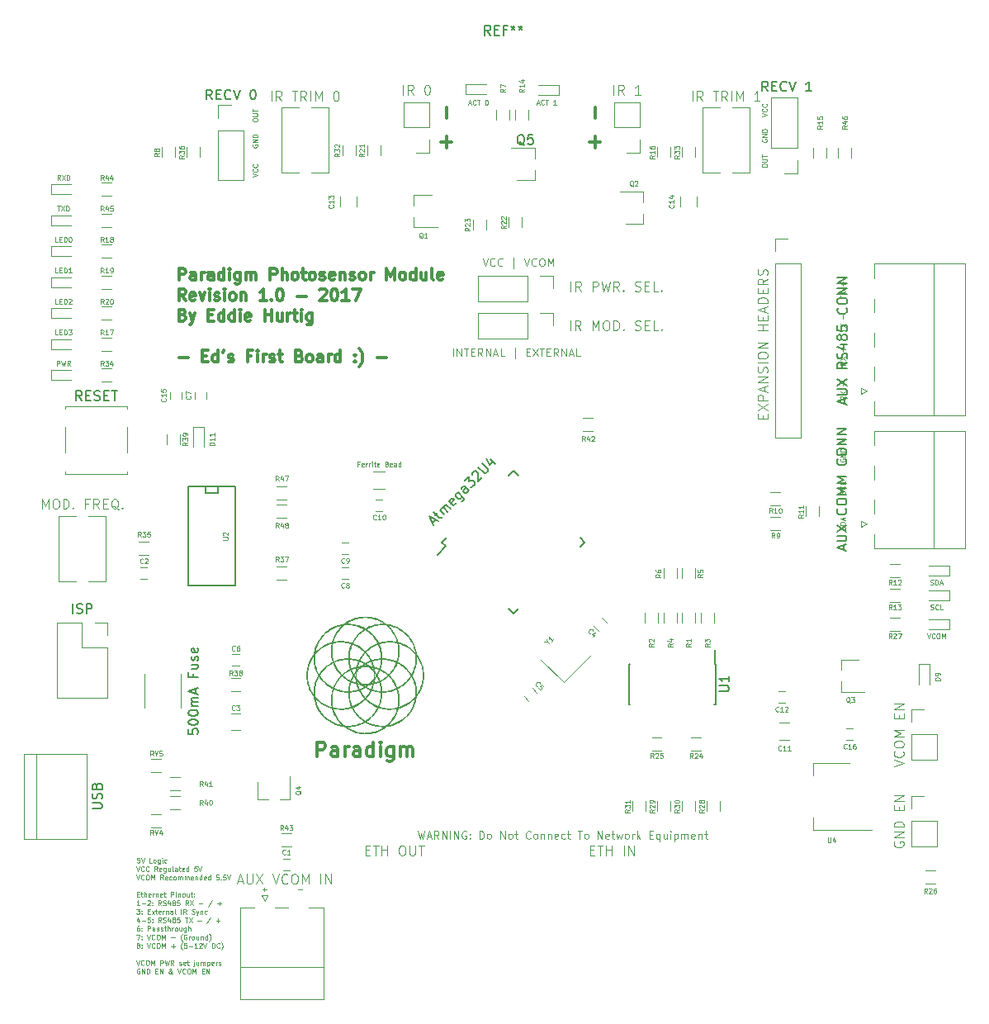
<source format=gto>
G04 #@! TF.FileFunction,Legend,Top*
%FSLAX46Y46*%
G04 Gerber Fmt 4.6, Leading zero omitted, Abs format (unit mm)*
G04 Created by KiCad (PCBNEW 4.0.5) date Thursday, July 20, 2017 'PMt' 06:29:34 PM*
%MOMM*%
%LPD*%
G01*
G04 APERTURE LIST*
%ADD10C,0.050000*%
%ADD11C,0.125000*%
%ADD12C,0.300000*%
%ADD13C,0.120000*%
%ADD14C,0.150000*%
%ADD15C,0.010000*%
G04 APERTURE END LIST*
D10*
D11*
X128430951Y-130561905D02*
X128621427Y-131361905D01*
X128773808Y-130790476D01*
X128926189Y-131361905D01*
X129116665Y-130561905D01*
X129383332Y-131133333D02*
X129764284Y-131133333D01*
X129307141Y-131361905D02*
X129573808Y-130561905D01*
X129840475Y-131361905D01*
X130564284Y-131361905D02*
X130297617Y-130980952D01*
X130107141Y-131361905D02*
X130107141Y-130561905D01*
X130411903Y-130561905D01*
X130488094Y-130600000D01*
X130526189Y-130638095D01*
X130564284Y-130714286D01*
X130564284Y-130828571D01*
X130526189Y-130904762D01*
X130488094Y-130942857D01*
X130411903Y-130980952D01*
X130107141Y-130980952D01*
X130907141Y-131361905D02*
X130907141Y-130561905D01*
X131364284Y-131361905D01*
X131364284Y-130561905D01*
X131745236Y-131361905D02*
X131745236Y-130561905D01*
X132126188Y-131361905D02*
X132126188Y-130561905D01*
X132583331Y-131361905D01*
X132583331Y-130561905D01*
X133383331Y-130600000D02*
X133307140Y-130561905D01*
X133192855Y-130561905D01*
X133078569Y-130600000D01*
X133002378Y-130676190D01*
X132964283Y-130752381D01*
X132926188Y-130904762D01*
X132926188Y-131019048D01*
X132964283Y-131171429D01*
X133002378Y-131247619D01*
X133078569Y-131323810D01*
X133192855Y-131361905D01*
X133269045Y-131361905D01*
X133383331Y-131323810D01*
X133421426Y-131285714D01*
X133421426Y-131019048D01*
X133269045Y-131019048D01*
X133764283Y-131285714D02*
X133802378Y-131323810D01*
X133764283Y-131361905D01*
X133726188Y-131323810D01*
X133764283Y-131285714D01*
X133764283Y-131361905D01*
X133764283Y-130866667D02*
X133802378Y-130904762D01*
X133764283Y-130942857D01*
X133726188Y-130904762D01*
X133764283Y-130866667D01*
X133764283Y-130942857D01*
X134754759Y-131361905D02*
X134754759Y-130561905D01*
X134945235Y-130561905D01*
X135059521Y-130600000D01*
X135135712Y-130676190D01*
X135173807Y-130752381D01*
X135211902Y-130904762D01*
X135211902Y-131019048D01*
X135173807Y-131171429D01*
X135135712Y-131247619D01*
X135059521Y-131323810D01*
X134945235Y-131361905D01*
X134754759Y-131361905D01*
X135669045Y-131361905D02*
X135592854Y-131323810D01*
X135554759Y-131285714D01*
X135516664Y-131209524D01*
X135516664Y-130980952D01*
X135554759Y-130904762D01*
X135592854Y-130866667D01*
X135669045Y-130828571D01*
X135783331Y-130828571D01*
X135859521Y-130866667D01*
X135897616Y-130904762D01*
X135935712Y-130980952D01*
X135935712Y-131209524D01*
X135897616Y-131285714D01*
X135859521Y-131323810D01*
X135783331Y-131361905D01*
X135669045Y-131361905D01*
X136888093Y-131361905D02*
X136888093Y-130561905D01*
X137345236Y-131361905D01*
X137345236Y-130561905D01*
X137840474Y-131361905D02*
X137764283Y-131323810D01*
X137726188Y-131285714D01*
X137688093Y-131209524D01*
X137688093Y-130980952D01*
X137726188Y-130904762D01*
X137764283Y-130866667D01*
X137840474Y-130828571D01*
X137954760Y-130828571D01*
X138030950Y-130866667D01*
X138069045Y-130904762D01*
X138107141Y-130980952D01*
X138107141Y-131209524D01*
X138069045Y-131285714D01*
X138030950Y-131323810D01*
X137954760Y-131361905D01*
X137840474Y-131361905D01*
X138335712Y-130828571D02*
X138640474Y-130828571D01*
X138449998Y-130561905D02*
X138449998Y-131247619D01*
X138488093Y-131323810D01*
X138564284Y-131361905D01*
X138640474Y-131361905D01*
X139973808Y-131285714D02*
X139935713Y-131323810D01*
X139821427Y-131361905D01*
X139745237Y-131361905D01*
X139630951Y-131323810D01*
X139554760Y-131247619D01*
X139516665Y-131171429D01*
X139478570Y-131019048D01*
X139478570Y-130904762D01*
X139516665Y-130752381D01*
X139554760Y-130676190D01*
X139630951Y-130600000D01*
X139745237Y-130561905D01*
X139821427Y-130561905D01*
X139935713Y-130600000D01*
X139973808Y-130638095D01*
X140430951Y-131361905D02*
X140354760Y-131323810D01*
X140316665Y-131285714D01*
X140278570Y-131209524D01*
X140278570Y-130980952D01*
X140316665Y-130904762D01*
X140354760Y-130866667D01*
X140430951Y-130828571D01*
X140545237Y-130828571D01*
X140621427Y-130866667D01*
X140659522Y-130904762D01*
X140697618Y-130980952D01*
X140697618Y-131209524D01*
X140659522Y-131285714D01*
X140621427Y-131323810D01*
X140545237Y-131361905D01*
X140430951Y-131361905D01*
X141040475Y-130828571D02*
X141040475Y-131361905D01*
X141040475Y-130904762D02*
X141078570Y-130866667D01*
X141154761Y-130828571D01*
X141269047Y-130828571D01*
X141345237Y-130866667D01*
X141383332Y-130942857D01*
X141383332Y-131361905D01*
X141764285Y-130828571D02*
X141764285Y-131361905D01*
X141764285Y-130904762D02*
X141802380Y-130866667D01*
X141878571Y-130828571D01*
X141992857Y-130828571D01*
X142069047Y-130866667D01*
X142107142Y-130942857D01*
X142107142Y-131361905D01*
X142792857Y-131323810D02*
X142716667Y-131361905D01*
X142564286Y-131361905D01*
X142488095Y-131323810D01*
X142450000Y-131247619D01*
X142450000Y-130942857D01*
X142488095Y-130866667D01*
X142564286Y-130828571D01*
X142716667Y-130828571D01*
X142792857Y-130866667D01*
X142830952Y-130942857D01*
X142830952Y-131019048D01*
X142450000Y-131095238D01*
X143516666Y-131323810D02*
X143440476Y-131361905D01*
X143288095Y-131361905D01*
X143211904Y-131323810D01*
X143173809Y-131285714D01*
X143135714Y-131209524D01*
X143135714Y-130980952D01*
X143173809Y-130904762D01*
X143211904Y-130866667D01*
X143288095Y-130828571D01*
X143440476Y-130828571D01*
X143516666Y-130866667D01*
X143745237Y-130828571D02*
X144049999Y-130828571D01*
X143859523Y-130561905D02*
X143859523Y-131247619D01*
X143897618Y-131323810D01*
X143973809Y-131361905D01*
X144049999Y-131361905D01*
X144811904Y-130561905D02*
X145269047Y-130561905D01*
X145040476Y-131361905D02*
X145040476Y-130561905D01*
X145650000Y-131361905D02*
X145573809Y-131323810D01*
X145535714Y-131285714D01*
X145497619Y-131209524D01*
X145497619Y-130980952D01*
X145535714Y-130904762D01*
X145573809Y-130866667D01*
X145650000Y-130828571D01*
X145764286Y-130828571D01*
X145840476Y-130866667D01*
X145878571Y-130904762D01*
X145916667Y-130980952D01*
X145916667Y-131209524D01*
X145878571Y-131285714D01*
X145840476Y-131323810D01*
X145764286Y-131361905D01*
X145650000Y-131361905D01*
X146869048Y-131361905D02*
X146869048Y-130561905D01*
X147326191Y-131361905D01*
X147326191Y-130561905D01*
X148011905Y-131323810D02*
X147935715Y-131361905D01*
X147783334Y-131361905D01*
X147707143Y-131323810D01*
X147669048Y-131247619D01*
X147669048Y-130942857D01*
X147707143Y-130866667D01*
X147783334Y-130828571D01*
X147935715Y-130828571D01*
X148011905Y-130866667D01*
X148050000Y-130942857D01*
X148050000Y-131019048D01*
X147669048Y-131095238D01*
X148278571Y-130828571D02*
X148583333Y-130828571D01*
X148392857Y-130561905D02*
X148392857Y-131247619D01*
X148430952Y-131323810D01*
X148507143Y-131361905D01*
X148583333Y-131361905D01*
X148773810Y-130828571D02*
X148926191Y-131361905D01*
X149078572Y-130980952D01*
X149230953Y-131361905D01*
X149383334Y-130828571D01*
X149802381Y-131361905D02*
X149726190Y-131323810D01*
X149688095Y-131285714D01*
X149650000Y-131209524D01*
X149650000Y-130980952D01*
X149688095Y-130904762D01*
X149726190Y-130866667D01*
X149802381Y-130828571D01*
X149916667Y-130828571D01*
X149992857Y-130866667D01*
X150030952Y-130904762D01*
X150069048Y-130980952D01*
X150069048Y-131209524D01*
X150030952Y-131285714D01*
X149992857Y-131323810D01*
X149916667Y-131361905D01*
X149802381Y-131361905D01*
X150411905Y-131361905D02*
X150411905Y-130828571D01*
X150411905Y-130980952D02*
X150450000Y-130904762D01*
X150488096Y-130866667D01*
X150564286Y-130828571D01*
X150640477Y-130828571D01*
X150907143Y-131361905D02*
X150907143Y-130561905D01*
X150983334Y-131057143D02*
X151211905Y-131361905D01*
X151211905Y-130828571D02*
X150907143Y-131133333D01*
X152164286Y-130942857D02*
X152430953Y-130942857D01*
X152545239Y-131361905D02*
X152164286Y-131361905D01*
X152164286Y-130561905D01*
X152545239Y-130561905D01*
X153230953Y-130828571D02*
X153230953Y-131628571D01*
X153230953Y-131323810D02*
X153154763Y-131361905D01*
X153002382Y-131361905D01*
X152926191Y-131323810D01*
X152888096Y-131285714D01*
X152850001Y-131209524D01*
X152850001Y-130980952D01*
X152888096Y-130904762D01*
X152926191Y-130866667D01*
X153002382Y-130828571D01*
X153154763Y-130828571D01*
X153230953Y-130866667D01*
X153954763Y-130828571D02*
X153954763Y-131361905D01*
X153611906Y-130828571D02*
X153611906Y-131247619D01*
X153650001Y-131323810D01*
X153726192Y-131361905D01*
X153840478Y-131361905D01*
X153916668Y-131323810D01*
X153954763Y-131285714D01*
X154335716Y-131361905D02*
X154335716Y-130828571D01*
X154335716Y-130561905D02*
X154297621Y-130600000D01*
X154335716Y-130638095D01*
X154373811Y-130600000D01*
X154335716Y-130561905D01*
X154335716Y-130638095D01*
X154716668Y-130828571D02*
X154716668Y-131628571D01*
X154716668Y-130866667D02*
X154792859Y-130828571D01*
X154945240Y-130828571D01*
X155021430Y-130866667D01*
X155059525Y-130904762D01*
X155097621Y-130980952D01*
X155097621Y-131209524D01*
X155059525Y-131285714D01*
X155021430Y-131323810D01*
X154945240Y-131361905D01*
X154792859Y-131361905D01*
X154716668Y-131323810D01*
X155440478Y-131361905D02*
X155440478Y-130828571D01*
X155440478Y-130904762D02*
X155478573Y-130866667D01*
X155554764Y-130828571D01*
X155669050Y-130828571D01*
X155745240Y-130866667D01*
X155783335Y-130942857D01*
X155783335Y-131361905D01*
X155783335Y-130942857D02*
X155821431Y-130866667D01*
X155897621Y-130828571D01*
X156011907Y-130828571D01*
X156088097Y-130866667D01*
X156126192Y-130942857D01*
X156126192Y-131361905D01*
X156811907Y-131323810D02*
X156735717Y-131361905D01*
X156583336Y-131361905D01*
X156507145Y-131323810D01*
X156469050Y-131247619D01*
X156469050Y-130942857D01*
X156507145Y-130866667D01*
X156583336Y-130828571D01*
X156735717Y-130828571D01*
X156811907Y-130866667D01*
X156850002Y-130942857D01*
X156850002Y-131019048D01*
X156469050Y-131095238D01*
X157192859Y-130828571D02*
X157192859Y-131361905D01*
X157192859Y-130904762D02*
X157230954Y-130866667D01*
X157307145Y-130828571D01*
X157421431Y-130828571D01*
X157497621Y-130866667D01*
X157535716Y-130942857D01*
X157535716Y-131361905D01*
X157802383Y-130828571D02*
X158107145Y-130828571D01*
X157916669Y-130561905D02*
X157916669Y-131247619D01*
X157954764Y-131323810D01*
X158030955Y-131361905D01*
X158107145Y-131361905D01*
D12*
X118071429Y-122928571D02*
X118071429Y-121428571D01*
X118642857Y-121428571D01*
X118785715Y-121500000D01*
X118857143Y-121571429D01*
X118928572Y-121714286D01*
X118928572Y-121928571D01*
X118857143Y-122071429D01*
X118785715Y-122142857D01*
X118642857Y-122214286D01*
X118071429Y-122214286D01*
X120214286Y-122928571D02*
X120214286Y-122142857D01*
X120142857Y-122000000D01*
X120000000Y-121928571D01*
X119714286Y-121928571D01*
X119571429Y-122000000D01*
X120214286Y-122857143D02*
X120071429Y-122928571D01*
X119714286Y-122928571D01*
X119571429Y-122857143D01*
X119500000Y-122714286D01*
X119500000Y-122571429D01*
X119571429Y-122428571D01*
X119714286Y-122357143D01*
X120071429Y-122357143D01*
X120214286Y-122285714D01*
X120928572Y-122928571D02*
X120928572Y-121928571D01*
X120928572Y-122214286D02*
X121000000Y-122071429D01*
X121071429Y-122000000D01*
X121214286Y-121928571D01*
X121357143Y-121928571D01*
X122500000Y-122928571D02*
X122500000Y-122142857D01*
X122428571Y-122000000D01*
X122285714Y-121928571D01*
X122000000Y-121928571D01*
X121857143Y-122000000D01*
X122500000Y-122857143D02*
X122357143Y-122928571D01*
X122000000Y-122928571D01*
X121857143Y-122857143D01*
X121785714Y-122714286D01*
X121785714Y-122571429D01*
X121857143Y-122428571D01*
X122000000Y-122357143D01*
X122357143Y-122357143D01*
X122500000Y-122285714D01*
X123857143Y-122928571D02*
X123857143Y-121428571D01*
X123857143Y-122857143D02*
X123714286Y-122928571D01*
X123428572Y-122928571D01*
X123285714Y-122857143D01*
X123214286Y-122785714D01*
X123142857Y-122642857D01*
X123142857Y-122214286D01*
X123214286Y-122071429D01*
X123285714Y-122000000D01*
X123428572Y-121928571D01*
X123714286Y-121928571D01*
X123857143Y-122000000D01*
X124571429Y-122928571D02*
X124571429Y-121928571D01*
X124571429Y-121428571D02*
X124500000Y-121500000D01*
X124571429Y-121571429D01*
X124642857Y-121500000D01*
X124571429Y-121428571D01*
X124571429Y-121571429D01*
X125928572Y-121928571D02*
X125928572Y-123142857D01*
X125857143Y-123285714D01*
X125785715Y-123357143D01*
X125642858Y-123428571D01*
X125428572Y-123428571D01*
X125285715Y-123357143D01*
X125928572Y-122857143D02*
X125785715Y-122928571D01*
X125500001Y-122928571D01*
X125357143Y-122857143D01*
X125285715Y-122785714D01*
X125214286Y-122642857D01*
X125214286Y-122214286D01*
X125285715Y-122071429D01*
X125357143Y-122000000D01*
X125500001Y-121928571D01*
X125785715Y-121928571D01*
X125928572Y-122000000D01*
X126642858Y-122928571D02*
X126642858Y-121928571D01*
X126642858Y-122071429D02*
X126714286Y-122000000D01*
X126857144Y-121928571D01*
X127071429Y-121928571D01*
X127214286Y-122000000D01*
X127285715Y-122142857D01*
X127285715Y-122928571D01*
X127285715Y-122142857D02*
X127357144Y-122000000D01*
X127500001Y-121928571D01*
X127714286Y-121928571D01*
X127857144Y-122000000D01*
X127928572Y-122142857D01*
X127928572Y-122928571D01*
D11*
X172226190Y-85964282D02*
X171988095Y-86130949D01*
X172226190Y-86249996D02*
X171726190Y-86249996D01*
X171726190Y-86059520D01*
X171750000Y-86011901D01*
X171773810Y-85988092D01*
X171821429Y-85964282D01*
X171892857Y-85964282D01*
X171940476Y-85988092D01*
X171964286Y-86011901D01*
X171988095Y-86059520D01*
X171988095Y-86249996D01*
X171726190Y-85797615D02*
X172226190Y-85464282D01*
X171726190Y-85464282D02*
X172226190Y-85797615D01*
X172035714Y-84892854D02*
X172035714Y-84511902D01*
X172226190Y-82464284D02*
X171988095Y-82630951D01*
X172226190Y-82749998D02*
X171726190Y-82749998D01*
X171726190Y-82559522D01*
X171750000Y-82511903D01*
X171773810Y-82488094D01*
X171821429Y-82464284D01*
X171892857Y-82464284D01*
X171940476Y-82488094D01*
X171964286Y-82511903D01*
X171988095Y-82559522D01*
X171988095Y-82749998D01*
X171726190Y-82297617D02*
X172226190Y-81964284D01*
X171726190Y-81964284D02*
X172226190Y-82297617D01*
X172035714Y-81392856D02*
X172035714Y-81011904D01*
X172226190Y-81202380D02*
X171845238Y-81202380D01*
X171726190Y-79321429D02*
X171726190Y-79035715D01*
X172226190Y-79178572D02*
X171726190Y-79178572D01*
X171726190Y-78916667D02*
X172226190Y-78583334D01*
X171726190Y-78583334D02*
X172226190Y-78916667D01*
X172035714Y-78011906D02*
X172035714Y-77630954D01*
X171726190Y-75940479D02*
X171726190Y-75654765D01*
X172226190Y-75797622D02*
X171726190Y-75797622D01*
X171726190Y-75535717D02*
X172226190Y-75202384D01*
X171726190Y-75202384D02*
X172226190Y-75535717D01*
X172035714Y-74630956D02*
X172035714Y-74250004D01*
X172226190Y-74440480D02*
X171845238Y-74440480D01*
X172202381Y-99658759D02*
X172226190Y-99587330D01*
X172226190Y-99468283D01*
X172202381Y-99420664D01*
X172178571Y-99396854D01*
X172130952Y-99373045D01*
X172083333Y-99373045D01*
X172035714Y-99396854D01*
X172011905Y-99420664D01*
X171988095Y-99468283D01*
X171964286Y-99563521D01*
X171940476Y-99611140D01*
X171916667Y-99634949D01*
X171869048Y-99658759D01*
X171821429Y-99658759D01*
X171773810Y-99634949D01*
X171750000Y-99611140D01*
X171726190Y-99563521D01*
X171726190Y-99444473D01*
X171750000Y-99373045D01*
X172226190Y-99158759D02*
X171726190Y-99158759D01*
X171726190Y-99039712D01*
X171750000Y-98968283D01*
X171797619Y-98920664D01*
X171845238Y-98896855D01*
X171940476Y-98873045D01*
X172011905Y-98873045D01*
X172107143Y-98896855D01*
X172154762Y-98920664D01*
X172202381Y-98968283D01*
X172226190Y-99039712D01*
X172226190Y-99158759D01*
X172083333Y-98682569D02*
X172083333Y-98444474D01*
X172226190Y-98730188D02*
X171726190Y-98563521D01*
X172226190Y-98396855D01*
X172202381Y-95968286D02*
X172226190Y-95896857D01*
X172226190Y-95777810D01*
X172202381Y-95730191D01*
X172178571Y-95706381D01*
X172130952Y-95682572D01*
X172083333Y-95682572D01*
X172035714Y-95706381D01*
X172011905Y-95730191D01*
X171988095Y-95777810D01*
X171964286Y-95873048D01*
X171940476Y-95920667D01*
X171916667Y-95944476D01*
X171869048Y-95968286D01*
X171821429Y-95968286D01*
X171773810Y-95944476D01*
X171750000Y-95920667D01*
X171726190Y-95873048D01*
X171726190Y-95754000D01*
X171750000Y-95682572D01*
X172178571Y-95182572D02*
X172202381Y-95206382D01*
X172226190Y-95277810D01*
X172226190Y-95325429D01*
X172202381Y-95396858D01*
X172154762Y-95444477D01*
X172107143Y-95468286D01*
X172011905Y-95492096D01*
X171940476Y-95492096D01*
X171845238Y-95468286D01*
X171797619Y-95444477D01*
X171750000Y-95396858D01*
X171726190Y-95325429D01*
X171726190Y-95277810D01*
X171750000Y-95206382D01*
X171773810Y-95182572D01*
X172226190Y-94730191D02*
X172226190Y-94968286D01*
X171726190Y-94968286D01*
X171750000Y-92396860D02*
X171726190Y-92444479D01*
X171726190Y-92515907D01*
X171750000Y-92587336D01*
X171797619Y-92634955D01*
X171845238Y-92658764D01*
X171940476Y-92682574D01*
X172011905Y-92682574D01*
X172107143Y-92658764D01*
X172154762Y-92634955D01*
X172202381Y-92587336D01*
X172226190Y-92515907D01*
X172226190Y-92468288D01*
X172202381Y-92396860D01*
X172178571Y-92373050D01*
X172011905Y-92373050D01*
X172011905Y-92468288D01*
X172226190Y-92158764D02*
X171726190Y-92158764D01*
X172226190Y-91873050D01*
X171726190Y-91873050D01*
X172226190Y-91634954D02*
X171726190Y-91634954D01*
X171726190Y-91515907D01*
X171750000Y-91444478D01*
X171797619Y-91396859D01*
X171845238Y-91373050D01*
X171940476Y-91349240D01*
X172011905Y-91349240D01*
X172107143Y-91373050D01*
X172154762Y-91396859D01*
X172202381Y-91444478D01*
X172226190Y-91515907D01*
X172226190Y-91634954D01*
D12*
X103917714Y-74066857D02*
X103917714Y-72866857D01*
X104374857Y-72866857D01*
X104489143Y-72924000D01*
X104546286Y-72981143D01*
X104603429Y-73095429D01*
X104603429Y-73266857D01*
X104546286Y-73381143D01*
X104489143Y-73438286D01*
X104374857Y-73495429D01*
X103917714Y-73495429D01*
X105632000Y-74066857D02*
X105632000Y-73438286D01*
X105574857Y-73324000D01*
X105460571Y-73266857D01*
X105232000Y-73266857D01*
X105117714Y-73324000D01*
X105632000Y-74009714D02*
X105517714Y-74066857D01*
X105232000Y-74066857D01*
X105117714Y-74009714D01*
X105060571Y-73895429D01*
X105060571Y-73781143D01*
X105117714Y-73666857D01*
X105232000Y-73609714D01*
X105517714Y-73609714D01*
X105632000Y-73552571D01*
X106203428Y-74066857D02*
X106203428Y-73266857D01*
X106203428Y-73495429D02*
X106260571Y-73381143D01*
X106317714Y-73324000D01*
X106432000Y-73266857D01*
X106546285Y-73266857D01*
X107460571Y-74066857D02*
X107460571Y-73438286D01*
X107403428Y-73324000D01*
X107289142Y-73266857D01*
X107060571Y-73266857D01*
X106946285Y-73324000D01*
X107460571Y-74009714D02*
X107346285Y-74066857D01*
X107060571Y-74066857D01*
X106946285Y-74009714D01*
X106889142Y-73895429D01*
X106889142Y-73781143D01*
X106946285Y-73666857D01*
X107060571Y-73609714D01*
X107346285Y-73609714D01*
X107460571Y-73552571D01*
X108546285Y-74066857D02*
X108546285Y-72866857D01*
X108546285Y-74009714D02*
X108431999Y-74066857D01*
X108203428Y-74066857D01*
X108089142Y-74009714D01*
X108031999Y-73952571D01*
X107974856Y-73838286D01*
X107974856Y-73495429D01*
X108031999Y-73381143D01*
X108089142Y-73324000D01*
X108203428Y-73266857D01*
X108431999Y-73266857D01*
X108546285Y-73324000D01*
X109117713Y-74066857D02*
X109117713Y-73266857D01*
X109117713Y-72866857D02*
X109060570Y-72924000D01*
X109117713Y-72981143D01*
X109174856Y-72924000D01*
X109117713Y-72866857D01*
X109117713Y-72981143D01*
X110203428Y-73266857D02*
X110203428Y-74238286D01*
X110146285Y-74352571D01*
X110089142Y-74409714D01*
X109974857Y-74466857D01*
X109803428Y-74466857D01*
X109689142Y-74409714D01*
X110203428Y-74009714D02*
X110089142Y-74066857D01*
X109860571Y-74066857D01*
X109746285Y-74009714D01*
X109689142Y-73952571D01*
X109631999Y-73838286D01*
X109631999Y-73495429D01*
X109689142Y-73381143D01*
X109746285Y-73324000D01*
X109860571Y-73266857D01*
X110089142Y-73266857D01*
X110203428Y-73324000D01*
X110774856Y-74066857D02*
X110774856Y-73266857D01*
X110774856Y-73381143D02*
X110831999Y-73324000D01*
X110946285Y-73266857D01*
X111117713Y-73266857D01*
X111231999Y-73324000D01*
X111289142Y-73438286D01*
X111289142Y-74066857D01*
X111289142Y-73438286D02*
X111346285Y-73324000D01*
X111460571Y-73266857D01*
X111631999Y-73266857D01*
X111746285Y-73324000D01*
X111803428Y-73438286D01*
X111803428Y-74066857D01*
X113289142Y-74066857D02*
X113289142Y-72866857D01*
X113746285Y-72866857D01*
X113860571Y-72924000D01*
X113917714Y-72981143D01*
X113974857Y-73095429D01*
X113974857Y-73266857D01*
X113917714Y-73381143D01*
X113860571Y-73438286D01*
X113746285Y-73495429D01*
X113289142Y-73495429D01*
X114489142Y-74066857D02*
X114489142Y-72866857D01*
X115003428Y-74066857D02*
X115003428Y-73438286D01*
X114946285Y-73324000D01*
X114831999Y-73266857D01*
X114660571Y-73266857D01*
X114546285Y-73324000D01*
X114489142Y-73381143D01*
X115746285Y-74066857D02*
X115631999Y-74009714D01*
X115574856Y-73952571D01*
X115517713Y-73838286D01*
X115517713Y-73495429D01*
X115574856Y-73381143D01*
X115631999Y-73324000D01*
X115746285Y-73266857D01*
X115917713Y-73266857D01*
X116031999Y-73324000D01*
X116089142Y-73381143D01*
X116146285Y-73495429D01*
X116146285Y-73838286D01*
X116089142Y-73952571D01*
X116031999Y-74009714D01*
X115917713Y-74066857D01*
X115746285Y-74066857D01*
X116489142Y-73266857D02*
X116946285Y-73266857D01*
X116660570Y-72866857D02*
X116660570Y-73895429D01*
X116717713Y-74009714D01*
X116831999Y-74066857D01*
X116946285Y-74066857D01*
X117517713Y-74066857D02*
X117403427Y-74009714D01*
X117346284Y-73952571D01*
X117289141Y-73838286D01*
X117289141Y-73495429D01*
X117346284Y-73381143D01*
X117403427Y-73324000D01*
X117517713Y-73266857D01*
X117689141Y-73266857D01*
X117803427Y-73324000D01*
X117860570Y-73381143D01*
X117917713Y-73495429D01*
X117917713Y-73838286D01*
X117860570Y-73952571D01*
X117803427Y-74009714D01*
X117689141Y-74066857D01*
X117517713Y-74066857D01*
X118374855Y-74009714D02*
X118489141Y-74066857D01*
X118717713Y-74066857D01*
X118831998Y-74009714D01*
X118889141Y-73895429D01*
X118889141Y-73838286D01*
X118831998Y-73724000D01*
X118717713Y-73666857D01*
X118546284Y-73666857D01*
X118431998Y-73609714D01*
X118374855Y-73495429D01*
X118374855Y-73438286D01*
X118431998Y-73324000D01*
X118546284Y-73266857D01*
X118717713Y-73266857D01*
X118831998Y-73324000D01*
X119860570Y-74009714D02*
X119746284Y-74066857D01*
X119517713Y-74066857D01*
X119403427Y-74009714D01*
X119346284Y-73895429D01*
X119346284Y-73438286D01*
X119403427Y-73324000D01*
X119517713Y-73266857D01*
X119746284Y-73266857D01*
X119860570Y-73324000D01*
X119917713Y-73438286D01*
X119917713Y-73552571D01*
X119346284Y-73666857D01*
X120431998Y-73266857D02*
X120431998Y-74066857D01*
X120431998Y-73381143D02*
X120489141Y-73324000D01*
X120603427Y-73266857D01*
X120774855Y-73266857D01*
X120889141Y-73324000D01*
X120946284Y-73438286D01*
X120946284Y-74066857D01*
X121460569Y-74009714D02*
X121574855Y-74066857D01*
X121803427Y-74066857D01*
X121917712Y-74009714D01*
X121974855Y-73895429D01*
X121974855Y-73838286D01*
X121917712Y-73724000D01*
X121803427Y-73666857D01*
X121631998Y-73666857D01*
X121517712Y-73609714D01*
X121460569Y-73495429D01*
X121460569Y-73438286D01*
X121517712Y-73324000D01*
X121631998Y-73266857D01*
X121803427Y-73266857D01*
X121917712Y-73324000D01*
X122660570Y-74066857D02*
X122546284Y-74009714D01*
X122489141Y-73952571D01*
X122431998Y-73838286D01*
X122431998Y-73495429D01*
X122489141Y-73381143D01*
X122546284Y-73324000D01*
X122660570Y-73266857D01*
X122831998Y-73266857D01*
X122946284Y-73324000D01*
X123003427Y-73381143D01*
X123060570Y-73495429D01*
X123060570Y-73838286D01*
X123003427Y-73952571D01*
X122946284Y-74009714D01*
X122831998Y-74066857D01*
X122660570Y-74066857D01*
X123574855Y-74066857D02*
X123574855Y-73266857D01*
X123574855Y-73495429D02*
X123631998Y-73381143D01*
X123689141Y-73324000D01*
X123803427Y-73266857D01*
X123917712Y-73266857D01*
X125231998Y-74066857D02*
X125231998Y-72866857D01*
X125631998Y-73724000D01*
X126031998Y-72866857D01*
X126031998Y-74066857D01*
X126774856Y-74066857D02*
X126660570Y-74009714D01*
X126603427Y-73952571D01*
X126546284Y-73838286D01*
X126546284Y-73495429D01*
X126603427Y-73381143D01*
X126660570Y-73324000D01*
X126774856Y-73266857D01*
X126946284Y-73266857D01*
X127060570Y-73324000D01*
X127117713Y-73381143D01*
X127174856Y-73495429D01*
X127174856Y-73838286D01*
X127117713Y-73952571D01*
X127060570Y-74009714D01*
X126946284Y-74066857D01*
X126774856Y-74066857D01*
X128203427Y-74066857D02*
X128203427Y-72866857D01*
X128203427Y-74009714D02*
X128089141Y-74066857D01*
X127860570Y-74066857D01*
X127746284Y-74009714D01*
X127689141Y-73952571D01*
X127631998Y-73838286D01*
X127631998Y-73495429D01*
X127689141Y-73381143D01*
X127746284Y-73324000D01*
X127860570Y-73266857D01*
X128089141Y-73266857D01*
X128203427Y-73324000D01*
X129289141Y-73266857D02*
X129289141Y-74066857D01*
X128774855Y-73266857D02*
X128774855Y-73895429D01*
X128831998Y-74009714D01*
X128946284Y-74066857D01*
X129117712Y-74066857D01*
X129231998Y-74009714D01*
X129289141Y-73952571D01*
X130031998Y-74066857D02*
X129917712Y-74009714D01*
X129860569Y-73895429D01*
X129860569Y-72866857D01*
X130946283Y-74009714D02*
X130831997Y-74066857D01*
X130603426Y-74066857D01*
X130489140Y-74009714D01*
X130431997Y-73895429D01*
X130431997Y-73438286D01*
X130489140Y-73324000D01*
X130603426Y-73266857D01*
X130831997Y-73266857D01*
X130946283Y-73324000D01*
X131003426Y-73438286D01*
X131003426Y-73552571D01*
X130431997Y-73666857D01*
X104603429Y-76166857D02*
X104203429Y-75595429D01*
X103917714Y-76166857D02*
X103917714Y-74966857D01*
X104374857Y-74966857D01*
X104489143Y-75024000D01*
X104546286Y-75081143D01*
X104603429Y-75195429D01*
X104603429Y-75366857D01*
X104546286Y-75481143D01*
X104489143Y-75538286D01*
X104374857Y-75595429D01*
X103917714Y-75595429D01*
X105574857Y-76109714D02*
X105460571Y-76166857D01*
X105232000Y-76166857D01*
X105117714Y-76109714D01*
X105060571Y-75995429D01*
X105060571Y-75538286D01*
X105117714Y-75424000D01*
X105232000Y-75366857D01*
X105460571Y-75366857D01*
X105574857Y-75424000D01*
X105632000Y-75538286D01*
X105632000Y-75652571D01*
X105060571Y-75766857D01*
X106032000Y-75366857D02*
X106317714Y-76166857D01*
X106603428Y-75366857D01*
X107060571Y-76166857D02*
X107060571Y-75366857D01*
X107060571Y-74966857D02*
X107003428Y-75024000D01*
X107060571Y-75081143D01*
X107117714Y-75024000D01*
X107060571Y-74966857D01*
X107060571Y-75081143D01*
X107574857Y-76109714D02*
X107689143Y-76166857D01*
X107917715Y-76166857D01*
X108032000Y-76109714D01*
X108089143Y-75995429D01*
X108089143Y-75938286D01*
X108032000Y-75824000D01*
X107917715Y-75766857D01*
X107746286Y-75766857D01*
X107632000Y-75709714D01*
X107574857Y-75595429D01*
X107574857Y-75538286D01*
X107632000Y-75424000D01*
X107746286Y-75366857D01*
X107917715Y-75366857D01*
X108032000Y-75424000D01*
X108603429Y-76166857D02*
X108603429Y-75366857D01*
X108603429Y-74966857D02*
X108546286Y-75024000D01*
X108603429Y-75081143D01*
X108660572Y-75024000D01*
X108603429Y-74966857D01*
X108603429Y-75081143D01*
X109346287Y-76166857D02*
X109232001Y-76109714D01*
X109174858Y-76052571D01*
X109117715Y-75938286D01*
X109117715Y-75595429D01*
X109174858Y-75481143D01*
X109232001Y-75424000D01*
X109346287Y-75366857D01*
X109517715Y-75366857D01*
X109632001Y-75424000D01*
X109689144Y-75481143D01*
X109746287Y-75595429D01*
X109746287Y-75938286D01*
X109689144Y-76052571D01*
X109632001Y-76109714D01*
X109517715Y-76166857D01*
X109346287Y-76166857D01*
X110260572Y-75366857D02*
X110260572Y-76166857D01*
X110260572Y-75481143D02*
X110317715Y-75424000D01*
X110432001Y-75366857D01*
X110603429Y-75366857D01*
X110717715Y-75424000D01*
X110774858Y-75538286D01*
X110774858Y-76166857D01*
X112889144Y-76166857D02*
X112203429Y-76166857D01*
X112546287Y-76166857D02*
X112546287Y-74966857D01*
X112432001Y-75138286D01*
X112317715Y-75252571D01*
X112203429Y-75309714D01*
X113403429Y-76052571D02*
X113460572Y-76109714D01*
X113403429Y-76166857D01*
X113346286Y-76109714D01*
X113403429Y-76052571D01*
X113403429Y-76166857D01*
X114203430Y-74966857D02*
X114317715Y-74966857D01*
X114432001Y-75024000D01*
X114489144Y-75081143D01*
X114546287Y-75195429D01*
X114603430Y-75424000D01*
X114603430Y-75709714D01*
X114546287Y-75938286D01*
X114489144Y-76052571D01*
X114432001Y-76109714D01*
X114317715Y-76166857D01*
X114203430Y-76166857D01*
X114089144Y-76109714D01*
X114032001Y-76052571D01*
X113974858Y-75938286D01*
X113917715Y-75709714D01*
X113917715Y-75424000D01*
X113974858Y-75195429D01*
X114032001Y-75081143D01*
X114089144Y-75024000D01*
X114203430Y-74966857D01*
X116032001Y-75709714D02*
X116946287Y-75709714D01*
X118374858Y-75081143D02*
X118432001Y-75024000D01*
X118546287Y-74966857D01*
X118832001Y-74966857D01*
X118946287Y-75024000D01*
X119003430Y-75081143D01*
X119060573Y-75195429D01*
X119060573Y-75309714D01*
X119003430Y-75481143D01*
X118317716Y-76166857D01*
X119060573Y-76166857D01*
X119803430Y-74966857D02*
X119917715Y-74966857D01*
X120032001Y-75024000D01*
X120089144Y-75081143D01*
X120146287Y-75195429D01*
X120203430Y-75424000D01*
X120203430Y-75709714D01*
X120146287Y-75938286D01*
X120089144Y-76052571D01*
X120032001Y-76109714D01*
X119917715Y-76166857D01*
X119803430Y-76166857D01*
X119689144Y-76109714D01*
X119632001Y-76052571D01*
X119574858Y-75938286D01*
X119517715Y-75709714D01*
X119517715Y-75424000D01*
X119574858Y-75195429D01*
X119632001Y-75081143D01*
X119689144Y-75024000D01*
X119803430Y-74966857D01*
X121346287Y-76166857D02*
X120660572Y-76166857D01*
X121003430Y-76166857D02*
X121003430Y-74966857D01*
X120889144Y-75138286D01*
X120774858Y-75252571D01*
X120660572Y-75309714D01*
X121746287Y-74966857D02*
X122546287Y-74966857D01*
X122032001Y-76166857D01*
X104317714Y-77638286D02*
X104489143Y-77695429D01*
X104546286Y-77752571D01*
X104603429Y-77866857D01*
X104603429Y-78038286D01*
X104546286Y-78152571D01*
X104489143Y-78209714D01*
X104374857Y-78266857D01*
X103917714Y-78266857D01*
X103917714Y-77066857D01*
X104317714Y-77066857D01*
X104432000Y-77124000D01*
X104489143Y-77181143D01*
X104546286Y-77295429D01*
X104546286Y-77409714D01*
X104489143Y-77524000D01*
X104432000Y-77581143D01*
X104317714Y-77638286D01*
X103917714Y-77638286D01*
X105003429Y-77466857D02*
X105289143Y-78266857D01*
X105574857Y-77466857D02*
X105289143Y-78266857D01*
X105174857Y-78552571D01*
X105117714Y-78609714D01*
X105003429Y-78666857D01*
X106946286Y-77638286D02*
X107346286Y-77638286D01*
X107517715Y-78266857D02*
X106946286Y-78266857D01*
X106946286Y-77066857D01*
X107517715Y-77066857D01*
X108546286Y-78266857D02*
X108546286Y-77066857D01*
X108546286Y-78209714D02*
X108432000Y-78266857D01*
X108203429Y-78266857D01*
X108089143Y-78209714D01*
X108032000Y-78152571D01*
X107974857Y-78038286D01*
X107974857Y-77695429D01*
X108032000Y-77581143D01*
X108089143Y-77524000D01*
X108203429Y-77466857D01*
X108432000Y-77466857D01*
X108546286Y-77524000D01*
X109632000Y-78266857D02*
X109632000Y-77066857D01*
X109632000Y-78209714D02*
X109517714Y-78266857D01*
X109289143Y-78266857D01*
X109174857Y-78209714D01*
X109117714Y-78152571D01*
X109060571Y-78038286D01*
X109060571Y-77695429D01*
X109117714Y-77581143D01*
X109174857Y-77524000D01*
X109289143Y-77466857D01*
X109517714Y-77466857D01*
X109632000Y-77524000D01*
X110203428Y-78266857D02*
X110203428Y-77466857D01*
X110203428Y-77066857D02*
X110146285Y-77124000D01*
X110203428Y-77181143D01*
X110260571Y-77124000D01*
X110203428Y-77066857D01*
X110203428Y-77181143D01*
X111232000Y-78209714D02*
X111117714Y-78266857D01*
X110889143Y-78266857D01*
X110774857Y-78209714D01*
X110717714Y-78095429D01*
X110717714Y-77638286D01*
X110774857Y-77524000D01*
X110889143Y-77466857D01*
X111117714Y-77466857D01*
X111232000Y-77524000D01*
X111289143Y-77638286D01*
X111289143Y-77752571D01*
X110717714Y-77866857D01*
X112717714Y-78266857D02*
X112717714Y-77066857D01*
X112717714Y-77638286D02*
X113403429Y-77638286D01*
X113403429Y-78266857D02*
X113403429Y-77066857D01*
X114489143Y-77466857D02*
X114489143Y-78266857D01*
X113974857Y-77466857D02*
X113974857Y-78095429D01*
X114032000Y-78209714D01*
X114146286Y-78266857D01*
X114317714Y-78266857D01*
X114432000Y-78209714D01*
X114489143Y-78152571D01*
X115060571Y-78266857D02*
X115060571Y-77466857D01*
X115060571Y-77695429D02*
X115117714Y-77581143D01*
X115174857Y-77524000D01*
X115289143Y-77466857D01*
X115403428Y-77466857D01*
X115632000Y-77466857D02*
X116089143Y-77466857D01*
X115803428Y-77066857D02*
X115803428Y-78095429D01*
X115860571Y-78209714D01*
X115974857Y-78266857D01*
X116089143Y-78266857D01*
X116489142Y-78266857D02*
X116489142Y-77466857D01*
X116489142Y-77066857D02*
X116431999Y-77124000D01*
X116489142Y-77181143D01*
X116546285Y-77124000D01*
X116489142Y-77066857D01*
X116489142Y-77181143D01*
X117574857Y-77466857D02*
X117574857Y-78438286D01*
X117517714Y-78552571D01*
X117460571Y-78609714D01*
X117346286Y-78666857D01*
X117174857Y-78666857D01*
X117060571Y-78609714D01*
X117574857Y-78209714D02*
X117460571Y-78266857D01*
X117232000Y-78266857D01*
X117117714Y-78209714D01*
X117060571Y-78152571D01*
X117003428Y-78038286D01*
X117003428Y-77695429D01*
X117060571Y-77581143D01*
X117117714Y-77524000D01*
X117232000Y-77466857D01*
X117460571Y-77466857D01*
X117574857Y-77524000D01*
X103917714Y-82009714D02*
X104832000Y-82009714D01*
X106317714Y-81838286D02*
X106717714Y-81838286D01*
X106889143Y-82466857D02*
X106317714Y-82466857D01*
X106317714Y-81266857D01*
X106889143Y-81266857D01*
X107917714Y-82466857D02*
X107917714Y-81266857D01*
X107917714Y-82409714D02*
X107803428Y-82466857D01*
X107574857Y-82466857D01*
X107460571Y-82409714D01*
X107403428Y-82352571D01*
X107346285Y-82238286D01*
X107346285Y-81895429D01*
X107403428Y-81781143D01*
X107460571Y-81724000D01*
X107574857Y-81666857D01*
X107803428Y-81666857D01*
X107917714Y-81724000D01*
X108546285Y-81266857D02*
X108431999Y-81495429D01*
X109003428Y-82409714D02*
X109117714Y-82466857D01*
X109346286Y-82466857D01*
X109460571Y-82409714D01*
X109517714Y-82295429D01*
X109517714Y-82238286D01*
X109460571Y-82124000D01*
X109346286Y-82066857D01*
X109174857Y-82066857D01*
X109060571Y-82009714D01*
X109003428Y-81895429D01*
X109003428Y-81838286D01*
X109060571Y-81724000D01*
X109174857Y-81666857D01*
X109346286Y-81666857D01*
X109460571Y-81724000D01*
X111346286Y-81838286D02*
X110946286Y-81838286D01*
X110946286Y-82466857D02*
X110946286Y-81266857D01*
X111517715Y-81266857D01*
X111974857Y-82466857D02*
X111974857Y-81666857D01*
X111974857Y-81266857D02*
X111917714Y-81324000D01*
X111974857Y-81381143D01*
X112032000Y-81324000D01*
X111974857Y-81266857D01*
X111974857Y-81381143D01*
X112546286Y-82466857D02*
X112546286Y-81666857D01*
X112546286Y-81895429D02*
X112603429Y-81781143D01*
X112660572Y-81724000D01*
X112774858Y-81666857D01*
X112889143Y-81666857D01*
X113232000Y-82409714D02*
X113346286Y-82466857D01*
X113574858Y-82466857D01*
X113689143Y-82409714D01*
X113746286Y-82295429D01*
X113746286Y-82238286D01*
X113689143Y-82124000D01*
X113574858Y-82066857D01*
X113403429Y-82066857D01*
X113289143Y-82009714D01*
X113232000Y-81895429D01*
X113232000Y-81838286D01*
X113289143Y-81724000D01*
X113403429Y-81666857D01*
X113574858Y-81666857D01*
X113689143Y-81724000D01*
X114089144Y-81666857D02*
X114546287Y-81666857D01*
X114260572Y-81266857D02*
X114260572Y-82295429D01*
X114317715Y-82409714D01*
X114432001Y-82466857D01*
X114546287Y-82466857D01*
X116260572Y-81838286D02*
X116432001Y-81895429D01*
X116489144Y-81952571D01*
X116546287Y-82066857D01*
X116546287Y-82238286D01*
X116489144Y-82352571D01*
X116432001Y-82409714D01*
X116317715Y-82466857D01*
X115860572Y-82466857D01*
X115860572Y-81266857D01*
X116260572Y-81266857D01*
X116374858Y-81324000D01*
X116432001Y-81381143D01*
X116489144Y-81495429D01*
X116489144Y-81609714D01*
X116432001Y-81724000D01*
X116374858Y-81781143D01*
X116260572Y-81838286D01*
X115860572Y-81838286D01*
X117232001Y-82466857D02*
X117117715Y-82409714D01*
X117060572Y-82352571D01*
X117003429Y-82238286D01*
X117003429Y-81895429D01*
X117060572Y-81781143D01*
X117117715Y-81724000D01*
X117232001Y-81666857D01*
X117403429Y-81666857D01*
X117517715Y-81724000D01*
X117574858Y-81781143D01*
X117632001Y-81895429D01*
X117632001Y-82238286D01*
X117574858Y-82352571D01*
X117517715Y-82409714D01*
X117403429Y-82466857D01*
X117232001Y-82466857D01*
X118660572Y-82466857D02*
X118660572Y-81838286D01*
X118603429Y-81724000D01*
X118489143Y-81666857D01*
X118260572Y-81666857D01*
X118146286Y-81724000D01*
X118660572Y-82409714D02*
X118546286Y-82466857D01*
X118260572Y-82466857D01*
X118146286Y-82409714D01*
X118089143Y-82295429D01*
X118089143Y-82181143D01*
X118146286Y-82066857D01*
X118260572Y-82009714D01*
X118546286Y-82009714D01*
X118660572Y-81952571D01*
X119232000Y-82466857D02*
X119232000Y-81666857D01*
X119232000Y-81895429D02*
X119289143Y-81781143D01*
X119346286Y-81724000D01*
X119460572Y-81666857D01*
X119574857Y-81666857D01*
X120489143Y-82466857D02*
X120489143Y-81266857D01*
X120489143Y-82409714D02*
X120374857Y-82466857D01*
X120146286Y-82466857D01*
X120032000Y-82409714D01*
X119974857Y-82352571D01*
X119917714Y-82238286D01*
X119917714Y-81895429D01*
X119974857Y-81781143D01*
X120032000Y-81724000D01*
X120146286Y-81666857D01*
X120374857Y-81666857D01*
X120489143Y-81724000D01*
X121974857Y-82352571D02*
X122032000Y-82409714D01*
X121974857Y-82466857D01*
X121917714Y-82409714D01*
X121974857Y-82352571D01*
X121974857Y-82466857D01*
X121974857Y-81724000D02*
X122032000Y-81781143D01*
X121974857Y-81838286D01*
X121917714Y-81781143D01*
X121974857Y-81724000D01*
X121974857Y-81838286D01*
X122432001Y-82924000D02*
X122489143Y-82866857D01*
X122603429Y-82695429D01*
X122660572Y-82581143D01*
X122717715Y-82409714D01*
X122774858Y-82124000D01*
X122774858Y-81895429D01*
X122717715Y-81609714D01*
X122660572Y-81438286D01*
X122603429Y-81324000D01*
X122489143Y-81152571D01*
X122432001Y-81095429D01*
X124260572Y-82009714D02*
X125174858Y-82009714D01*
D11*
X146074095Y-132516571D02*
X146407429Y-132516571D01*
X146550286Y-133040381D02*
X146074095Y-133040381D01*
X146074095Y-132040381D01*
X146550286Y-132040381D01*
X146836000Y-132040381D02*
X147407429Y-132040381D01*
X147121714Y-133040381D02*
X147121714Y-132040381D01*
X147740762Y-133040381D02*
X147740762Y-132040381D01*
X147740762Y-132516571D02*
X148312191Y-132516571D01*
X148312191Y-133040381D02*
X148312191Y-132040381D01*
X149550286Y-133040381D02*
X149550286Y-132040381D01*
X150026476Y-133040381D02*
X150026476Y-132040381D01*
X150597905Y-133040381D01*
X150597905Y-132040381D01*
X123055428Y-132516571D02*
X123388762Y-132516571D01*
X123531619Y-133040381D02*
X123055428Y-133040381D01*
X123055428Y-132040381D01*
X123531619Y-132040381D01*
X123817333Y-132040381D02*
X124388762Y-132040381D01*
X124103047Y-133040381D02*
X124103047Y-132040381D01*
X124722095Y-133040381D02*
X124722095Y-132040381D01*
X124722095Y-132516571D02*
X125293524Y-132516571D01*
X125293524Y-133040381D02*
X125293524Y-132040381D01*
X126722095Y-132040381D02*
X126912572Y-132040381D01*
X127007810Y-132088000D01*
X127103048Y-132183238D01*
X127150667Y-132373714D01*
X127150667Y-132707048D01*
X127103048Y-132897524D01*
X127007810Y-132992762D01*
X126912572Y-133040381D01*
X126722095Y-133040381D01*
X126626857Y-132992762D01*
X126531619Y-132897524D01*
X126484000Y-132707048D01*
X126484000Y-132373714D01*
X126531619Y-132183238D01*
X126626857Y-132088000D01*
X126722095Y-132040381D01*
X127579238Y-132040381D02*
X127579238Y-132849905D01*
X127626857Y-132945143D01*
X127674476Y-132992762D01*
X127769714Y-133040381D01*
X127960191Y-133040381D01*
X128055429Y-132992762D01*
X128103048Y-132945143D01*
X128150667Y-132849905D01*
X128150667Y-132040381D01*
X128484000Y-132040381D02*
X129055429Y-132040381D01*
X128769714Y-133040381D02*
X128769714Y-132040381D01*
X99857143Y-133288690D02*
X99619048Y-133288690D01*
X99595238Y-133526786D01*
X99619048Y-133502976D01*
X99666667Y-133479167D01*
X99785714Y-133479167D01*
X99833333Y-133502976D01*
X99857143Y-133526786D01*
X99880952Y-133574405D01*
X99880952Y-133693452D01*
X99857143Y-133741071D01*
X99833333Y-133764881D01*
X99785714Y-133788690D01*
X99666667Y-133788690D01*
X99619048Y-133764881D01*
X99595238Y-133741071D01*
X100023809Y-133288690D02*
X100190476Y-133788690D01*
X100357142Y-133288690D01*
X101142856Y-133788690D02*
X100904761Y-133788690D01*
X100904761Y-133288690D01*
X101380951Y-133788690D02*
X101333332Y-133764881D01*
X101309523Y-133741071D01*
X101285713Y-133693452D01*
X101285713Y-133550595D01*
X101309523Y-133502976D01*
X101333332Y-133479167D01*
X101380951Y-133455357D01*
X101452380Y-133455357D01*
X101499999Y-133479167D01*
X101523808Y-133502976D01*
X101547618Y-133550595D01*
X101547618Y-133693452D01*
X101523808Y-133741071D01*
X101499999Y-133764881D01*
X101452380Y-133788690D01*
X101380951Y-133788690D01*
X101976189Y-133455357D02*
X101976189Y-133860119D01*
X101952380Y-133907738D01*
X101928570Y-133931548D01*
X101880951Y-133955357D01*
X101809523Y-133955357D01*
X101761904Y-133931548D01*
X101976189Y-133764881D02*
X101928570Y-133788690D01*
X101833332Y-133788690D01*
X101785713Y-133764881D01*
X101761904Y-133741071D01*
X101738094Y-133693452D01*
X101738094Y-133550595D01*
X101761904Y-133502976D01*
X101785713Y-133479167D01*
X101833332Y-133455357D01*
X101928570Y-133455357D01*
X101976189Y-133479167D01*
X102214285Y-133788690D02*
X102214285Y-133455357D01*
X102214285Y-133288690D02*
X102190475Y-133312500D01*
X102214285Y-133336310D01*
X102238094Y-133312500D01*
X102214285Y-133288690D01*
X102214285Y-133336310D01*
X102666665Y-133764881D02*
X102619046Y-133788690D01*
X102523808Y-133788690D01*
X102476189Y-133764881D01*
X102452380Y-133741071D01*
X102428570Y-133693452D01*
X102428570Y-133550595D01*
X102452380Y-133502976D01*
X102476189Y-133479167D01*
X102523808Y-133455357D01*
X102619046Y-133455357D01*
X102666665Y-133479167D01*
X99547619Y-134163690D02*
X99714286Y-134663690D01*
X99880952Y-134163690D01*
X100333333Y-134616071D02*
X100309523Y-134639881D01*
X100238095Y-134663690D01*
X100190476Y-134663690D01*
X100119047Y-134639881D01*
X100071428Y-134592262D01*
X100047619Y-134544643D01*
X100023809Y-134449405D01*
X100023809Y-134377976D01*
X100047619Y-134282738D01*
X100071428Y-134235119D01*
X100119047Y-134187500D01*
X100190476Y-134163690D01*
X100238095Y-134163690D01*
X100309523Y-134187500D01*
X100333333Y-134211310D01*
X100833333Y-134616071D02*
X100809523Y-134639881D01*
X100738095Y-134663690D01*
X100690476Y-134663690D01*
X100619047Y-134639881D01*
X100571428Y-134592262D01*
X100547619Y-134544643D01*
X100523809Y-134449405D01*
X100523809Y-134377976D01*
X100547619Y-134282738D01*
X100571428Y-134235119D01*
X100619047Y-134187500D01*
X100690476Y-134163690D01*
X100738095Y-134163690D01*
X100809523Y-134187500D01*
X100833333Y-134211310D01*
X101714285Y-134663690D02*
X101547618Y-134425595D01*
X101428571Y-134663690D02*
X101428571Y-134163690D01*
X101619047Y-134163690D01*
X101666666Y-134187500D01*
X101690475Y-134211310D01*
X101714285Y-134258929D01*
X101714285Y-134330357D01*
X101690475Y-134377976D01*
X101666666Y-134401786D01*
X101619047Y-134425595D01*
X101428571Y-134425595D01*
X102119047Y-134639881D02*
X102071428Y-134663690D01*
X101976190Y-134663690D01*
X101928571Y-134639881D01*
X101904761Y-134592262D01*
X101904761Y-134401786D01*
X101928571Y-134354167D01*
X101976190Y-134330357D01*
X102071428Y-134330357D01*
X102119047Y-134354167D01*
X102142856Y-134401786D01*
X102142856Y-134449405D01*
X101904761Y-134497024D01*
X102571427Y-134330357D02*
X102571427Y-134735119D01*
X102547618Y-134782738D01*
X102523808Y-134806548D01*
X102476189Y-134830357D01*
X102404761Y-134830357D01*
X102357142Y-134806548D01*
X102571427Y-134639881D02*
X102523808Y-134663690D01*
X102428570Y-134663690D01*
X102380951Y-134639881D01*
X102357142Y-134616071D01*
X102333332Y-134568452D01*
X102333332Y-134425595D01*
X102357142Y-134377976D01*
X102380951Y-134354167D01*
X102428570Y-134330357D01*
X102523808Y-134330357D01*
X102571427Y-134354167D01*
X103023808Y-134330357D02*
X103023808Y-134663690D01*
X102809523Y-134330357D02*
X102809523Y-134592262D01*
X102833332Y-134639881D01*
X102880951Y-134663690D01*
X102952380Y-134663690D01*
X102999999Y-134639881D01*
X103023808Y-134616071D01*
X103333332Y-134663690D02*
X103285713Y-134639881D01*
X103261904Y-134592262D01*
X103261904Y-134163690D01*
X103738094Y-134663690D02*
X103738094Y-134401786D01*
X103714285Y-134354167D01*
X103666666Y-134330357D01*
X103571428Y-134330357D01*
X103523809Y-134354167D01*
X103738094Y-134639881D02*
X103690475Y-134663690D01*
X103571428Y-134663690D01*
X103523809Y-134639881D01*
X103499999Y-134592262D01*
X103499999Y-134544643D01*
X103523809Y-134497024D01*
X103571428Y-134473214D01*
X103690475Y-134473214D01*
X103738094Y-134449405D01*
X103904761Y-134330357D02*
X104095237Y-134330357D01*
X103976190Y-134163690D02*
X103976190Y-134592262D01*
X103999999Y-134639881D01*
X104047618Y-134663690D01*
X104095237Y-134663690D01*
X104452380Y-134639881D02*
X104404761Y-134663690D01*
X104309523Y-134663690D01*
X104261904Y-134639881D01*
X104238094Y-134592262D01*
X104238094Y-134401786D01*
X104261904Y-134354167D01*
X104309523Y-134330357D01*
X104404761Y-134330357D01*
X104452380Y-134354167D01*
X104476189Y-134401786D01*
X104476189Y-134449405D01*
X104238094Y-134497024D01*
X104904760Y-134663690D02*
X104904760Y-134163690D01*
X104904760Y-134639881D02*
X104857141Y-134663690D01*
X104761903Y-134663690D01*
X104714284Y-134639881D01*
X104690475Y-134616071D01*
X104666665Y-134568452D01*
X104666665Y-134425595D01*
X104690475Y-134377976D01*
X104714284Y-134354167D01*
X104761903Y-134330357D01*
X104857141Y-134330357D01*
X104904760Y-134354167D01*
X105761903Y-134163690D02*
X105523808Y-134163690D01*
X105499998Y-134401786D01*
X105523808Y-134377976D01*
X105571427Y-134354167D01*
X105690474Y-134354167D01*
X105738093Y-134377976D01*
X105761903Y-134401786D01*
X105785712Y-134449405D01*
X105785712Y-134568452D01*
X105761903Y-134616071D01*
X105738093Y-134639881D01*
X105690474Y-134663690D01*
X105571427Y-134663690D01*
X105523808Y-134639881D01*
X105499998Y-134616071D01*
X105928569Y-134163690D02*
X106095236Y-134663690D01*
X106261902Y-134163690D01*
X99547619Y-135038690D02*
X99714286Y-135538690D01*
X99880952Y-135038690D01*
X100333333Y-135491071D02*
X100309523Y-135514881D01*
X100238095Y-135538690D01*
X100190476Y-135538690D01*
X100119047Y-135514881D01*
X100071428Y-135467262D01*
X100047619Y-135419643D01*
X100023809Y-135324405D01*
X100023809Y-135252976D01*
X100047619Y-135157738D01*
X100071428Y-135110119D01*
X100119047Y-135062500D01*
X100190476Y-135038690D01*
X100238095Y-135038690D01*
X100309523Y-135062500D01*
X100333333Y-135086310D01*
X100642857Y-135038690D02*
X100738095Y-135038690D01*
X100785714Y-135062500D01*
X100833333Y-135110119D01*
X100857142Y-135205357D01*
X100857142Y-135372024D01*
X100833333Y-135467262D01*
X100785714Y-135514881D01*
X100738095Y-135538690D01*
X100642857Y-135538690D01*
X100595238Y-135514881D01*
X100547619Y-135467262D01*
X100523809Y-135372024D01*
X100523809Y-135205357D01*
X100547619Y-135110119D01*
X100595238Y-135062500D01*
X100642857Y-135038690D01*
X101071429Y-135538690D02*
X101071429Y-135038690D01*
X101238095Y-135395833D01*
X101404762Y-135038690D01*
X101404762Y-135538690D01*
X102309524Y-135538690D02*
X102142857Y-135300595D01*
X102023810Y-135538690D02*
X102023810Y-135038690D01*
X102214286Y-135038690D01*
X102261905Y-135062500D01*
X102285714Y-135086310D01*
X102309524Y-135133929D01*
X102309524Y-135205357D01*
X102285714Y-135252976D01*
X102261905Y-135276786D01*
X102214286Y-135300595D01*
X102023810Y-135300595D01*
X102714286Y-135514881D02*
X102666667Y-135538690D01*
X102571429Y-135538690D01*
X102523810Y-135514881D01*
X102500000Y-135467262D01*
X102500000Y-135276786D01*
X102523810Y-135229167D01*
X102571429Y-135205357D01*
X102666667Y-135205357D01*
X102714286Y-135229167D01*
X102738095Y-135276786D01*
X102738095Y-135324405D01*
X102500000Y-135372024D01*
X103166666Y-135514881D02*
X103119047Y-135538690D01*
X103023809Y-135538690D01*
X102976190Y-135514881D01*
X102952381Y-135491071D01*
X102928571Y-135443452D01*
X102928571Y-135300595D01*
X102952381Y-135252976D01*
X102976190Y-135229167D01*
X103023809Y-135205357D01*
X103119047Y-135205357D01*
X103166666Y-135229167D01*
X103452380Y-135538690D02*
X103404761Y-135514881D01*
X103380952Y-135491071D01*
X103357142Y-135443452D01*
X103357142Y-135300595D01*
X103380952Y-135252976D01*
X103404761Y-135229167D01*
X103452380Y-135205357D01*
X103523809Y-135205357D01*
X103571428Y-135229167D01*
X103595237Y-135252976D01*
X103619047Y-135300595D01*
X103619047Y-135443452D01*
X103595237Y-135491071D01*
X103571428Y-135514881D01*
X103523809Y-135538690D01*
X103452380Y-135538690D01*
X103833333Y-135538690D02*
X103833333Y-135205357D01*
X103833333Y-135252976D02*
X103857142Y-135229167D01*
X103904761Y-135205357D01*
X103976190Y-135205357D01*
X104023809Y-135229167D01*
X104047618Y-135276786D01*
X104047618Y-135538690D01*
X104047618Y-135276786D02*
X104071428Y-135229167D01*
X104119047Y-135205357D01*
X104190475Y-135205357D01*
X104238095Y-135229167D01*
X104261904Y-135276786D01*
X104261904Y-135538690D01*
X104500000Y-135538690D02*
X104500000Y-135205357D01*
X104500000Y-135252976D02*
X104523809Y-135229167D01*
X104571428Y-135205357D01*
X104642857Y-135205357D01*
X104690476Y-135229167D01*
X104714285Y-135276786D01*
X104714285Y-135538690D01*
X104714285Y-135276786D02*
X104738095Y-135229167D01*
X104785714Y-135205357D01*
X104857142Y-135205357D01*
X104904762Y-135229167D01*
X104928571Y-135276786D01*
X104928571Y-135538690D01*
X105357143Y-135514881D02*
X105309524Y-135538690D01*
X105214286Y-135538690D01*
X105166667Y-135514881D01*
X105142857Y-135467262D01*
X105142857Y-135276786D01*
X105166667Y-135229167D01*
X105214286Y-135205357D01*
X105309524Y-135205357D01*
X105357143Y-135229167D01*
X105380952Y-135276786D01*
X105380952Y-135324405D01*
X105142857Y-135372024D01*
X105595238Y-135205357D02*
X105595238Y-135538690D01*
X105595238Y-135252976D02*
X105619047Y-135229167D01*
X105666666Y-135205357D01*
X105738095Y-135205357D01*
X105785714Y-135229167D01*
X105809523Y-135276786D01*
X105809523Y-135538690D01*
X106261904Y-135538690D02*
X106261904Y-135038690D01*
X106261904Y-135514881D02*
X106214285Y-135538690D01*
X106119047Y-135538690D01*
X106071428Y-135514881D01*
X106047619Y-135491071D01*
X106023809Y-135443452D01*
X106023809Y-135300595D01*
X106047619Y-135252976D01*
X106071428Y-135229167D01*
X106119047Y-135205357D01*
X106214285Y-135205357D01*
X106261904Y-135229167D01*
X106690476Y-135514881D02*
X106642857Y-135538690D01*
X106547619Y-135538690D01*
X106500000Y-135514881D01*
X106476190Y-135467262D01*
X106476190Y-135276786D01*
X106500000Y-135229167D01*
X106547619Y-135205357D01*
X106642857Y-135205357D01*
X106690476Y-135229167D01*
X106714285Y-135276786D01*
X106714285Y-135324405D01*
X106476190Y-135372024D01*
X107142856Y-135538690D02*
X107142856Y-135038690D01*
X107142856Y-135514881D02*
X107095237Y-135538690D01*
X106999999Y-135538690D01*
X106952380Y-135514881D01*
X106928571Y-135491071D01*
X106904761Y-135443452D01*
X106904761Y-135300595D01*
X106928571Y-135252976D01*
X106952380Y-135229167D01*
X106999999Y-135205357D01*
X107095237Y-135205357D01*
X107142856Y-135229167D01*
X107999999Y-135038690D02*
X107761904Y-135038690D01*
X107738094Y-135276786D01*
X107761904Y-135252976D01*
X107809523Y-135229167D01*
X107928570Y-135229167D01*
X107976189Y-135252976D01*
X107999999Y-135276786D01*
X108023808Y-135324405D01*
X108023808Y-135443452D01*
X107999999Y-135491071D01*
X107976189Y-135514881D01*
X107928570Y-135538690D01*
X107809523Y-135538690D01*
X107761904Y-135514881D01*
X107738094Y-135491071D01*
X108238094Y-135491071D02*
X108261903Y-135514881D01*
X108238094Y-135538690D01*
X108214284Y-135514881D01*
X108238094Y-135491071D01*
X108238094Y-135538690D01*
X108714284Y-135038690D02*
X108476189Y-135038690D01*
X108452379Y-135276786D01*
X108476189Y-135252976D01*
X108523808Y-135229167D01*
X108642855Y-135229167D01*
X108690474Y-135252976D01*
X108714284Y-135276786D01*
X108738093Y-135324405D01*
X108738093Y-135443452D01*
X108714284Y-135491071D01*
X108690474Y-135514881D01*
X108642855Y-135538690D01*
X108523808Y-135538690D01*
X108476189Y-135514881D01*
X108452379Y-135491071D01*
X108880950Y-135038690D02*
X109047617Y-135538690D01*
X109214283Y-135038690D01*
X99619048Y-137026786D02*
X99785714Y-137026786D01*
X99857143Y-137288690D02*
X99619048Y-137288690D01*
X99619048Y-136788690D01*
X99857143Y-136788690D01*
X100000000Y-136955357D02*
X100190476Y-136955357D01*
X100071429Y-136788690D02*
X100071429Y-137217262D01*
X100095238Y-137264881D01*
X100142857Y-137288690D01*
X100190476Y-137288690D01*
X100357143Y-137288690D02*
X100357143Y-136788690D01*
X100571428Y-137288690D02*
X100571428Y-137026786D01*
X100547619Y-136979167D01*
X100500000Y-136955357D01*
X100428571Y-136955357D01*
X100380952Y-136979167D01*
X100357143Y-137002976D01*
X101000000Y-137264881D02*
X100952381Y-137288690D01*
X100857143Y-137288690D01*
X100809524Y-137264881D01*
X100785714Y-137217262D01*
X100785714Y-137026786D01*
X100809524Y-136979167D01*
X100857143Y-136955357D01*
X100952381Y-136955357D01*
X101000000Y-136979167D01*
X101023809Y-137026786D01*
X101023809Y-137074405D01*
X100785714Y-137122024D01*
X101238095Y-137288690D02*
X101238095Y-136955357D01*
X101238095Y-137050595D02*
X101261904Y-137002976D01*
X101285714Y-136979167D01*
X101333333Y-136955357D01*
X101380952Y-136955357D01*
X101547619Y-136955357D02*
X101547619Y-137288690D01*
X101547619Y-137002976D02*
X101571428Y-136979167D01*
X101619047Y-136955357D01*
X101690476Y-136955357D01*
X101738095Y-136979167D01*
X101761904Y-137026786D01*
X101761904Y-137288690D01*
X102190476Y-137264881D02*
X102142857Y-137288690D01*
X102047619Y-137288690D01*
X102000000Y-137264881D01*
X101976190Y-137217262D01*
X101976190Y-137026786D01*
X102000000Y-136979167D01*
X102047619Y-136955357D01*
X102142857Y-136955357D01*
X102190476Y-136979167D01*
X102214285Y-137026786D01*
X102214285Y-137074405D01*
X101976190Y-137122024D01*
X102357142Y-136955357D02*
X102547618Y-136955357D01*
X102428571Y-136788690D02*
X102428571Y-137217262D01*
X102452380Y-137264881D01*
X102499999Y-137288690D01*
X102547618Y-137288690D01*
X103095237Y-137288690D02*
X103095237Y-136788690D01*
X103285713Y-136788690D01*
X103333332Y-136812500D01*
X103357141Y-136836310D01*
X103380951Y-136883929D01*
X103380951Y-136955357D01*
X103357141Y-137002976D01*
X103333332Y-137026786D01*
X103285713Y-137050595D01*
X103095237Y-137050595D01*
X103595237Y-137288690D02*
X103595237Y-136955357D01*
X103595237Y-136788690D02*
X103571427Y-136812500D01*
X103595237Y-136836310D01*
X103619046Y-136812500D01*
X103595237Y-136788690D01*
X103595237Y-136836310D01*
X103833332Y-136955357D02*
X103833332Y-137288690D01*
X103833332Y-137002976D02*
X103857141Y-136979167D01*
X103904760Y-136955357D01*
X103976189Y-136955357D01*
X104023808Y-136979167D01*
X104047617Y-137026786D01*
X104047617Y-137288690D01*
X104357141Y-137288690D02*
X104309522Y-137264881D01*
X104285713Y-137241071D01*
X104261903Y-137193452D01*
X104261903Y-137050595D01*
X104285713Y-137002976D01*
X104309522Y-136979167D01*
X104357141Y-136955357D01*
X104428570Y-136955357D01*
X104476189Y-136979167D01*
X104499998Y-137002976D01*
X104523808Y-137050595D01*
X104523808Y-137193452D01*
X104499998Y-137241071D01*
X104476189Y-137264881D01*
X104428570Y-137288690D01*
X104357141Y-137288690D01*
X104952379Y-136955357D02*
X104952379Y-137288690D01*
X104738094Y-136955357D02*
X104738094Y-137217262D01*
X104761903Y-137264881D01*
X104809522Y-137288690D01*
X104880951Y-137288690D01*
X104928570Y-137264881D01*
X104952379Y-137241071D01*
X105119046Y-136955357D02*
X105309522Y-136955357D01*
X105190475Y-136788690D02*
X105190475Y-137217262D01*
X105214284Y-137264881D01*
X105261903Y-137288690D01*
X105309522Y-137288690D01*
X105476189Y-137241071D02*
X105499998Y-137264881D01*
X105476189Y-137288690D01*
X105452379Y-137264881D01*
X105476189Y-137241071D01*
X105476189Y-137288690D01*
X105476189Y-136979167D02*
X105499998Y-137002976D01*
X105476189Y-137026786D01*
X105452379Y-137002976D01*
X105476189Y-136979167D01*
X105476189Y-137026786D01*
X99880952Y-138163690D02*
X99595238Y-138163690D01*
X99738095Y-138163690D02*
X99738095Y-137663690D01*
X99690476Y-137735119D01*
X99642857Y-137782738D01*
X99595238Y-137806548D01*
X100095238Y-137973214D02*
X100476190Y-137973214D01*
X100690476Y-137711310D02*
X100714286Y-137687500D01*
X100761905Y-137663690D01*
X100880952Y-137663690D01*
X100928571Y-137687500D01*
X100952381Y-137711310D01*
X100976190Y-137758929D01*
X100976190Y-137806548D01*
X100952381Y-137877976D01*
X100666667Y-138163690D01*
X100976190Y-138163690D01*
X101190476Y-138116071D02*
X101214285Y-138139881D01*
X101190476Y-138163690D01*
X101166666Y-138139881D01*
X101190476Y-138116071D01*
X101190476Y-138163690D01*
X101190476Y-137854167D02*
X101214285Y-137877976D01*
X101190476Y-137901786D01*
X101166666Y-137877976D01*
X101190476Y-137854167D01*
X101190476Y-137901786D01*
X102095237Y-138163690D02*
X101928570Y-137925595D01*
X101809523Y-138163690D02*
X101809523Y-137663690D01*
X101999999Y-137663690D01*
X102047618Y-137687500D01*
X102071427Y-137711310D01*
X102095237Y-137758929D01*
X102095237Y-137830357D01*
X102071427Y-137877976D01*
X102047618Y-137901786D01*
X101999999Y-137925595D01*
X101809523Y-137925595D01*
X102285713Y-138139881D02*
X102357142Y-138163690D01*
X102476189Y-138163690D01*
X102523808Y-138139881D01*
X102547618Y-138116071D01*
X102571427Y-138068452D01*
X102571427Y-138020833D01*
X102547618Y-137973214D01*
X102523808Y-137949405D01*
X102476189Y-137925595D01*
X102380951Y-137901786D01*
X102333332Y-137877976D01*
X102309523Y-137854167D01*
X102285713Y-137806548D01*
X102285713Y-137758929D01*
X102309523Y-137711310D01*
X102333332Y-137687500D01*
X102380951Y-137663690D01*
X102499999Y-137663690D01*
X102571427Y-137687500D01*
X102999998Y-137830357D02*
X102999998Y-138163690D01*
X102880951Y-137639881D02*
X102761903Y-137997024D01*
X103071427Y-137997024D01*
X103333331Y-137877976D02*
X103285712Y-137854167D01*
X103261903Y-137830357D01*
X103238093Y-137782738D01*
X103238093Y-137758929D01*
X103261903Y-137711310D01*
X103285712Y-137687500D01*
X103333331Y-137663690D01*
X103428569Y-137663690D01*
X103476188Y-137687500D01*
X103499998Y-137711310D01*
X103523807Y-137758929D01*
X103523807Y-137782738D01*
X103499998Y-137830357D01*
X103476188Y-137854167D01*
X103428569Y-137877976D01*
X103333331Y-137877976D01*
X103285712Y-137901786D01*
X103261903Y-137925595D01*
X103238093Y-137973214D01*
X103238093Y-138068452D01*
X103261903Y-138116071D01*
X103285712Y-138139881D01*
X103333331Y-138163690D01*
X103428569Y-138163690D01*
X103476188Y-138139881D01*
X103499998Y-138116071D01*
X103523807Y-138068452D01*
X103523807Y-137973214D01*
X103499998Y-137925595D01*
X103476188Y-137901786D01*
X103428569Y-137877976D01*
X103976188Y-137663690D02*
X103738093Y-137663690D01*
X103714283Y-137901786D01*
X103738093Y-137877976D01*
X103785712Y-137854167D01*
X103904759Y-137854167D01*
X103952378Y-137877976D01*
X103976188Y-137901786D01*
X103999997Y-137949405D01*
X103999997Y-138068452D01*
X103976188Y-138116071D01*
X103952378Y-138139881D01*
X103904759Y-138163690D01*
X103785712Y-138163690D01*
X103738093Y-138139881D01*
X103714283Y-138116071D01*
X104880949Y-138163690D02*
X104714282Y-137925595D01*
X104595235Y-138163690D02*
X104595235Y-137663690D01*
X104785711Y-137663690D01*
X104833330Y-137687500D01*
X104857139Y-137711310D01*
X104880949Y-137758929D01*
X104880949Y-137830357D01*
X104857139Y-137877976D01*
X104833330Y-137901786D01*
X104785711Y-137925595D01*
X104595235Y-137925595D01*
X105047616Y-137663690D02*
X105380949Y-138163690D01*
X105380949Y-137663690D02*
X105047616Y-138163690D01*
X105952377Y-137973214D02*
X106333329Y-137973214D01*
X107309519Y-137639881D02*
X106880948Y-138282738D01*
X107857139Y-137973214D02*
X108238091Y-137973214D01*
X108047615Y-138163690D02*
X108047615Y-137782738D01*
X99571429Y-138538690D02*
X99880952Y-138538690D01*
X99714286Y-138729167D01*
X99785714Y-138729167D01*
X99833333Y-138752976D01*
X99857143Y-138776786D01*
X99880952Y-138824405D01*
X99880952Y-138943452D01*
X99857143Y-138991071D01*
X99833333Y-139014881D01*
X99785714Y-139038690D01*
X99642857Y-139038690D01*
X99595238Y-139014881D01*
X99571429Y-138991071D01*
X100095238Y-138991071D02*
X100119047Y-139014881D01*
X100095238Y-139038690D01*
X100071428Y-139014881D01*
X100095238Y-138991071D01*
X100095238Y-139038690D01*
X100095238Y-138729167D02*
X100119047Y-138752976D01*
X100095238Y-138776786D01*
X100071428Y-138752976D01*
X100095238Y-138729167D01*
X100095238Y-138776786D01*
X100714285Y-138776786D02*
X100880951Y-138776786D01*
X100952380Y-139038690D02*
X100714285Y-139038690D01*
X100714285Y-138538690D01*
X100952380Y-138538690D01*
X101119047Y-139038690D02*
X101380951Y-138705357D01*
X101119047Y-138705357D02*
X101380951Y-139038690D01*
X101499999Y-138705357D02*
X101690475Y-138705357D01*
X101571428Y-138538690D02*
X101571428Y-138967262D01*
X101595237Y-139014881D01*
X101642856Y-139038690D01*
X101690475Y-139038690D01*
X102047618Y-139014881D02*
X101999999Y-139038690D01*
X101904761Y-139038690D01*
X101857142Y-139014881D01*
X101833332Y-138967262D01*
X101833332Y-138776786D01*
X101857142Y-138729167D01*
X101904761Y-138705357D01*
X101999999Y-138705357D01*
X102047618Y-138729167D01*
X102071427Y-138776786D01*
X102071427Y-138824405D01*
X101833332Y-138872024D01*
X102285713Y-139038690D02*
X102285713Y-138705357D01*
X102285713Y-138800595D02*
X102309522Y-138752976D01*
X102333332Y-138729167D01*
X102380951Y-138705357D01*
X102428570Y-138705357D01*
X102595237Y-138705357D02*
X102595237Y-139038690D01*
X102595237Y-138752976D02*
X102619046Y-138729167D01*
X102666665Y-138705357D01*
X102738094Y-138705357D01*
X102785713Y-138729167D01*
X102809522Y-138776786D01*
X102809522Y-139038690D01*
X103261903Y-139038690D02*
X103261903Y-138776786D01*
X103238094Y-138729167D01*
X103190475Y-138705357D01*
X103095237Y-138705357D01*
X103047618Y-138729167D01*
X103261903Y-139014881D02*
X103214284Y-139038690D01*
X103095237Y-139038690D01*
X103047618Y-139014881D01*
X103023808Y-138967262D01*
X103023808Y-138919643D01*
X103047618Y-138872024D01*
X103095237Y-138848214D01*
X103214284Y-138848214D01*
X103261903Y-138824405D01*
X103571427Y-139038690D02*
X103523808Y-139014881D01*
X103499999Y-138967262D01*
X103499999Y-138538690D01*
X104142856Y-139038690D02*
X104142856Y-138538690D01*
X104666665Y-139038690D02*
X104499998Y-138800595D01*
X104380951Y-139038690D02*
X104380951Y-138538690D01*
X104571427Y-138538690D01*
X104619046Y-138562500D01*
X104642855Y-138586310D01*
X104666665Y-138633929D01*
X104666665Y-138705357D01*
X104642855Y-138752976D01*
X104619046Y-138776786D01*
X104571427Y-138800595D01*
X104380951Y-138800595D01*
X105238093Y-139014881D02*
X105309522Y-139038690D01*
X105428569Y-139038690D01*
X105476188Y-139014881D01*
X105499998Y-138991071D01*
X105523807Y-138943452D01*
X105523807Y-138895833D01*
X105499998Y-138848214D01*
X105476188Y-138824405D01*
X105428569Y-138800595D01*
X105333331Y-138776786D01*
X105285712Y-138752976D01*
X105261903Y-138729167D01*
X105238093Y-138681548D01*
X105238093Y-138633929D01*
X105261903Y-138586310D01*
X105285712Y-138562500D01*
X105333331Y-138538690D01*
X105452379Y-138538690D01*
X105523807Y-138562500D01*
X105690474Y-138705357D02*
X105809521Y-139038690D01*
X105928569Y-138705357D02*
X105809521Y-139038690D01*
X105761902Y-139157738D01*
X105738093Y-139181548D01*
X105690474Y-139205357D01*
X106119045Y-138705357D02*
X106119045Y-139038690D01*
X106119045Y-138752976D02*
X106142854Y-138729167D01*
X106190473Y-138705357D01*
X106261902Y-138705357D01*
X106309521Y-138729167D01*
X106333330Y-138776786D01*
X106333330Y-139038690D01*
X106785711Y-139014881D02*
X106738092Y-139038690D01*
X106642854Y-139038690D01*
X106595235Y-139014881D01*
X106571426Y-138991071D01*
X106547616Y-138943452D01*
X106547616Y-138800595D01*
X106571426Y-138752976D01*
X106595235Y-138729167D01*
X106642854Y-138705357D01*
X106738092Y-138705357D01*
X106785711Y-138729167D01*
X99833333Y-139580357D02*
X99833333Y-139913690D01*
X99714286Y-139389881D02*
X99595238Y-139747024D01*
X99904762Y-139747024D01*
X100095238Y-139723214D02*
X100476190Y-139723214D01*
X100952381Y-139413690D02*
X100714286Y-139413690D01*
X100690476Y-139651786D01*
X100714286Y-139627976D01*
X100761905Y-139604167D01*
X100880952Y-139604167D01*
X100928571Y-139627976D01*
X100952381Y-139651786D01*
X100976190Y-139699405D01*
X100976190Y-139818452D01*
X100952381Y-139866071D01*
X100928571Y-139889881D01*
X100880952Y-139913690D01*
X100761905Y-139913690D01*
X100714286Y-139889881D01*
X100690476Y-139866071D01*
X101190476Y-139866071D02*
X101214285Y-139889881D01*
X101190476Y-139913690D01*
X101166666Y-139889881D01*
X101190476Y-139866071D01*
X101190476Y-139913690D01*
X101190476Y-139604167D02*
X101214285Y-139627976D01*
X101190476Y-139651786D01*
X101166666Y-139627976D01*
X101190476Y-139604167D01*
X101190476Y-139651786D01*
X102095237Y-139913690D02*
X101928570Y-139675595D01*
X101809523Y-139913690D02*
X101809523Y-139413690D01*
X101999999Y-139413690D01*
X102047618Y-139437500D01*
X102071427Y-139461310D01*
X102095237Y-139508929D01*
X102095237Y-139580357D01*
X102071427Y-139627976D01*
X102047618Y-139651786D01*
X101999999Y-139675595D01*
X101809523Y-139675595D01*
X102285713Y-139889881D02*
X102357142Y-139913690D01*
X102476189Y-139913690D01*
X102523808Y-139889881D01*
X102547618Y-139866071D01*
X102571427Y-139818452D01*
X102571427Y-139770833D01*
X102547618Y-139723214D01*
X102523808Y-139699405D01*
X102476189Y-139675595D01*
X102380951Y-139651786D01*
X102333332Y-139627976D01*
X102309523Y-139604167D01*
X102285713Y-139556548D01*
X102285713Y-139508929D01*
X102309523Y-139461310D01*
X102333332Y-139437500D01*
X102380951Y-139413690D01*
X102499999Y-139413690D01*
X102571427Y-139437500D01*
X102999998Y-139580357D02*
X102999998Y-139913690D01*
X102880951Y-139389881D02*
X102761903Y-139747024D01*
X103071427Y-139747024D01*
X103333331Y-139627976D02*
X103285712Y-139604167D01*
X103261903Y-139580357D01*
X103238093Y-139532738D01*
X103238093Y-139508929D01*
X103261903Y-139461310D01*
X103285712Y-139437500D01*
X103333331Y-139413690D01*
X103428569Y-139413690D01*
X103476188Y-139437500D01*
X103499998Y-139461310D01*
X103523807Y-139508929D01*
X103523807Y-139532738D01*
X103499998Y-139580357D01*
X103476188Y-139604167D01*
X103428569Y-139627976D01*
X103333331Y-139627976D01*
X103285712Y-139651786D01*
X103261903Y-139675595D01*
X103238093Y-139723214D01*
X103238093Y-139818452D01*
X103261903Y-139866071D01*
X103285712Y-139889881D01*
X103333331Y-139913690D01*
X103428569Y-139913690D01*
X103476188Y-139889881D01*
X103499998Y-139866071D01*
X103523807Y-139818452D01*
X103523807Y-139723214D01*
X103499998Y-139675595D01*
X103476188Y-139651786D01*
X103428569Y-139627976D01*
X103976188Y-139413690D02*
X103738093Y-139413690D01*
X103714283Y-139651786D01*
X103738093Y-139627976D01*
X103785712Y-139604167D01*
X103904759Y-139604167D01*
X103952378Y-139627976D01*
X103976188Y-139651786D01*
X103999997Y-139699405D01*
X103999997Y-139818452D01*
X103976188Y-139866071D01*
X103952378Y-139889881D01*
X103904759Y-139913690D01*
X103785712Y-139913690D01*
X103738093Y-139889881D01*
X103714283Y-139866071D01*
X104523806Y-139413690D02*
X104809520Y-139413690D01*
X104666663Y-139913690D02*
X104666663Y-139413690D01*
X104928568Y-139413690D02*
X105261901Y-139913690D01*
X105261901Y-139413690D02*
X104928568Y-139913690D01*
X105833329Y-139723214D02*
X106214281Y-139723214D01*
X107190471Y-139389881D02*
X106761900Y-140032738D01*
X107738091Y-139723214D02*
X108119043Y-139723214D01*
X107928567Y-139913690D02*
X107928567Y-139532738D01*
X99833333Y-140288690D02*
X99738095Y-140288690D01*
X99690476Y-140312500D01*
X99666667Y-140336310D01*
X99619048Y-140407738D01*
X99595238Y-140502976D01*
X99595238Y-140693452D01*
X99619048Y-140741071D01*
X99642857Y-140764881D01*
X99690476Y-140788690D01*
X99785714Y-140788690D01*
X99833333Y-140764881D01*
X99857143Y-140741071D01*
X99880952Y-140693452D01*
X99880952Y-140574405D01*
X99857143Y-140526786D01*
X99833333Y-140502976D01*
X99785714Y-140479167D01*
X99690476Y-140479167D01*
X99642857Y-140502976D01*
X99619048Y-140526786D01*
X99595238Y-140574405D01*
X100095238Y-140741071D02*
X100119047Y-140764881D01*
X100095238Y-140788690D01*
X100071428Y-140764881D01*
X100095238Y-140741071D01*
X100095238Y-140788690D01*
X100095238Y-140479167D02*
X100119047Y-140502976D01*
X100095238Y-140526786D01*
X100071428Y-140502976D01*
X100095238Y-140479167D01*
X100095238Y-140526786D01*
X100714285Y-140788690D02*
X100714285Y-140288690D01*
X100904761Y-140288690D01*
X100952380Y-140312500D01*
X100976189Y-140336310D01*
X100999999Y-140383929D01*
X100999999Y-140455357D01*
X100976189Y-140502976D01*
X100952380Y-140526786D01*
X100904761Y-140550595D01*
X100714285Y-140550595D01*
X101428570Y-140788690D02*
X101428570Y-140526786D01*
X101404761Y-140479167D01*
X101357142Y-140455357D01*
X101261904Y-140455357D01*
X101214285Y-140479167D01*
X101428570Y-140764881D02*
X101380951Y-140788690D01*
X101261904Y-140788690D01*
X101214285Y-140764881D01*
X101190475Y-140717262D01*
X101190475Y-140669643D01*
X101214285Y-140622024D01*
X101261904Y-140598214D01*
X101380951Y-140598214D01*
X101428570Y-140574405D01*
X101642856Y-140764881D02*
X101690475Y-140788690D01*
X101785713Y-140788690D01*
X101833332Y-140764881D01*
X101857142Y-140717262D01*
X101857142Y-140693452D01*
X101833332Y-140645833D01*
X101785713Y-140622024D01*
X101714285Y-140622024D01*
X101666666Y-140598214D01*
X101642856Y-140550595D01*
X101642856Y-140526786D01*
X101666666Y-140479167D01*
X101714285Y-140455357D01*
X101785713Y-140455357D01*
X101833332Y-140479167D01*
X102047618Y-140764881D02*
X102095237Y-140788690D01*
X102190475Y-140788690D01*
X102238094Y-140764881D01*
X102261904Y-140717262D01*
X102261904Y-140693452D01*
X102238094Y-140645833D01*
X102190475Y-140622024D01*
X102119047Y-140622024D01*
X102071428Y-140598214D01*
X102047618Y-140550595D01*
X102047618Y-140526786D01*
X102071428Y-140479167D01*
X102119047Y-140455357D01*
X102190475Y-140455357D01*
X102238094Y-140479167D01*
X102404761Y-140455357D02*
X102595237Y-140455357D01*
X102476190Y-140288690D02*
X102476190Y-140717262D01*
X102499999Y-140764881D01*
X102547618Y-140788690D01*
X102595237Y-140788690D01*
X102761904Y-140788690D02*
X102761904Y-140288690D01*
X102976189Y-140788690D02*
X102976189Y-140526786D01*
X102952380Y-140479167D01*
X102904761Y-140455357D01*
X102833332Y-140455357D01*
X102785713Y-140479167D01*
X102761904Y-140502976D01*
X103214285Y-140788690D02*
X103214285Y-140455357D01*
X103214285Y-140550595D02*
X103238094Y-140502976D01*
X103261904Y-140479167D01*
X103309523Y-140455357D01*
X103357142Y-140455357D01*
X103595237Y-140788690D02*
X103547618Y-140764881D01*
X103523809Y-140741071D01*
X103499999Y-140693452D01*
X103499999Y-140550595D01*
X103523809Y-140502976D01*
X103547618Y-140479167D01*
X103595237Y-140455357D01*
X103666666Y-140455357D01*
X103714285Y-140479167D01*
X103738094Y-140502976D01*
X103761904Y-140550595D01*
X103761904Y-140693452D01*
X103738094Y-140741071D01*
X103714285Y-140764881D01*
X103666666Y-140788690D01*
X103595237Y-140788690D01*
X104190475Y-140455357D02*
X104190475Y-140788690D01*
X103976190Y-140455357D02*
X103976190Y-140717262D01*
X103999999Y-140764881D01*
X104047618Y-140788690D01*
X104119047Y-140788690D01*
X104166666Y-140764881D01*
X104190475Y-140741071D01*
X104642856Y-140455357D02*
X104642856Y-140860119D01*
X104619047Y-140907738D01*
X104595237Y-140931548D01*
X104547618Y-140955357D01*
X104476190Y-140955357D01*
X104428571Y-140931548D01*
X104642856Y-140764881D02*
X104595237Y-140788690D01*
X104499999Y-140788690D01*
X104452380Y-140764881D01*
X104428571Y-140741071D01*
X104404761Y-140693452D01*
X104404761Y-140550595D01*
X104428571Y-140502976D01*
X104452380Y-140479167D01*
X104499999Y-140455357D01*
X104595237Y-140455357D01*
X104642856Y-140479167D01*
X104880952Y-140788690D02*
X104880952Y-140288690D01*
X105095237Y-140788690D02*
X105095237Y-140526786D01*
X105071428Y-140479167D01*
X105023809Y-140455357D01*
X104952380Y-140455357D01*
X104904761Y-140479167D01*
X104880952Y-140502976D01*
X99571429Y-141163690D02*
X99904762Y-141163690D01*
X99690476Y-141663690D01*
X100095238Y-141616071D02*
X100119047Y-141639881D01*
X100095238Y-141663690D01*
X100071428Y-141639881D01*
X100095238Y-141616071D01*
X100095238Y-141663690D01*
X100095238Y-141354167D02*
X100119047Y-141377976D01*
X100095238Y-141401786D01*
X100071428Y-141377976D01*
X100095238Y-141354167D01*
X100095238Y-141401786D01*
X100642856Y-141163690D02*
X100809523Y-141663690D01*
X100976189Y-141163690D01*
X101428570Y-141616071D02*
X101404760Y-141639881D01*
X101333332Y-141663690D01*
X101285713Y-141663690D01*
X101214284Y-141639881D01*
X101166665Y-141592262D01*
X101142856Y-141544643D01*
X101119046Y-141449405D01*
X101119046Y-141377976D01*
X101142856Y-141282738D01*
X101166665Y-141235119D01*
X101214284Y-141187500D01*
X101285713Y-141163690D01*
X101333332Y-141163690D01*
X101404760Y-141187500D01*
X101428570Y-141211310D01*
X101738094Y-141163690D02*
X101833332Y-141163690D01*
X101880951Y-141187500D01*
X101928570Y-141235119D01*
X101952379Y-141330357D01*
X101952379Y-141497024D01*
X101928570Y-141592262D01*
X101880951Y-141639881D01*
X101833332Y-141663690D01*
X101738094Y-141663690D01*
X101690475Y-141639881D01*
X101642856Y-141592262D01*
X101619046Y-141497024D01*
X101619046Y-141330357D01*
X101642856Y-141235119D01*
X101690475Y-141187500D01*
X101738094Y-141163690D01*
X102166666Y-141663690D02*
X102166666Y-141163690D01*
X102333332Y-141520833D01*
X102499999Y-141163690D01*
X102499999Y-141663690D01*
X103119047Y-141473214D02*
X103499999Y-141473214D01*
X104261904Y-141854167D02*
X104238094Y-141830357D01*
X104190475Y-141758929D01*
X104166666Y-141711310D01*
X104142856Y-141639881D01*
X104119047Y-141520833D01*
X104119047Y-141425595D01*
X104142856Y-141306548D01*
X104166666Y-141235119D01*
X104190475Y-141187500D01*
X104238094Y-141116071D01*
X104261904Y-141092262D01*
X104714284Y-141187500D02*
X104666665Y-141163690D01*
X104595237Y-141163690D01*
X104523808Y-141187500D01*
X104476189Y-141235119D01*
X104452380Y-141282738D01*
X104428570Y-141377976D01*
X104428570Y-141449405D01*
X104452380Y-141544643D01*
X104476189Y-141592262D01*
X104523808Y-141639881D01*
X104595237Y-141663690D01*
X104642856Y-141663690D01*
X104714284Y-141639881D01*
X104738094Y-141616071D01*
X104738094Y-141449405D01*
X104642856Y-141449405D01*
X104952380Y-141663690D02*
X104952380Y-141330357D01*
X104952380Y-141425595D02*
X104976189Y-141377976D01*
X104999999Y-141354167D01*
X105047618Y-141330357D01*
X105095237Y-141330357D01*
X105333332Y-141663690D02*
X105285713Y-141639881D01*
X105261904Y-141616071D01*
X105238094Y-141568452D01*
X105238094Y-141425595D01*
X105261904Y-141377976D01*
X105285713Y-141354167D01*
X105333332Y-141330357D01*
X105404761Y-141330357D01*
X105452380Y-141354167D01*
X105476189Y-141377976D01*
X105499999Y-141425595D01*
X105499999Y-141568452D01*
X105476189Y-141616071D01*
X105452380Y-141639881D01*
X105404761Y-141663690D01*
X105333332Y-141663690D01*
X105928570Y-141330357D02*
X105928570Y-141663690D01*
X105714285Y-141330357D02*
X105714285Y-141592262D01*
X105738094Y-141639881D01*
X105785713Y-141663690D01*
X105857142Y-141663690D01*
X105904761Y-141639881D01*
X105928570Y-141616071D01*
X106166666Y-141330357D02*
X106166666Y-141663690D01*
X106166666Y-141377976D02*
X106190475Y-141354167D01*
X106238094Y-141330357D01*
X106309523Y-141330357D01*
X106357142Y-141354167D01*
X106380951Y-141401786D01*
X106380951Y-141663690D01*
X106833332Y-141663690D02*
X106833332Y-141163690D01*
X106833332Y-141639881D02*
X106785713Y-141663690D01*
X106690475Y-141663690D01*
X106642856Y-141639881D01*
X106619047Y-141616071D01*
X106595237Y-141568452D01*
X106595237Y-141425595D01*
X106619047Y-141377976D01*
X106642856Y-141354167D01*
X106690475Y-141330357D01*
X106785713Y-141330357D01*
X106833332Y-141354167D01*
X107023809Y-141854167D02*
X107047618Y-141830357D01*
X107095237Y-141758929D01*
X107119047Y-141711310D01*
X107142856Y-141639881D01*
X107166666Y-141520833D01*
X107166666Y-141425595D01*
X107142856Y-141306548D01*
X107119047Y-141235119D01*
X107095237Y-141187500D01*
X107047618Y-141116071D01*
X107023809Y-141092262D01*
X99690476Y-142252976D02*
X99642857Y-142229167D01*
X99619048Y-142205357D01*
X99595238Y-142157738D01*
X99595238Y-142133929D01*
X99619048Y-142086310D01*
X99642857Y-142062500D01*
X99690476Y-142038690D01*
X99785714Y-142038690D01*
X99833333Y-142062500D01*
X99857143Y-142086310D01*
X99880952Y-142133929D01*
X99880952Y-142157738D01*
X99857143Y-142205357D01*
X99833333Y-142229167D01*
X99785714Y-142252976D01*
X99690476Y-142252976D01*
X99642857Y-142276786D01*
X99619048Y-142300595D01*
X99595238Y-142348214D01*
X99595238Y-142443452D01*
X99619048Y-142491071D01*
X99642857Y-142514881D01*
X99690476Y-142538690D01*
X99785714Y-142538690D01*
X99833333Y-142514881D01*
X99857143Y-142491071D01*
X99880952Y-142443452D01*
X99880952Y-142348214D01*
X99857143Y-142300595D01*
X99833333Y-142276786D01*
X99785714Y-142252976D01*
X100095238Y-142491071D02*
X100119047Y-142514881D01*
X100095238Y-142538690D01*
X100071428Y-142514881D01*
X100095238Y-142491071D01*
X100095238Y-142538690D01*
X100095238Y-142229167D02*
X100119047Y-142252976D01*
X100095238Y-142276786D01*
X100071428Y-142252976D01*
X100095238Y-142229167D01*
X100095238Y-142276786D01*
X100642856Y-142038690D02*
X100809523Y-142538690D01*
X100976189Y-142038690D01*
X101428570Y-142491071D02*
X101404760Y-142514881D01*
X101333332Y-142538690D01*
X101285713Y-142538690D01*
X101214284Y-142514881D01*
X101166665Y-142467262D01*
X101142856Y-142419643D01*
X101119046Y-142324405D01*
X101119046Y-142252976D01*
X101142856Y-142157738D01*
X101166665Y-142110119D01*
X101214284Y-142062500D01*
X101285713Y-142038690D01*
X101333332Y-142038690D01*
X101404760Y-142062500D01*
X101428570Y-142086310D01*
X101738094Y-142038690D02*
X101833332Y-142038690D01*
X101880951Y-142062500D01*
X101928570Y-142110119D01*
X101952379Y-142205357D01*
X101952379Y-142372024D01*
X101928570Y-142467262D01*
X101880951Y-142514881D01*
X101833332Y-142538690D01*
X101738094Y-142538690D01*
X101690475Y-142514881D01*
X101642856Y-142467262D01*
X101619046Y-142372024D01*
X101619046Y-142205357D01*
X101642856Y-142110119D01*
X101690475Y-142062500D01*
X101738094Y-142038690D01*
X102166666Y-142538690D02*
X102166666Y-142038690D01*
X102333332Y-142395833D01*
X102499999Y-142038690D01*
X102499999Y-142538690D01*
X103119047Y-142348214D02*
X103499999Y-142348214D01*
X103309523Y-142538690D02*
X103309523Y-142157738D01*
X104261904Y-142729167D02*
X104238094Y-142705357D01*
X104190475Y-142633929D01*
X104166666Y-142586310D01*
X104142856Y-142514881D01*
X104119047Y-142395833D01*
X104119047Y-142300595D01*
X104142856Y-142181548D01*
X104166666Y-142110119D01*
X104190475Y-142062500D01*
X104238094Y-141991071D01*
X104261904Y-141967262D01*
X104690475Y-142038690D02*
X104452380Y-142038690D01*
X104428570Y-142276786D01*
X104452380Y-142252976D01*
X104499999Y-142229167D01*
X104619046Y-142229167D01*
X104666665Y-142252976D01*
X104690475Y-142276786D01*
X104714284Y-142324405D01*
X104714284Y-142443452D01*
X104690475Y-142491071D01*
X104666665Y-142514881D01*
X104619046Y-142538690D01*
X104499999Y-142538690D01*
X104452380Y-142514881D01*
X104428570Y-142491071D01*
X104928570Y-142348214D02*
X105309522Y-142348214D01*
X105809522Y-142538690D02*
X105523808Y-142538690D01*
X105666665Y-142538690D02*
X105666665Y-142038690D01*
X105619046Y-142110119D01*
X105571427Y-142157738D01*
X105523808Y-142181548D01*
X105999998Y-142086310D02*
X106023808Y-142062500D01*
X106071427Y-142038690D01*
X106190474Y-142038690D01*
X106238093Y-142062500D01*
X106261903Y-142086310D01*
X106285712Y-142133929D01*
X106285712Y-142181548D01*
X106261903Y-142252976D01*
X105976189Y-142538690D01*
X106285712Y-142538690D01*
X106428569Y-142038690D02*
X106595236Y-142538690D01*
X106761902Y-142038690D01*
X107309521Y-142538690D02*
X107309521Y-142038690D01*
X107428568Y-142038690D01*
X107499997Y-142062500D01*
X107547616Y-142110119D01*
X107571425Y-142157738D01*
X107595235Y-142252976D01*
X107595235Y-142324405D01*
X107571425Y-142419643D01*
X107547616Y-142467262D01*
X107499997Y-142514881D01*
X107428568Y-142538690D01*
X107309521Y-142538690D01*
X108095235Y-142491071D02*
X108071425Y-142514881D01*
X107999997Y-142538690D01*
X107952378Y-142538690D01*
X107880949Y-142514881D01*
X107833330Y-142467262D01*
X107809521Y-142419643D01*
X107785711Y-142324405D01*
X107785711Y-142252976D01*
X107809521Y-142157738D01*
X107833330Y-142110119D01*
X107880949Y-142062500D01*
X107952378Y-142038690D01*
X107999997Y-142038690D01*
X108071425Y-142062500D01*
X108095235Y-142086310D01*
X108261902Y-142729167D02*
X108285711Y-142705357D01*
X108333330Y-142633929D01*
X108357140Y-142586310D01*
X108380949Y-142514881D01*
X108404759Y-142395833D01*
X108404759Y-142300595D01*
X108380949Y-142181548D01*
X108357140Y-142110119D01*
X108333330Y-142062500D01*
X108285711Y-141991071D01*
X108261902Y-141967262D01*
X99547619Y-143788690D02*
X99714286Y-144288690D01*
X99880952Y-143788690D01*
X100333333Y-144241071D02*
X100309523Y-144264881D01*
X100238095Y-144288690D01*
X100190476Y-144288690D01*
X100119047Y-144264881D01*
X100071428Y-144217262D01*
X100047619Y-144169643D01*
X100023809Y-144074405D01*
X100023809Y-144002976D01*
X100047619Y-143907738D01*
X100071428Y-143860119D01*
X100119047Y-143812500D01*
X100190476Y-143788690D01*
X100238095Y-143788690D01*
X100309523Y-143812500D01*
X100333333Y-143836310D01*
X100642857Y-143788690D02*
X100738095Y-143788690D01*
X100785714Y-143812500D01*
X100833333Y-143860119D01*
X100857142Y-143955357D01*
X100857142Y-144122024D01*
X100833333Y-144217262D01*
X100785714Y-144264881D01*
X100738095Y-144288690D01*
X100642857Y-144288690D01*
X100595238Y-144264881D01*
X100547619Y-144217262D01*
X100523809Y-144122024D01*
X100523809Y-143955357D01*
X100547619Y-143860119D01*
X100595238Y-143812500D01*
X100642857Y-143788690D01*
X101071429Y-144288690D02*
X101071429Y-143788690D01*
X101238095Y-144145833D01*
X101404762Y-143788690D01*
X101404762Y-144288690D01*
X102023810Y-144288690D02*
X102023810Y-143788690D01*
X102214286Y-143788690D01*
X102261905Y-143812500D01*
X102285714Y-143836310D01*
X102309524Y-143883929D01*
X102309524Y-143955357D01*
X102285714Y-144002976D01*
X102261905Y-144026786D01*
X102214286Y-144050595D01*
X102023810Y-144050595D01*
X102476191Y-143788690D02*
X102595238Y-144288690D01*
X102690476Y-143931548D01*
X102785714Y-144288690D01*
X102904762Y-143788690D01*
X103380953Y-144288690D02*
X103214286Y-144050595D01*
X103095239Y-144288690D02*
X103095239Y-143788690D01*
X103285715Y-143788690D01*
X103333334Y-143812500D01*
X103357143Y-143836310D01*
X103380953Y-143883929D01*
X103380953Y-143955357D01*
X103357143Y-144002976D01*
X103333334Y-144026786D01*
X103285715Y-144050595D01*
X103095239Y-144050595D01*
X103952381Y-144264881D02*
X104000000Y-144288690D01*
X104095238Y-144288690D01*
X104142857Y-144264881D01*
X104166667Y-144217262D01*
X104166667Y-144193452D01*
X104142857Y-144145833D01*
X104095238Y-144122024D01*
X104023810Y-144122024D01*
X103976191Y-144098214D01*
X103952381Y-144050595D01*
X103952381Y-144026786D01*
X103976191Y-143979167D01*
X104023810Y-143955357D01*
X104095238Y-143955357D01*
X104142857Y-143979167D01*
X104571429Y-144264881D02*
X104523810Y-144288690D01*
X104428572Y-144288690D01*
X104380953Y-144264881D01*
X104357143Y-144217262D01*
X104357143Y-144026786D01*
X104380953Y-143979167D01*
X104428572Y-143955357D01*
X104523810Y-143955357D01*
X104571429Y-143979167D01*
X104595238Y-144026786D01*
X104595238Y-144074405D01*
X104357143Y-144122024D01*
X104738095Y-143955357D02*
X104928571Y-143955357D01*
X104809524Y-143788690D02*
X104809524Y-144217262D01*
X104833333Y-144264881D01*
X104880952Y-144288690D01*
X104928571Y-144288690D01*
X105476190Y-143955357D02*
X105476190Y-144383929D01*
X105452380Y-144431548D01*
X105404761Y-144455357D01*
X105380952Y-144455357D01*
X105476190Y-143788690D02*
X105452380Y-143812500D01*
X105476190Y-143836310D01*
X105499999Y-143812500D01*
X105476190Y-143788690D01*
X105476190Y-143836310D01*
X105928570Y-143955357D02*
X105928570Y-144288690D01*
X105714285Y-143955357D02*
X105714285Y-144217262D01*
X105738094Y-144264881D01*
X105785713Y-144288690D01*
X105857142Y-144288690D01*
X105904761Y-144264881D01*
X105928570Y-144241071D01*
X106166666Y-144288690D02*
X106166666Y-143955357D01*
X106166666Y-144002976D02*
X106190475Y-143979167D01*
X106238094Y-143955357D01*
X106309523Y-143955357D01*
X106357142Y-143979167D01*
X106380951Y-144026786D01*
X106380951Y-144288690D01*
X106380951Y-144026786D02*
X106404761Y-143979167D01*
X106452380Y-143955357D01*
X106523808Y-143955357D01*
X106571428Y-143979167D01*
X106595237Y-144026786D01*
X106595237Y-144288690D01*
X106833333Y-143955357D02*
X106833333Y-144455357D01*
X106833333Y-143979167D02*
X106880952Y-143955357D01*
X106976190Y-143955357D01*
X107023809Y-143979167D01*
X107047618Y-144002976D01*
X107071428Y-144050595D01*
X107071428Y-144193452D01*
X107047618Y-144241071D01*
X107023809Y-144264881D01*
X106976190Y-144288690D01*
X106880952Y-144288690D01*
X106833333Y-144264881D01*
X107476190Y-144264881D02*
X107428571Y-144288690D01*
X107333333Y-144288690D01*
X107285714Y-144264881D01*
X107261904Y-144217262D01*
X107261904Y-144026786D01*
X107285714Y-143979167D01*
X107333333Y-143955357D01*
X107428571Y-143955357D01*
X107476190Y-143979167D01*
X107499999Y-144026786D01*
X107499999Y-144074405D01*
X107261904Y-144122024D01*
X107714285Y-144288690D02*
X107714285Y-143955357D01*
X107714285Y-144050595D02*
X107738094Y-144002976D01*
X107761904Y-143979167D01*
X107809523Y-143955357D01*
X107857142Y-143955357D01*
X107999999Y-144264881D02*
X108047618Y-144288690D01*
X108142856Y-144288690D01*
X108190475Y-144264881D01*
X108214285Y-144217262D01*
X108214285Y-144193452D01*
X108190475Y-144145833D01*
X108142856Y-144122024D01*
X108071428Y-144122024D01*
X108023809Y-144098214D01*
X107999999Y-144050595D01*
X107999999Y-144026786D01*
X108023809Y-143979167D01*
X108071428Y-143955357D01*
X108142856Y-143955357D01*
X108190475Y-143979167D01*
X99880952Y-144687500D02*
X99833333Y-144663690D01*
X99761905Y-144663690D01*
X99690476Y-144687500D01*
X99642857Y-144735119D01*
X99619048Y-144782738D01*
X99595238Y-144877976D01*
X99595238Y-144949405D01*
X99619048Y-145044643D01*
X99642857Y-145092262D01*
X99690476Y-145139881D01*
X99761905Y-145163690D01*
X99809524Y-145163690D01*
X99880952Y-145139881D01*
X99904762Y-145116071D01*
X99904762Y-144949405D01*
X99809524Y-144949405D01*
X100119048Y-145163690D02*
X100119048Y-144663690D01*
X100404762Y-145163690D01*
X100404762Y-144663690D01*
X100642858Y-145163690D02*
X100642858Y-144663690D01*
X100761905Y-144663690D01*
X100833334Y-144687500D01*
X100880953Y-144735119D01*
X100904762Y-144782738D01*
X100928572Y-144877976D01*
X100928572Y-144949405D01*
X100904762Y-145044643D01*
X100880953Y-145092262D01*
X100833334Y-145139881D01*
X100761905Y-145163690D01*
X100642858Y-145163690D01*
X101523810Y-144901786D02*
X101690476Y-144901786D01*
X101761905Y-145163690D02*
X101523810Y-145163690D01*
X101523810Y-144663690D01*
X101761905Y-144663690D01*
X101976191Y-145163690D02*
X101976191Y-144663690D01*
X102261905Y-145163690D01*
X102261905Y-144663690D01*
X103285715Y-145163690D02*
X103261905Y-145163690D01*
X103214286Y-145139881D01*
X103142857Y-145068452D01*
X103023810Y-144925595D01*
X102976191Y-144854167D01*
X102952381Y-144782738D01*
X102952381Y-144735119D01*
X102976191Y-144687500D01*
X103023810Y-144663690D01*
X103047619Y-144663690D01*
X103095238Y-144687500D01*
X103119048Y-144735119D01*
X103119048Y-144758929D01*
X103095238Y-144806548D01*
X103071429Y-144830357D01*
X102928572Y-144925595D01*
X102904762Y-144949405D01*
X102880953Y-144997024D01*
X102880953Y-145068452D01*
X102904762Y-145116071D01*
X102928572Y-145139881D01*
X102976191Y-145163690D01*
X103047619Y-145163690D01*
X103095238Y-145139881D01*
X103119048Y-145116071D01*
X103190476Y-145020833D01*
X103214286Y-144949405D01*
X103214286Y-144901786D01*
X103809524Y-144663690D02*
X103976191Y-145163690D01*
X104142857Y-144663690D01*
X104595238Y-145116071D02*
X104571428Y-145139881D01*
X104500000Y-145163690D01*
X104452381Y-145163690D01*
X104380952Y-145139881D01*
X104333333Y-145092262D01*
X104309524Y-145044643D01*
X104285714Y-144949405D01*
X104285714Y-144877976D01*
X104309524Y-144782738D01*
X104333333Y-144735119D01*
X104380952Y-144687500D01*
X104452381Y-144663690D01*
X104500000Y-144663690D01*
X104571428Y-144687500D01*
X104595238Y-144711310D01*
X104904762Y-144663690D02*
X105000000Y-144663690D01*
X105047619Y-144687500D01*
X105095238Y-144735119D01*
X105119047Y-144830357D01*
X105119047Y-144997024D01*
X105095238Y-145092262D01*
X105047619Y-145139881D01*
X105000000Y-145163690D01*
X104904762Y-145163690D01*
X104857143Y-145139881D01*
X104809524Y-145092262D01*
X104785714Y-144997024D01*
X104785714Y-144830357D01*
X104809524Y-144735119D01*
X104857143Y-144687500D01*
X104904762Y-144663690D01*
X105333334Y-145163690D02*
X105333334Y-144663690D01*
X105500000Y-145020833D01*
X105666667Y-144663690D01*
X105666667Y-145163690D01*
X106285715Y-144901786D02*
X106452381Y-144901786D01*
X106523810Y-145163690D02*
X106285715Y-145163690D01*
X106285715Y-144663690D01*
X106523810Y-144663690D01*
X106738096Y-145163690D02*
X106738096Y-144663690D01*
X107023810Y-145163690D01*
X107023810Y-144663690D01*
X135063809Y-71811905D02*
X135330476Y-72611905D01*
X135597143Y-71811905D01*
X136320952Y-72535714D02*
X136282857Y-72573810D01*
X136168571Y-72611905D01*
X136092381Y-72611905D01*
X135978095Y-72573810D01*
X135901904Y-72497619D01*
X135863809Y-72421429D01*
X135825714Y-72269048D01*
X135825714Y-72154762D01*
X135863809Y-72002381D01*
X135901904Y-71926190D01*
X135978095Y-71850000D01*
X136092381Y-71811905D01*
X136168571Y-71811905D01*
X136282857Y-71850000D01*
X136320952Y-71888095D01*
X137120952Y-72535714D02*
X137082857Y-72573810D01*
X136968571Y-72611905D01*
X136892381Y-72611905D01*
X136778095Y-72573810D01*
X136701904Y-72497619D01*
X136663809Y-72421429D01*
X136625714Y-72269048D01*
X136625714Y-72154762D01*
X136663809Y-72002381D01*
X136701904Y-71926190D01*
X136778095Y-71850000D01*
X136892381Y-71811905D01*
X136968571Y-71811905D01*
X137082857Y-71850000D01*
X137120952Y-71888095D01*
X138263809Y-72878571D02*
X138263809Y-71735714D01*
X139330476Y-71811905D02*
X139597143Y-72611905D01*
X139863810Y-71811905D01*
X140587619Y-72535714D02*
X140549524Y-72573810D01*
X140435238Y-72611905D01*
X140359048Y-72611905D01*
X140244762Y-72573810D01*
X140168571Y-72497619D01*
X140130476Y-72421429D01*
X140092381Y-72269048D01*
X140092381Y-72154762D01*
X140130476Y-72002381D01*
X140168571Y-71926190D01*
X140244762Y-71850000D01*
X140359048Y-71811905D01*
X140435238Y-71811905D01*
X140549524Y-71850000D01*
X140587619Y-71888095D01*
X141082857Y-71811905D02*
X141235238Y-71811905D01*
X141311429Y-71850000D01*
X141387619Y-71926190D01*
X141425714Y-72078571D01*
X141425714Y-72345238D01*
X141387619Y-72497619D01*
X141311429Y-72573810D01*
X141235238Y-72611905D01*
X141082857Y-72611905D01*
X141006667Y-72573810D01*
X140930476Y-72497619D01*
X140892381Y-72345238D01*
X140892381Y-72078571D01*
X140930476Y-71926190D01*
X141006667Y-71850000D01*
X141082857Y-71811905D01*
X141768571Y-72611905D02*
X141768571Y-71811905D01*
X142035238Y-72383333D01*
X142301905Y-71811905D01*
X142301905Y-72611905D01*
X132042857Y-81861905D02*
X132042857Y-81061905D01*
X132423809Y-81861905D02*
X132423809Y-81061905D01*
X132880952Y-81861905D01*
X132880952Y-81061905D01*
X133147618Y-81061905D02*
X133604761Y-81061905D01*
X133376190Y-81861905D02*
X133376190Y-81061905D01*
X133871428Y-81442857D02*
X134138095Y-81442857D01*
X134252381Y-81861905D02*
X133871428Y-81861905D01*
X133871428Y-81061905D01*
X134252381Y-81061905D01*
X135052381Y-81861905D02*
X134785714Y-81480952D01*
X134595238Y-81861905D02*
X134595238Y-81061905D01*
X134900000Y-81061905D01*
X134976191Y-81100000D01*
X135014286Y-81138095D01*
X135052381Y-81214286D01*
X135052381Y-81328571D01*
X135014286Y-81404762D01*
X134976191Y-81442857D01*
X134900000Y-81480952D01*
X134595238Y-81480952D01*
X135395238Y-81861905D02*
X135395238Y-81061905D01*
X135852381Y-81861905D01*
X135852381Y-81061905D01*
X136195238Y-81633333D02*
X136576190Y-81633333D01*
X136119047Y-81861905D02*
X136385714Y-81061905D01*
X136652381Y-81861905D01*
X137300000Y-81861905D02*
X136919047Y-81861905D01*
X136919047Y-81061905D01*
X138366666Y-82128571D02*
X138366666Y-80985714D01*
X139547619Y-81442857D02*
X139814286Y-81442857D01*
X139928572Y-81861905D02*
X139547619Y-81861905D01*
X139547619Y-81061905D01*
X139928572Y-81061905D01*
X140195239Y-81061905D02*
X140728572Y-81861905D01*
X140728572Y-81061905D02*
X140195239Y-81861905D01*
X140919048Y-81061905D02*
X141376191Y-81061905D01*
X141147620Y-81861905D02*
X141147620Y-81061905D01*
X141642858Y-81442857D02*
X141909525Y-81442857D01*
X142023811Y-81861905D02*
X141642858Y-81861905D01*
X141642858Y-81061905D01*
X142023811Y-81061905D01*
X142823811Y-81861905D02*
X142557144Y-81480952D01*
X142366668Y-81861905D02*
X142366668Y-81061905D01*
X142671430Y-81061905D01*
X142747621Y-81100000D01*
X142785716Y-81138095D01*
X142823811Y-81214286D01*
X142823811Y-81328571D01*
X142785716Y-81404762D01*
X142747621Y-81442857D01*
X142671430Y-81480952D01*
X142366668Y-81480952D01*
X143166668Y-81861905D02*
X143166668Y-81061905D01*
X143623811Y-81861905D01*
X143623811Y-81061905D01*
X143966668Y-81633333D02*
X144347620Y-81633333D01*
X143890477Y-81861905D02*
X144157144Y-81061905D01*
X144423811Y-81861905D01*
X145071430Y-81861905D02*
X144690477Y-81861905D01*
X144690477Y-81061905D01*
X112506192Y-136545714D02*
X112887144Y-136545714D01*
X112696668Y-136736190D02*
X112696668Y-136355238D01*
X116172856Y-136545714D02*
X116553808Y-136545714D01*
D12*
X131337857Y-56348572D02*
X131337857Y-57491429D01*
X131337857Y-59348572D02*
X131337857Y-60491429D01*
X130766429Y-59920000D02*
X131909286Y-59920000D01*
X146577857Y-56348572D02*
X146577857Y-57491429D01*
X146577857Y-59348572D02*
X146577857Y-60491429D01*
X146006429Y-59920000D02*
X147149286Y-59920000D01*
D11*
X111476190Y-63476189D02*
X111976190Y-63309522D01*
X111476190Y-63142856D01*
X111928571Y-62690475D02*
X111952381Y-62714285D01*
X111976190Y-62785713D01*
X111976190Y-62833332D01*
X111952381Y-62904761D01*
X111904762Y-62952380D01*
X111857143Y-62976189D01*
X111761905Y-62999999D01*
X111690476Y-62999999D01*
X111595238Y-62976189D01*
X111547619Y-62952380D01*
X111500000Y-62904761D01*
X111476190Y-62833332D01*
X111476190Y-62785713D01*
X111500000Y-62714285D01*
X111523810Y-62690475D01*
X111928571Y-62190475D02*
X111952381Y-62214285D01*
X111976190Y-62285713D01*
X111976190Y-62333332D01*
X111952381Y-62404761D01*
X111904762Y-62452380D01*
X111857143Y-62476189D01*
X111761905Y-62499999D01*
X111690476Y-62499999D01*
X111595238Y-62476189D01*
X111547619Y-62452380D01*
X111500000Y-62404761D01*
X111476190Y-62333332D01*
X111476190Y-62285713D01*
X111500000Y-62214285D01*
X111523810Y-62190475D01*
X111500000Y-60190477D02*
X111476190Y-60238096D01*
X111476190Y-60309524D01*
X111500000Y-60380953D01*
X111547619Y-60428572D01*
X111595238Y-60452381D01*
X111690476Y-60476191D01*
X111761905Y-60476191D01*
X111857143Y-60452381D01*
X111904762Y-60428572D01*
X111952381Y-60380953D01*
X111976190Y-60309524D01*
X111976190Y-60261905D01*
X111952381Y-60190477D01*
X111928571Y-60166667D01*
X111761905Y-60166667D01*
X111761905Y-60261905D01*
X111976190Y-59952381D02*
X111476190Y-59952381D01*
X111976190Y-59666667D01*
X111476190Y-59666667D01*
X111976190Y-59428571D02*
X111476190Y-59428571D01*
X111476190Y-59309524D01*
X111500000Y-59238095D01*
X111547619Y-59190476D01*
X111595238Y-59166667D01*
X111690476Y-59142857D01*
X111761905Y-59142857D01*
X111857143Y-59166667D01*
X111904762Y-59190476D01*
X111952381Y-59238095D01*
X111976190Y-59309524D01*
X111976190Y-59428571D01*
X111476190Y-57690477D02*
X111476190Y-57595239D01*
X111500000Y-57547620D01*
X111547619Y-57500001D01*
X111642857Y-57476192D01*
X111809524Y-57476192D01*
X111904762Y-57500001D01*
X111952381Y-57547620D01*
X111976190Y-57595239D01*
X111976190Y-57690477D01*
X111952381Y-57738096D01*
X111904762Y-57785715D01*
X111809524Y-57809525D01*
X111642857Y-57809525D01*
X111547619Y-57785715D01*
X111500000Y-57738096D01*
X111476190Y-57690477D01*
X111476190Y-57261905D02*
X111880952Y-57261905D01*
X111928571Y-57238096D01*
X111952381Y-57214286D01*
X111976190Y-57166667D01*
X111976190Y-57071429D01*
X111952381Y-57023810D01*
X111928571Y-57000001D01*
X111880952Y-56976191D01*
X111476190Y-56976191D01*
X111476190Y-56809524D02*
X111476190Y-56523810D01*
X111976190Y-56666667D02*
X111476190Y-56666667D01*
X163726190Y-62369046D02*
X163726190Y-62273808D01*
X163750000Y-62226189D01*
X163797619Y-62178570D01*
X163892857Y-62154761D01*
X164059524Y-62154761D01*
X164154762Y-62178570D01*
X164202381Y-62226189D01*
X164226190Y-62273808D01*
X164226190Y-62369046D01*
X164202381Y-62416665D01*
X164154762Y-62464284D01*
X164059524Y-62488094D01*
X163892857Y-62488094D01*
X163797619Y-62464284D01*
X163750000Y-62416665D01*
X163726190Y-62369046D01*
X163726190Y-61940474D02*
X164130952Y-61940474D01*
X164178571Y-61916665D01*
X164202381Y-61892855D01*
X164226190Y-61845236D01*
X164226190Y-61749998D01*
X164202381Y-61702379D01*
X164178571Y-61678570D01*
X164130952Y-61654760D01*
X163726190Y-61654760D01*
X163726190Y-61488093D02*
X163726190Y-61202379D01*
X164226190Y-61345236D02*
X163726190Y-61345236D01*
X163750000Y-59630952D02*
X163726190Y-59678571D01*
X163726190Y-59749999D01*
X163750000Y-59821428D01*
X163797619Y-59869047D01*
X163845238Y-59892856D01*
X163940476Y-59916666D01*
X164011905Y-59916666D01*
X164107143Y-59892856D01*
X164154762Y-59869047D01*
X164202381Y-59821428D01*
X164226190Y-59749999D01*
X164226190Y-59702380D01*
X164202381Y-59630952D01*
X164178571Y-59607142D01*
X164011905Y-59607142D01*
X164011905Y-59702380D01*
X164226190Y-59392856D02*
X163726190Y-59392856D01*
X164226190Y-59107142D01*
X163726190Y-59107142D01*
X164226190Y-58869046D02*
X163726190Y-58869046D01*
X163726190Y-58749999D01*
X163750000Y-58678570D01*
X163797619Y-58630951D01*
X163845238Y-58607142D01*
X163940476Y-58583332D01*
X164011905Y-58583332D01*
X164107143Y-58607142D01*
X164154762Y-58630951D01*
X164202381Y-58678570D01*
X164226190Y-58749999D01*
X164226190Y-58869046D01*
X163726190Y-57297619D02*
X164226190Y-57130952D01*
X163726190Y-56964286D01*
X164178571Y-56511905D02*
X164202381Y-56535715D01*
X164226190Y-56607143D01*
X164226190Y-56654762D01*
X164202381Y-56726191D01*
X164154762Y-56773810D01*
X164107143Y-56797619D01*
X164011905Y-56821429D01*
X163940476Y-56821429D01*
X163845238Y-56797619D01*
X163797619Y-56773810D01*
X163750000Y-56726191D01*
X163726190Y-56654762D01*
X163726190Y-56607143D01*
X163750000Y-56535715D01*
X163773810Y-56511905D01*
X164178571Y-56011905D02*
X164202381Y-56035715D01*
X164226190Y-56107143D01*
X164226190Y-56154762D01*
X164202381Y-56226191D01*
X164154762Y-56273810D01*
X164107143Y-56297619D01*
X164011905Y-56321429D01*
X163940476Y-56321429D01*
X163845238Y-56297619D01*
X163797619Y-56273810D01*
X163750000Y-56226191D01*
X163726190Y-56154762D01*
X163726190Y-56107143D01*
X163750000Y-56035715D01*
X163773810Y-56011905D01*
D13*
X135430000Y-67900000D02*
X135430000Y-68900000D01*
X134070000Y-68900000D02*
X134070000Y-67900000D01*
X90775000Y-64270000D02*
X90775000Y-65270000D01*
X90775000Y-65270000D02*
X92875000Y-65270000D01*
X90775000Y-64270000D02*
X92875000Y-64270000D01*
X90775000Y-80145000D02*
X90775000Y-81145000D01*
X90775000Y-81145000D02*
X92875000Y-81145000D01*
X90775000Y-80145000D02*
X92875000Y-80145000D01*
X90775000Y-70620000D02*
X90775000Y-71620000D01*
X90775000Y-71620000D02*
X92875000Y-71620000D01*
X90775000Y-70620000D02*
X92875000Y-70620000D01*
X146975325Y-110015359D02*
X146480351Y-109520385D01*
X147328879Y-108671857D02*
X147823853Y-109166831D01*
X156890000Y-127516000D02*
X156890000Y-128516000D01*
X155530000Y-128516000D02*
X155530000Y-127516000D01*
X133320000Y-53985159D02*
X133320000Y-54985159D01*
X133320000Y-54985159D02*
X135420000Y-54985159D01*
X133320000Y-53985159D02*
X135420000Y-53985159D01*
X182910000Y-104379424D02*
X182910000Y-103379424D01*
X182910000Y-103379424D02*
X180810000Y-103379424D01*
X182910000Y-104379424D02*
X180810000Y-104379424D01*
X182910000Y-106919424D02*
X182910000Y-105919424D01*
X182910000Y-105919424D02*
X180810000Y-105919424D01*
X182910000Y-106919424D02*
X180810000Y-106919424D01*
X142905000Y-55110000D02*
X142905000Y-54110000D01*
X142905000Y-54110000D02*
X140805000Y-54110000D01*
X142905000Y-55110000D02*
X140805000Y-55110000D01*
X90775000Y-73795000D02*
X90775000Y-74795000D01*
X90775000Y-74795000D02*
X92875000Y-74795000D01*
X90775000Y-73795000D02*
X92875000Y-73795000D01*
X90775000Y-76970000D02*
X90775000Y-77970000D01*
X90775000Y-77970000D02*
X92875000Y-77970000D01*
X90775000Y-76970000D02*
X92875000Y-76970000D01*
X180910000Y-113420000D02*
X179770000Y-113420000D01*
X179770000Y-113420000D02*
X179770000Y-115520000D01*
X180910000Y-113420000D02*
X180910000Y-115520000D01*
X182910000Y-109863447D02*
X182910000Y-108863447D01*
X182910000Y-108863447D02*
X180810000Y-108863447D01*
X182910000Y-109863447D02*
X180810000Y-109863447D01*
X106486722Y-89089980D02*
X105346722Y-89089980D01*
X105346722Y-89089980D02*
X105346722Y-91189980D01*
X106486722Y-89089980D02*
X106486722Y-91189980D01*
X90775000Y-83320000D02*
X90775000Y-84320000D01*
X90775000Y-84320000D02*
X92875000Y-84320000D01*
X90775000Y-83320000D02*
X92875000Y-83320000D01*
X90775000Y-67445000D02*
X90775000Y-68445000D01*
X90775000Y-68445000D02*
X92875000Y-68445000D01*
X90775000Y-67445000D02*
X92875000Y-67445000D01*
X91570000Y-98240000D02*
X93369000Y-98240000D01*
X94591000Y-98240000D02*
X96390000Y-98240000D01*
X91570000Y-104960000D02*
X93369000Y-104960000D01*
X94591000Y-104960000D02*
X96390000Y-104960000D01*
X96390000Y-98240000D02*
X96390000Y-104960000D01*
X91570000Y-98240000D02*
X91570000Y-104960000D01*
X179010000Y-120650000D02*
X179010000Y-123250000D01*
X179010000Y-123250000D02*
X181670000Y-123250000D01*
X181670000Y-123250000D02*
X181670000Y-120650000D01*
X181670000Y-120650000D02*
X179010000Y-120650000D01*
X179010000Y-119380000D02*
X179010000Y-118050000D01*
X179010000Y-118050000D02*
X180340000Y-118050000D01*
X179010000Y-129540000D02*
X179010000Y-132140000D01*
X179010000Y-132140000D02*
X181670000Y-132140000D01*
X181670000Y-132140000D02*
X181670000Y-129540000D01*
X181670000Y-129540000D02*
X179010000Y-129540000D01*
X179010000Y-128270000D02*
X179010000Y-126940000D01*
X179010000Y-126940000D02*
X180340000Y-126940000D01*
X139700000Y-73600000D02*
X134560000Y-73600000D01*
X134560000Y-73600000D02*
X134560000Y-76260000D01*
X134560000Y-76260000D02*
X139700000Y-76260000D01*
X139700000Y-76260000D02*
X139700000Y-73600000D01*
X140970000Y-73600000D02*
X142300000Y-73600000D01*
X142300000Y-73600000D02*
X142300000Y-74930000D01*
X139700000Y-77410000D02*
X134560000Y-77410000D01*
X134560000Y-77410000D02*
X134560000Y-80070000D01*
X134560000Y-80070000D02*
X139700000Y-80070000D01*
X139700000Y-80070000D02*
X139700000Y-77410000D01*
X140970000Y-77410000D02*
X142300000Y-77410000D01*
X142300000Y-77410000D02*
X142300000Y-78740000D01*
X123860000Y-93735000D02*
X125060000Y-93735000D01*
X125060000Y-95495000D02*
X123860000Y-95495000D01*
X165040000Y-72390000D02*
X165040000Y-90230000D01*
X165040000Y-90230000D02*
X167700000Y-90230000D01*
X167700000Y-90230000D02*
X167700000Y-72390000D01*
X167700000Y-72390000D02*
X165040000Y-72390000D01*
X165040000Y-71120000D02*
X165040000Y-69790000D01*
X165040000Y-69790000D02*
X166370000Y-69790000D01*
X151190000Y-58420000D02*
X151190000Y-55820000D01*
X151190000Y-55820000D02*
X148530000Y-55820000D01*
X148530000Y-55820000D02*
X148530000Y-58420000D01*
X148530000Y-58420000D02*
X151190000Y-58420000D01*
X151190000Y-59690000D02*
X151190000Y-61020000D01*
X151190000Y-61020000D02*
X149860000Y-61020000D01*
X129600000Y-58420000D02*
X129600000Y-55820000D01*
X129600000Y-55820000D02*
X126940000Y-55820000D01*
X126940000Y-55820000D02*
X126940000Y-58420000D01*
X126940000Y-58420000D02*
X129600000Y-58420000D01*
X129600000Y-59690000D02*
X129600000Y-61020000D01*
X129600000Y-61020000D02*
X128270000Y-61020000D01*
X88045000Y-122650000D02*
X88045000Y-131350000D01*
X94455000Y-122650000D02*
X94455000Y-131350000D01*
X94455000Y-131350000D02*
X88045000Y-131350000D01*
X89275000Y-131350000D02*
X89275000Y-122650000D01*
X88045000Y-122650000D02*
X94455000Y-122650000D01*
X96580000Y-111760000D02*
X96580000Y-116900000D01*
X96580000Y-116900000D02*
X91380000Y-116900000D01*
X91380000Y-116900000D02*
X91380000Y-109160000D01*
X91380000Y-109160000D02*
X93980000Y-109160000D01*
X93980000Y-109160000D02*
X93980000Y-111760000D01*
X93980000Y-111760000D02*
X96580000Y-111760000D01*
X96580000Y-110490000D02*
X96580000Y-109160000D01*
X96580000Y-109160000D02*
X95310000Y-109160000D01*
X130425000Y-68645000D02*
X128025000Y-68645000D01*
X128025000Y-68645000D02*
X128025000Y-67595000D01*
X129825000Y-65345000D02*
X128025000Y-65345000D01*
X128025000Y-65345000D02*
X128025000Y-66395000D01*
X149115000Y-65025000D02*
X151515000Y-65025000D01*
X151515000Y-65025000D02*
X151515000Y-66075000D01*
X149715000Y-68325000D02*
X151515000Y-68325000D01*
X151515000Y-68325000D02*
X151515000Y-67275000D01*
X174240000Y-116270000D02*
X171840000Y-116270000D01*
X171840000Y-116270000D02*
X171840000Y-115220000D01*
X173640000Y-112970000D02*
X171840000Y-112970000D01*
X171840000Y-112970000D02*
X171840000Y-114020000D01*
X115315000Y-124915000D02*
X115315000Y-127315000D01*
X115315000Y-127315000D02*
X114265000Y-127315000D01*
X112015000Y-125515000D02*
X112015000Y-127315000D01*
X112015000Y-127315000D02*
X113065000Y-127315000D01*
X119250000Y-63050000D02*
X117451000Y-63050000D01*
X116229000Y-63050000D02*
X114430000Y-63050000D01*
X119250000Y-56330000D02*
X117451000Y-56330000D01*
X116229000Y-56330000D02*
X114430000Y-56330000D01*
X114430000Y-63050000D02*
X114430000Y-56330000D01*
X119250000Y-63050000D02*
X119250000Y-56330000D01*
X162430000Y-63050000D02*
X160631000Y-63050000D01*
X159409000Y-63050000D02*
X157610000Y-63050000D01*
X162430000Y-56330000D02*
X160631000Y-56330000D01*
X159409000Y-56330000D02*
X157610000Y-56330000D01*
X157610000Y-63050000D02*
X157610000Y-56330000D01*
X162430000Y-63050000D02*
X162430000Y-56330000D01*
X102100000Y-130220000D02*
X101100000Y-130220000D01*
X101100000Y-128860000D02*
X102100000Y-128860000D01*
X102100000Y-124505000D02*
X101100000Y-124505000D01*
X101100000Y-123145000D02*
X102100000Y-123145000D01*
X92265000Y-87260000D02*
X92265000Y-87010000D01*
X92265000Y-87010000D02*
X98565000Y-87010000D01*
X98565000Y-87010000D02*
X98565000Y-87260000D01*
X92265000Y-91760000D02*
X92265000Y-89160000D01*
X98565000Y-93660000D02*
X98565000Y-93910000D01*
X98565000Y-93910000D02*
X92265000Y-93910000D01*
X92265000Y-93910000D02*
X92265000Y-93660000D01*
X98565000Y-89160000D02*
X98565000Y-91760000D01*
D14*
X109728000Y-105410000D02*
X104902000Y-105410000D01*
X104902000Y-105410000D02*
X104902000Y-95250000D01*
X104902000Y-95250000D02*
X109728000Y-95250000D01*
X109728000Y-95250000D02*
X109728000Y-105410000D01*
X107950000Y-95250000D02*
X107950000Y-95885000D01*
X107950000Y-95885000D02*
X106680000Y-95885000D01*
X106680000Y-95885000D02*
X106680000Y-95250000D01*
D13*
X168930000Y-123590000D02*
X168930000Y-124850000D01*
X168930000Y-130410000D02*
X168930000Y-129150000D01*
X172690000Y-123590000D02*
X168930000Y-123590000D01*
X174940000Y-130410000D02*
X168930000Y-130410000D01*
X141028557Y-112992279D02*
X143362010Y-115325732D01*
X143362010Y-115325732D02*
X146190437Y-112497305D01*
X114585000Y-133385000D02*
X115285000Y-133385000D01*
X115285000Y-134585000D02*
X114585000Y-134585000D01*
X99980000Y-103540000D02*
X100680000Y-103540000D01*
X100680000Y-104740000D02*
X99980000Y-104740000D01*
X110240000Y-118530000D02*
X109240000Y-118530000D01*
X109240000Y-120230000D02*
X110240000Y-120230000D01*
X140144675Y-115856062D02*
X140639649Y-116351036D01*
X139791121Y-117199564D02*
X139296147Y-116704590D01*
X109390000Y-112430000D02*
X110090000Y-112430000D01*
X110090000Y-113630000D02*
X109390000Y-113630000D01*
X105537482Y-86227638D02*
X105537482Y-85527638D01*
X106737482Y-85527638D02*
X106737482Y-86227638D01*
X121320000Y-104740000D02*
X120620000Y-104740000D01*
X120620000Y-103540000D02*
X121320000Y-103540000D01*
X121320000Y-102200000D02*
X120620000Y-102200000D01*
X120620000Y-101000000D02*
X121320000Y-101000000D01*
X124810000Y-97755000D02*
X124110000Y-97755000D01*
X124110000Y-96555000D02*
X124810000Y-96555000D01*
X165509746Y-121174738D02*
X166509746Y-121174738D01*
X166509746Y-119474738D02*
X165509746Y-119474738D01*
X166085000Y-117440000D02*
X165385000Y-117440000D01*
X165385000Y-116240000D02*
X166085000Y-116240000D01*
X120435000Y-65540000D02*
X120435000Y-66540000D01*
X122135000Y-66540000D02*
X122135000Y-65540000D01*
X155360000Y-65520000D02*
X155360000Y-66520000D01*
X157060000Y-66520000D02*
X157060000Y-65520000D01*
X102997482Y-86227638D02*
X102997482Y-85527638D01*
X104197482Y-85527638D02*
X104197482Y-86227638D01*
X173070000Y-121250000D02*
X172370000Y-121250000D01*
X172370000Y-120050000D02*
X173070000Y-120050000D01*
X100355000Y-114475000D02*
X100355000Y-117935000D01*
X104115000Y-114475000D02*
X104115000Y-117935000D01*
X155530000Y-109200000D02*
X155530000Y-108200000D01*
X156890000Y-108200000D02*
X156890000Y-109200000D01*
X151720000Y-109200000D02*
X151720000Y-108200000D01*
X153080000Y-108200000D02*
X153080000Y-109200000D01*
X157435000Y-109200000D02*
X157435000Y-108200000D01*
X158795000Y-108200000D02*
X158795000Y-109200000D01*
X153625000Y-109200000D02*
X153625000Y-108200000D01*
X154985000Y-108200000D02*
X154985000Y-109200000D01*
X156890000Y-103640000D02*
X156890000Y-104640000D01*
X155530000Y-104640000D02*
X155530000Y-103640000D01*
X153625000Y-104640000D02*
X153625000Y-103640000D01*
X154985000Y-103640000D02*
X154985000Y-104640000D01*
X137840000Y-56650000D02*
X137840000Y-57650000D01*
X136480000Y-57650000D02*
X136480000Y-56650000D01*
X103550000Y-60460000D02*
X103550000Y-61460000D01*
X102190000Y-61460000D02*
X102190000Y-60460000D01*
X164600000Y-98380000D02*
X165600000Y-98380000D01*
X165600000Y-99740000D02*
X164600000Y-99740000D01*
X164600000Y-95840000D02*
X165600000Y-95840000D01*
X165600000Y-97200000D02*
X164600000Y-97200000D01*
X169590000Y-97290000D02*
X169590000Y-98290000D01*
X168230000Y-98290000D02*
X168230000Y-97290000D01*
X177835000Y-104559424D02*
X176835000Y-104559424D01*
X176835000Y-103199424D02*
X177835000Y-103199424D01*
X177835000Y-107099424D02*
X176835000Y-107099424D01*
X176835000Y-105739424D02*
X177835000Y-105739424D01*
X139745000Y-56650000D02*
X139745000Y-57650000D01*
X138385000Y-57650000D02*
X138385000Y-56650000D01*
X170319926Y-60514726D02*
X170319926Y-61514726D01*
X168959926Y-61514726D02*
X168959926Y-60514726D01*
X152990000Y-61460000D02*
X152990000Y-60460000D01*
X154350000Y-60460000D02*
X154350000Y-61460000D01*
X97020000Y-81325000D02*
X96020000Y-81325000D01*
X96020000Y-79965000D02*
X97020000Y-79965000D01*
X97020000Y-71800000D02*
X96020000Y-71800000D01*
X96020000Y-70440000D02*
X97020000Y-70440000D01*
X97020000Y-74975000D02*
X96020000Y-74975000D01*
X96020000Y-73615000D02*
X97020000Y-73615000D01*
X97020000Y-78150000D02*
X96020000Y-78150000D01*
X96020000Y-76790000D02*
X97020000Y-76790000D01*
X124574960Y-60283252D02*
X124574960Y-61283252D01*
X123214960Y-61283252D02*
X123214960Y-60283252D01*
X139110000Y-67656000D02*
X139110000Y-68656000D01*
X137750000Y-68656000D02*
X137750000Y-67656000D01*
X157460000Y-122334000D02*
X156460000Y-122334000D01*
X156460000Y-120974000D02*
X157460000Y-120974000D01*
X152420000Y-120974000D02*
X153420000Y-120974000D01*
X153420000Y-122334000D02*
X152420000Y-122334000D01*
X180475000Y-134575000D02*
X181475000Y-134575000D01*
X181475000Y-135935000D02*
X180475000Y-135935000D01*
X176835000Y-108683447D02*
X177835000Y-108683447D01*
X177835000Y-110043447D02*
X176835000Y-110043447D01*
X159430000Y-127516000D02*
X159430000Y-128516000D01*
X158070000Y-128516000D02*
X158070000Y-127516000D01*
X154350000Y-127516000D02*
X154350000Y-128516000D01*
X152990000Y-128516000D02*
X152990000Y-127516000D01*
X151810000Y-127516000D02*
X151810000Y-128516000D01*
X150450000Y-128516000D02*
X150450000Y-127516000D01*
X122034960Y-60283252D02*
X122034960Y-61283252D01*
X120674960Y-61283252D02*
X120674960Y-60283252D01*
X156890000Y-60460000D02*
X156890000Y-61460000D01*
X155530000Y-61460000D02*
X155530000Y-60460000D01*
X97020000Y-84500000D02*
X96020000Y-84500000D01*
X96020000Y-83140000D02*
X97020000Y-83140000D01*
X100830000Y-102280000D02*
X99830000Y-102280000D01*
X99830000Y-100920000D02*
X100830000Y-100920000D01*
X106090000Y-60460000D02*
X106090000Y-61460000D01*
X104730000Y-61460000D02*
X104730000Y-60460000D01*
X114970000Y-104820000D02*
X113970000Y-104820000D01*
X113970000Y-103460000D02*
X114970000Y-103460000D01*
X110240000Y-116250000D02*
X109240000Y-116250000D01*
X109240000Y-114890000D02*
X110240000Y-114890000D01*
X102696722Y-90889980D02*
X102696722Y-89889980D01*
X104056722Y-89889980D02*
X104056722Y-90889980D01*
X103005000Y-126955000D02*
X104005000Y-126955000D01*
X104005000Y-128315000D02*
X103005000Y-128315000D01*
X103005000Y-125050000D02*
X104005000Y-125050000D01*
X104005000Y-126410000D02*
X103005000Y-126410000D01*
X145380000Y-88220000D02*
X146380000Y-88220000D01*
X146380000Y-89580000D02*
X145380000Y-89580000D01*
X114435000Y-130765000D02*
X115435000Y-130765000D01*
X115435000Y-132125000D02*
X114435000Y-132125000D01*
X97020000Y-65450000D02*
X96020000Y-65450000D01*
X96020000Y-64090000D02*
X97020000Y-64090000D01*
X97020000Y-68625000D02*
X96020000Y-68625000D01*
X96020000Y-67265000D02*
X97020000Y-67265000D01*
X172859926Y-60514726D02*
X172859926Y-61514726D01*
X171499926Y-61514726D02*
X171499926Y-60514726D01*
X175220000Y-101590000D02*
X184580000Y-101590000D01*
X184580000Y-101590000D02*
X184580000Y-89530000D01*
X184580000Y-89530000D02*
X175220000Y-89530000D01*
X175220000Y-101590000D02*
X175220000Y-100110000D01*
X175220000Y-89530000D02*
X175220000Y-91010000D01*
X175220000Y-98010000D02*
X175220000Y-96610000D01*
X175220000Y-94510000D02*
X175220000Y-93110000D01*
X181300000Y-101590000D02*
X181300000Y-89530000D01*
X173900000Y-98760000D02*
X174500000Y-99060000D01*
X174500000Y-99060000D02*
X173900000Y-99360000D01*
X173900000Y-99360000D02*
X173900000Y-98760000D01*
X110175000Y-138420000D02*
X110175000Y-147780000D01*
X110175000Y-147780000D02*
X118735000Y-147780000D01*
X118735000Y-147780000D02*
X118735000Y-138420000D01*
X110175000Y-138420000D02*
X111655000Y-138420000D01*
X118735000Y-138420000D02*
X117255000Y-138420000D01*
X113755000Y-138420000D02*
X115155000Y-138420000D01*
X110175000Y-144500000D02*
X118735000Y-144500000D01*
X113005000Y-137100000D02*
X112705000Y-137700000D01*
X112705000Y-137700000D02*
X112405000Y-137100000D01*
X112405000Y-137100000D02*
X113005000Y-137100000D01*
X175220000Y-87960000D02*
X184580000Y-87960000D01*
X184580000Y-87960000D02*
X184580000Y-72400000D01*
X184580000Y-72400000D02*
X175220000Y-72400000D01*
X175220000Y-87960000D02*
X175220000Y-86480000D01*
X175220000Y-72400000D02*
X175220000Y-73880000D01*
X175220000Y-84380000D02*
X175220000Y-82980000D01*
X175220000Y-80880000D02*
X175220000Y-79480000D01*
X175220000Y-77380000D02*
X175220000Y-75980000D01*
X181300000Y-87960000D02*
X181300000Y-72400000D01*
X173900000Y-85130000D02*
X174500000Y-85430000D01*
X174500000Y-85430000D02*
X173900000Y-85730000D01*
X173900000Y-85730000D02*
X173900000Y-85130000D01*
X113970000Y-95205000D02*
X114970000Y-95205000D01*
X114970000Y-96565000D02*
X113970000Y-96565000D01*
X113970000Y-97110000D02*
X114970000Y-97110000D01*
X114970000Y-98470000D02*
X113970000Y-98470000D01*
D15*
G36*
X123072011Y-108580866D02*
X123134361Y-108581991D01*
X123189206Y-108584001D01*
X123203172Y-108584745D01*
X123404943Y-108601640D01*
X123601240Y-108628814D01*
X123792615Y-108666465D01*
X123979620Y-108714793D01*
X124162807Y-108773995D01*
X124342728Y-108844271D01*
X124519935Y-108925819D01*
X124694980Y-109018838D01*
X124868415Y-109123527D01*
X125040792Y-109240084D01*
X125057937Y-109252360D01*
X125100703Y-109282270D01*
X125135078Y-109304370D01*
X125161613Y-109318998D01*
X125178890Y-109325946D01*
X125194979Y-109329853D01*
X125220470Y-109335084D01*
X125252806Y-109341158D01*
X125289430Y-109347594D01*
X125325309Y-109353515D01*
X125526523Y-109391596D01*
X125723099Y-109440844D01*
X125914977Y-109501229D01*
X126102092Y-109572721D01*
X126284385Y-109655292D01*
X126461793Y-109748911D01*
X126634255Y-109853548D01*
X126801708Y-109969175D01*
X126964090Y-110095761D01*
X127075165Y-110191285D01*
X127226581Y-110334484D01*
X127368391Y-110484503D01*
X127500381Y-110641014D01*
X127622332Y-110803688D01*
X127734029Y-110972196D01*
X127835255Y-111146210D01*
X127925794Y-111325402D01*
X128005429Y-111509442D01*
X128073942Y-111698003D01*
X128079440Y-111714826D01*
X128107636Y-111806820D01*
X128134256Y-111903249D01*
X128158606Y-112001138D01*
X128179990Y-112097506D01*
X128197715Y-112189376D01*
X128211085Y-112273770D01*
X128212799Y-112286571D01*
X128217985Y-112325260D01*
X128222834Y-112354884D01*
X128228525Y-112378379D01*
X128236233Y-112398681D01*
X128247137Y-112418725D01*
X128262414Y-112441447D01*
X128283240Y-112469782D01*
X128289785Y-112478533D01*
X128407960Y-112646346D01*
X128515343Y-112819576D01*
X128611845Y-112998005D01*
X128697377Y-113181416D01*
X128771851Y-113369591D01*
X128835178Y-113562313D01*
X128887267Y-113759363D01*
X128928032Y-113960524D01*
X128947577Y-114087199D01*
X128957875Y-114175671D01*
X128966055Y-114272639D01*
X128972044Y-114375196D01*
X128975771Y-114480435D01*
X128977165Y-114585451D01*
X128976156Y-114687336D01*
X128972671Y-114783183D01*
X128966745Y-114868904D01*
X128942801Y-115075854D01*
X128908385Y-115276902D01*
X128863341Y-115472458D01*
X128807513Y-115662934D01*
X128740746Y-115848741D01*
X128662885Y-116030288D01*
X128573775Y-116207986D01*
X128473260Y-116382247D01*
X128361185Y-116553480D01*
X128293915Y-116647390D01*
X128274031Y-116674774D01*
X128256454Y-116699851D01*
X128242603Y-116720529D01*
X128233899Y-116734715D01*
X128231901Y-116738771D01*
X128229001Y-116750052D01*
X128224950Y-116770755D01*
X128220203Y-116798314D01*
X128215218Y-116830162D01*
X128213174Y-116844119D01*
X128178603Y-117042925D01*
X128132410Y-117238941D01*
X128074850Y-117431622D01*
X128006175Y-117620424D01*
X127926640Y-117804802D01*
X127836497Y-117984210D01*
X127736001Y-118158106D01*
X127625404Y-118325943D01*
X127504961Y-118487177D01*
X127379121Y-118636571D01*
X127233498Y-118791191D01*
X127082174Y-118935311D01*
X126925258Y-119068849D01*
X126762859Y-119191722D01*
X126595084Y-119303847D01*
X126422042Y-119405140D01*
X126281169Y-119477699D01*
X126104152Y-119557907D01*
X125926236Y-119627033D01*
X125745818Y-119685566D01*
X125561297Y-119733996D01*
X125371072Y-119772812D01*
X125253827Y-119791648D01*
X125222303Y-119796573D01*
X125194207Y-119801601D01*
X125172163Y-119806218D01*
X125158800Y-119809906D01*
X125157065Y-119810653D01*
X125147722Y-119816546D01*
X125130731Y-119828225D01*
X125108141Y-119844247D01*
X125081999Y-119863168D01*
X125068285Y-119873229D01*
X124897631Y-119991965D01*
X124723481Y-120099157D01*
X124545591Y-120194900D01*
X124363714Y-120279289D01*
X124177604Y-120352419D01*
X123987017Y-120414383D01*
X123791705Y-120465278D01*
X123591423Y-120505198D01*
X123385925Y-120534238D01*
X123341690Y-120539003D01*
X123314395Y-120541189D01*
X123277402Y-120543273D01*
X123232588Y-120545220D01*
X123181827Y-120546993D01*
X123126997Y-120548557D01*
X123069972Y-120549876D01*
X123012628Y-120550914D01*
X122956842Y-120551636D01*
X122904489Y-120552005D01*
X122857445Y-120551986D01*
X122817585Y-120551544D01*
X122786786Y-120550641D01*
X122773214Y-120549847D01*
X122658646Y-120539987D01*
X122553799Y-120528939D01*
X122456323Y-120516310D01*
X122363870Y-120501710D01*
X122274091Y-120484745D01*
X122184637Y-120465023D01*
X122093159Y-120442152D01*
X122036480Y-120426798D01*
X121861648Y-120372804D01*
X121688101Y-120308583D01*
X121517459Y-120234930D01*
X121351340Y-120152636D01*
X121191363Y-120062495D01*
X121039148Y-119965299D01*
X120920441Y-119880273D01*
X120887570Y-119855453D01*
X120861968Y-119836677D01*
X120841130Y-119822864D01*
X120835318Y-119819756D01*
X120962188Y-119819756D01*
X120966820Y-119825869D01*
X120978559Y-119836329D01*
X120990637Y-119845706D01*
X121153789Y-119958377D01*
X121323504Y-120061046D01*
X121499152Y-120153435D01*
X121680102Y-120235264D01*
X121865723Y-120306255D01*
X122055385Y-120366129D01*
X122248458Y-120414608D01*
X122304371Y-120426369D01*
X122465690Y-120455499D01*
X122622086Y-120476664D01*
X122776573Y-120490060D01*
X122932168Y-120495879D01*
X123091884Y-120494316D01*
X123241904Y-120486741D01*
X123422461Y-120468994D01*
X123605364Y-120440351D01*
X123788720Y-120401244D01*
X123970635Y-120352105D01*
X124149214Y-120293365D01*
X124239761Y-120259314D01*
X124311307Y-120229589D01*
X124390103Y-120193988D01*
X124473657Y-120153807D01*
X124559478Y-120110340D01*
X124645076Y-120064882D01*
X124727960Y-120018727D01*
X124805637Y-119973171D01*
X124875618Y-119929508D01*
X124880809Y-119926135D01*
X124914334Y-119903827D01*
X124945701Y-119882106D01*
X124973401Y-119862099D01*
X124995928Y-119844930D01*
X125011773Y-119831724D01*
X125019429Y-119823608D01*
X125019904Y-119822307D01*
X125014097Y-119821442D01*
X124997633Y-119820799D01*
X124971949Y-119820388D01*
X124938481Y-119820220D01*
X124898666Y-119820304D01*
X124853940Y-119820651D01*
X124827892Y-119820956D01*
X124688738Y-119820982D01*
X124558538Y-119817096D01*
X124434708Y-119809015D01*
X124314662Y-119796455D01*
X124195818Y-119779134D01*
X124075591Y-119756769D01*
X123951397Y-119729076D01*
X123920791Y-119721624D01*
X123724795Y-119667206D01*
X123534699Y-119602266D01*
X123350301Y-119526724D01*
X123171397Y-119440502D01*
X123088571Y-119395941D01*
X123058022Y-119379132D01*
X123030953Y-119364600D01*
X123009196Y-119353299D01*
X122994584Y-119346185D01*
X122989153Y-119344142D01*
X122981534Y-119347023D01*
X122966053Y-119354789D01*
X122945237Y-119366131D01*
X122929417Y-119375162D01*
X122888815Y-119397790D01*
X122839589Y-119423684D01*
X122784338Y-119451593D01*
X122725660Y-119480269D01*
X122666152Y-119508461D01*
X122608413Y-119534920D01*
X122555040Y-119558397D01*
X122508632Y-119577643D01*
X122507119Y-119578244D01*
X122396959Y-119620087D01*
X122291362Y-119656340D01*
X122185213Y-119688670D01*
X122083785Y-119716094D01*
X121943079Y-119749361D01*
X121806074Y-119775893D01*
X121670186Y-119795968D01*
X121532834Y-119809868D01*
X121391435Y-119817874D01*
X121243409Y-119820266D01*
X121138845Y-119818859D01*
X121094004Y-119817945D01*
X121053363Y-119817441D01*
X121018416Y-119817340D01*
X120990654Y-119817635D01*
X120971570Y-119818319D01*
X120962657Y-119819383D01*
X120962188Y-119819756D01*
X120835318Y-119819756D01*
X120822553Y-119812931D01*
X120803733Y-119805796D01*
X120782164Y-119800377D01*
X120755344Y-119795593D01*
X120720769Y-119790361D01*
X120707952Y-119788460D01*
X120517091Y-119755147D01*
X120333274Y-119712925D01*
X120154823Y-119661270D01*
X119980061Y-119599656D01*
X119807313Y-119527556D01*
X119673809Y-119464161D01*
X119518956Y-119382365D01*
X119371827Y-119295328D01*
X119230978Y-119201966D01*
X119094964Y-119101193D01*
X118962341Y-118991923D01*
X118831664Y-118873073D01*
X118701488Y-118743557D01*
X118668624Y-118709142D01*
X118532546Y-118556564D01*
X118406556Y-118397398D01*
X118290805Y-118231952D01*
X118185442Y-118060532D01*
X118090617Y-117883444D01*
X118006481Y-117700996D01*
X117933183Y-117513494D01*
X117870874Y-117321245D01*
X117819703Y-117124555D01*
X117779820Y-116923730D01*
X117772217Y-116876714D01*
X117768063Y-116852127D01*
X117836868Y-116852127D01*
X117837261Y-116868232D01*
X117840143Y-116893518D01*
X117845276Y-116926710D01*
X117852425Y-116966537D01*
X117861353Y-117011724D01*
X117871824Y-117060997D01*
X117883602Y-117113085D01*
X117896450Y-117166712D01*
X117904872Y-117200261D01*
X117957297Y-117382103D01*
X118021183Y-117563043D01*
X118095901Y-117741751D01*
X118180823Y-117916895D01*
X118275323Y-118087142D01*
X118378772Y-118251162D01*
X118445059Y-118346285D01*
X118568649Y-118507076D01*
X118700407Y-118658983D01*
X118840487Y-118802156D01*
X118989047Y-118936742D01*
X119146240Y-119062891D01*
X119312224Y-119180751D01*
X119326071Y-119189948D01*
X119483521Y-119288661D01*
X119641976Y-119377133D01*
X119802736Y-119455872D01*
X119967097Y-119525386D01*
X120136357Y-119586181D01*
X120311816Y-119638765D01*
X120494769Y-119683646D01*
X120683761Y-119720851D01*
X120701809Y-119723682D01*
X120710891Y-119723917D01*
X120713869Y-119721492D01*
X120714000Y-119720169D01*
X120709739Y-119714736D01*
X120697865Y-119702516D01*
X120679736Y-119684833D01*
X120656713Y-119663010D01*
X120630154Y-119638370D01*
X120626420Y-119634943D01*
X120483899Y-119496314D01*
X120349107Y-119348904D01*
X120222655Y-119193581D01*
X120105155Y-119031214D01*
X119997219Y-118862668D01*
X119899456Y-118688811D01*
X119812479Y-118510511D01*
X119777816Y-118430952D01*
X119754349Y-118372848D01*
X119729823Y-118308144D01*
X119705237Y-118239763D01*
X119681589Y-118170625D01*
X119659878Y-118103653D01*
X119641102Y-118041768D01*
X119626261Y-117987893D01*
X119625845Y-117986265D01*
X119619918Y-117967894D01*
X119619422Y-117966823D01*
X119688398Y-117966823D01*
X119688773Y-117973727D01*
X119692495Y-117990282D01*
X119699024Y-118014684D01*
X119707822Y-118045131D01*
X119718353Y-118079818D01*
X119730077Y-118116942D01*
X119742456Y-118154699D01*
X119754953Y-118191286D01*
X119757662Y-118198992D01*
X119828766Y-118384881D01*
X119907822Y-118562336D01*
X119995554Y-118732620D01*
X120092686Y-118896998D01*
X120199941Y-119056732D01*
X120318044Y-119213087D01*
X120385911Y-119295761D01*
X120413531Y-119327283D01*
X120448352Y-119365134D01*
X120488601Y-119407535D01*
X120532505Y-119452708D01*
X120578289Y-119498875D01*
X120624180Y-119544255D01*
X120668405Y-119587071D01*
X120709189Y-119625543D01*
X120744760Y-119657894D01*
X120761760Y-119672690D01*
X120791686Y-119697652D01*
X120816511Y-119716398D01*
X120838958Y-119729981D01*
X120861752Y-119739454D01*
X120887618Y-119745871D01*
X120919279Y-119750286D01*
X120959460Y-119753753D01*
X120974047Y-119754799D01*
X121011987Y-119756748D01*
X121059246Y-119758060D01*
X121113656Y-119758765D01*
X121173048Y-119758895D01*
X121235255Y-119758479D01*
X121298106Y-119757549D01*
X121359435Y-119756136D01*
X121417071Y-119754272D01*
X121468847Y-119751986D01*
X121512594Y-119749310D01*
X121542523Y-119746679D01*
X121721853Y-119723604D01*
X121892970Y-119693791D01*
X122058052Y-119656692D01*
X122219277Y-119611758D01*
X122378823Y-119558442D01*
X122538868Y-119496195D01*
X122540380Y-119495566D01*
X122576440Y-119480086D01*
X122616316Y-119462138D01*
X122658625Y-119442427D01*
X122701985Y-119421653D01*
X122745010Y-119400520D01*
X122786318Y-119379731D01*
X122824525Y-119359987D01*
X122858247Y-119341991D01*
X122886101Y-119326446D01*
X122906704Y-119314055D01*
X122918672Y-119305519D01*
X122921170Y-119302209D01*
X122919141Y-119300351D01*
X123060566Y-119300351D01*
X123060713Y-119303910D01*
X123067618Y-119310172D01*
X123081974Y-119319530D01*
X123104471Y-119332377D01*
X123135800Y-119349107D01*
X123176654Y-119370112D01*
X123227722Y-119395787D01*
X123232833Y-119398335D01*
X123277162Y-119420106D01*
X123323252Y-119442178D01*
X123368397Y-119463296D01*
X123409889Y-119482203D01*
X123445023Y-119497644D01*
X123462642Y-119505013D01*
X123656539Y-119577392D01*
X123852161Y-119637835D01*
X124049858Y-119686423D01*
X124249976Y-119723237D01*
X124452863Y-119748359D01*
X124539119Y-119755451D01*
X124566172Y-119756762D01*
X124602835Y-119757681D01*
X124647130Y-119758228D01*
X124697081Y-119758424D01*
X124750712Y-119758291D01*
X124806046Y-119757850D01*
X124861108Y-119757120D01*
X124913920Y-119756123D01*
X124962507Y-119754881D01*
X125004893Y-119753413D01*
X125039100Y-119751740D01*
X125062811Y-119749921D01*
X125093432Y-119745423D01*
X125120428Y-119739079D01*
X125138686Y-119732297D01*
X125156547Y-119720977D01*
X125156772Y-119720805D01*
X125265610Y-119720805D01*
X125295459Y-119716658D01*
X125312570Y-119714021D01*
X125338347Y-119709729D01*
X125369567Y-119704333D01*
X125403005Y-119698382D01*
X125409976Y-119697119D01*
X125600514Y-119656376D01*
X125788426Y-119604068D01*
X125973144Y-119540549D01*
X126154100Y-119466173D01*
X126330730Y-119381293D01*
X126502466Y-119286263D01*
X126668741Y-119181437D01*
X126828988Y-119067169D01*
X126982642Y-118943812D01*
X127129135Y-118811720D01*
X127267901Y-118671246D01*
X127398373Y-118522745D01*
X127501456Y-118391642D01*
X127617986Y-118226045D01*
X127723254Y-118056663D01*
X127817144Y-117883714D01*
X127899541Y-117707413D01*
X127970329Y-117527976D01*
X127984532Y-117487523D01*
X128006223Y-117422354D01*
X128027485Y-117354736D01*
X128047958Y-117286084D01*
X128067285Y-117217806D01*
X128085108Y-117151316D01*
X128101070Y-117088024D01*
X128114811Y-117029342D01*
X128125975Y-116976681D01*
X128134203Y-116931453D01*
X128139137Y-116895069D01*
X128140476Y-116872514D01*
X128140476Y-116839739D01*
X128105943Y-116877881D01*
X128076703Y-116909453D01*
X128041444Y-116946370D01*
X128002240Y-116986556D01*
X127961163Y-117027939D01*
X127920286Y-117068444D01*
X127881683Y-117105998D01*
X127847426Y-117138528D01*
X127822976Y-117160944D01*
X127693323Y-117272231D01*
X127564261Y-117373336D01*
X127433487Y-117465823D01*
X127298697Y-117551253D01*
X127157588Y-117631191D01*
X127042833Y-117690152D01*
X126894115Y-117759715D01*
X126748052Y-117820181D01*
X126601182Y-117872892D01*
X126456369Y-117917400D01*
X126426060Y-117926215D01*
X126399981Y-117934199D01*
X126380320Y-117940651D01*
X126369261Y-117944872D01*
X126367736Y-117945778D01*
X126364604Y-117953032D01*
X126359143Y-117969512D01*
X126352126Y-117992756D01*
X126344489Y-118019714D01*
X126288941Y-118200041D01*
X126221962Y-118379372D01*
X126144211Y-118556451D01*
X126056350Y-118730021D01*
X125959040Y-118898825D01*
X125852940Y-119061608D01*
X125738713Y-119217111D01*
X125670387Y-119301809D01*
X125649975Y-119325726D01*
X125624508Y-119354737D01*
X125595376Y-119387337D01*
X125563967Y-119422020D01*
X125531672Y-119457280D01*
X125499881Y-119491611D01*
X125469982Y-119523510D01*
X125443365Y-119551468D01*
X125421421Y-119573982D01*
X125405538Y-119589545D01*
X125401168Y-119593509D01*
X125388437Y-119604941D01*
X125369512Y-119622395D01*
X125346925Y-119643518D01*
X125323209Y-119665957D01*
X125322674Y-119666466D01*
X125265610Y-119720805D01*
X125156772Y-119720805D01*
X125181514Y-119701953D01*
X125212405Y-119676329D01*
X125248039Y-119645214D01*
X125287235Y-119609714D01*
X125328813Y-119570934D01*
X125371591Y-119529981D01*
X125414388Y-119487961D01*
X125456024Y-119445981D01*
X125495318Y-119405148D01*
X125531088Y-119366567D01*
X125541801Y-119354648D01*
X125672034Y-119199428D01*
X125792895Y-119036694D01*
X125904105Y-118866909D01*
X126005385Y-118690535D01*
X126096458Y-118508034D01*
X126177045Y-118319868D01*
X126197152Y-118267666D01*
X126208309Y-118237050D01*
X126220646Y-118201598D01*
X126233559Y-118163220D01*
X126246445Y-118123824D01*
X126258701Y-118085316D01*
X126269726Y-118049607D01*
X126278915Y-118018603D01*
X126285666Y-117994214D01*
X126289377Y-117978347D01*
X126289904Y-117974080D01*
X126289822Y-117970225D01*
X126288514Y-117967622D01*
X126284387Y-117966402D01*
X126275846Y-117966695D01*
X126261299Y-117968631D01*
X126239151Y-117972340D01*
X126207810Y-117977952D01*
X126179420Y-117983107D01*
X125966362Y-118016051D01*
X125755401Y-118037116D01*
X125546359Y-118046300D01*
X125339056Y-118043602D01*
X125133314Y-118029023D01*
X124928953Y-118002560D01*
X124787071Y-117977055D01*
X124728086Y-117964441D01*
X124662541Y-117949089D01*
X124594324Y-117931994D01*
X124527324Y-117914154D01*
X124465427Y-117896566D01*
X124424438Y-117884059D01*
X124398110Y-117875938D01*
X124376351Y-117869655D01*
X124361524Y-117865863D01*
X124356027Y-117865147D01*
X124352621Y-117870857D01*
X124344336Y-117885573D01*
X124332068Y-117907678D01*
X124316717Y-117935550D01*
X124299178Y-117967572D01*
X124294994Y-117975236D01*
X124190664Y-118154549D01*
X124077717Y-118325772D01*
X123955894Y-118489190D01*
X123824937Y-118645090D01*
X123684585Y-118793758D01*
X123534582Y-118935481D01*
X123374667Y-119070544D01*
X123204582Y-119199235D01*
X123160261Y-119230571D01*
X123130260Y-119251509D01*
X123103742Y-119270040D01*
X123082272Y-119285066D01*
X123067415Y-119295492D01*
X123060738Y-119300223D01*
X123060566Y-119300351D01*
X122919141Y-119300351D01*
X122916340Y-119297787D01*
X122903251Y-119288061D01*
X122883759Y-119274358D01*
X122859722Y-119258004D01*
X122853134Y-119253600D01*
X122711020Y-119153139D01*
X122570224Y-119042317D01*
X122432597Y-118922856D01*
X122299987Y-118796477D01*
X122174244Y-118664903D01*
X122057217Y-118529856D01*
X122002254Y-118461190D01*
X121898908Y-118320946D01*
X121800484Y-118172571D01*
X121709375Y-118019763D01*
X121669590Y-117947142D01*
X121654426Y-117918761D01*
X121641285Y-117894382D01*
X121631199Y-117875902D01*
X121625196Y-117865216D01*
X121624025Y-117863362D01*
X121617762Y-117864211D01*
X121602614Y-117868225D01*
X121581149Y-117874687D01*
X121565584Y-117879677D01*
X121404717Y-117927328D01*
X121236683Y-117967520D01*
X121063865Y-117999933D01*
X120888650Y-118024247D01*
X120713423Y-118040140D01*
X120540567Y-118047292D01*
X120372468Y-118045382D01*
X120343508Y-118044081D01*
X120246848Y-118038565D01*
X120158760Y-118031999D01*
X120075736Y-118023989D01*
X119994272Y-118014145D01*
X119910860Y-118002073D01*
X119821995Y-117987380D01*
X119795846Y-117982777D01*
X119761803Y-117976887D01*
X119732073Y-117972069D01*
X119708618Y-117968616D01*
X119693401Y-117966820D01*
X119688398Y-117966823D01*
X119619422Y-117966823D01*
X119613092Y-117953182D01*
X119611641Y-117950965D01*
X119602774Y-117945232D01*
X119582710Y-117936636D01*
X119551956Y-117925361D01*
X119511020Y-117911596D01*
X119461839Y-117895970D01*
X119376925Y-117869083D01*
X119301366Y-117843982D01*
X119232735Y-117819729D01*
X119168605Y-117795382D01*
X119106546Y-117770001D01*
X119044132Y-117742646D01*
X118978935Y-117712376D01*
X118942047Y-117694648D01*
X118775831Y-117607640D01*
X118612460Y-117509578D01*
X118453184Y-117401398D01*
X118299254Y-117284036D01*
X118151921Y-117158429D01*
X118012437Y-117025512D01*
X117924208Y-116933065D01*
X117899369Y-116906299D01*
X117877129Y-116882894D01*
X117858830Y-116864218D01*
X117845817Y-116851639D01*
X117839430Y-116846524D01*
X117839200Y-116846476D01*
X117836868Y-116852127D01*
X117768063Y-116852127D01*
X117766203Y-116841121D01*
X117759498Y-116806740D01*
X117752781Y-116776739D01*
X117746731Y-116754286D01*
X117744644Y-116748113D01*
X117736149Y-116730318D01*
X117721597Y-116705159D01*
X117702350Y-116674825D01*
X117679770Y-116641503D01*
X117667462Y-116624137D01*
X117551323Y-116453929D01*
X117446976Y-116282284D01*
X117354142Y-116108513D01*
X117272541Y-115931929D01*
X117201893Y-115751844D01*
X117141920Y-115567570D01*
X117092340Y-115378420D01*
X117052875Y-115183705D01*
X117034391Y-115067121D01*
X117025961Y-115005494D01*
X117019161Y-114949038D01*
X117013839Y-114895299D01*
X117009844Y-114841826D01*
X117007022Y-114786166D01*
X117005222Y-114725867D01*
X117004291Y-114658477D01*
X117004111Y-114593650D01*
X117063460Y-114593650D01*
X117064120Y-114663773D01*
X117065529Y-114730926D01*
X117067686Y-114792961D01*
X117070592Y-114847727D01*
X117074246Y-114893077D01*
X117075217Y-114902166D01*
X117099314Y-115082280D01*
X117130074Y-115254130D01*
X117168020Y-115419879D01*
X117213679Y-115581685D01*
X117267576Y-115741709D01*
X117300651Y-115829059D01*
X117314917Y-115863282D01*
X117334038Y-115906072D01*
X117357017Y-115955411D01*
X117382856Y-116009281D01*
X117410557Y-116065664D01*
X117439122Y-116122543D01*
X117467554Y-116177900D01*
X117494855Y-116229717D01*
X117520028Y-116275975D01*
X117533089Y-116299166D01*
X117560400Y-116345962D01*
X117588314Y-116392087D01*
X117616039Y-116436371D01*
X117642779Y-116477641D01*
X117667740Y-116514727D01*
X117690128Y-116546459D01*
X117709147Y-116571663D01*
X117724005Y-116589171D01*
X117733905Y-116597809D01*
X117736162Y-116598523D01*
X117736608Y-116592727D01*
X117736784Y-116576335D01*
X117736702Y-116550844D01*
X117736374Y-116517750D01*
X117735810Y-116478550D01*
X117735024Y-116434741D01*
X117734761Y-116421630D01*
X117734199Y-116335452D01*
X117796572Y-116335452D01*
X117796927Y-116417323D01*
X117798153Y-116487908D01*
X117800314Y-116547993D01*
X117803468Y-116598358D01*
X117807678Y-116639789D01*
X117813005Y-116673067D01*
X117819509Y-116698977D01*
X117826328Y-116716452D01*
X117839882Y-116738809D01*
X117862391Y-116768710D01*
X117893595Y-116805861D01*
X117933233Y-116849971D01*
X117981047Y-116900747D01*
X118036775Y-116957898D01*
X118076504Y-116997713D01*
X118221563Y-117134297D01*
X118371525Y-117260339D01*
X118526948Y-117376173D01*
X118688392Y-117482135D01*
X118856414Y-117578561D01*
X119031574Y-117665786D01*
X119214429Y-117744146D01*
X119405538Y-117813976D01*
X119470810Y-117835300D01*
X119512696Y-117848439D01*
X119544404Y-117857955D01*
X119567201Y-117864140D01*
X119582353Y-117867288D01*
X119591125Y-117867690D01*
X119594785Y-117865638D01*
X119595101Y-117863988D01*
X119593757Y-117856119D01*
X119590349Y-117840162D01*
X119586278Y-117822420D01*
X119563392Y-117712076D01*
X119544349Y-117592183D01*
X119529350Y-117464726D01*
X119518596Y-117331691D01*
X119512290Y-117195063D01*
X119511653Y-117150867D01*
X119567987Y-117150867D01*
X119578727Y-117353697D01*
X119601548Y-117557008D01*
X119636452Y-117760769D01*
X119653103Y-117839294D01*
X119658404Y-117861280D01*
X119663279Y-117878494D01*
X119666780Y-117887637D01*
X119667116Y-117888095D01*
X119675966Y-117892258D01*
X119695288Y-117897821D01*
X119723575Y-117904510D01*
X119759317Y-117912054D01*
X119801009Y-117920179D01*
X119847142Y-117928614D01*
X119896209Y-117937086D01*
X119946702Y-117945323D01*
X119997113Y-117953053D01*
X120045936Y-117960003D01*
X120091662Y-117965901D01*
X120109238Y-117967960D01*
X120271732Y-117982040D01*
X120438431Y-117988280D01*
X120604214Y-117986542D01*
X120675998Y-117983188D01*
X120838512Y-117969660D01*
X121002963Y-117948223D01*
X121165502Y-117919491D01*
X121322277Y-117884074D01*
X121358882Y-117874577D01*
X121392491Y-117865401D01*
X121429710Y-117854871D01*
X121467985Y-117843749D01*
X121476964Y-117841074D01*
X121688909Y-117841074D01*
X121690077Y-117847897D01*
X121696888Y-117863712D01*
X121708609Y-117887235D01*
X121724504Y-117917181D01*
X121743841Y-117952265D01*
X121765884Y-117991201D01*
X121789899Y-118032706D01*
X121815152Y-118075494D01*
X121840910Y-118118281D01*
X121866437Y-118159782D01*
X121891000Y-118198711D01*
X121909922Y-118227836D01*
X121969224Y-118315294D01*
X122027523Y-118396105D01*
X122086763Y-118472634D01*
X122148892Y-118547248D01*
X122215857Y-118622314D01*
X122289605Y-118700197D01*
X122343508Y-118754862D01*
X122403504Y-118814161D01*
X122457885Y-118866239D01*
X122508896Y-118913072D01*
X122558777Y-118956635D01*
X122609773Y-118998903D01*
X122664126Y-119041852D01*
X122703898Y-119072264D01*
X122729753Y-119091422D01*
X122760132Y-119113286D01*
X122793538Y-119136845D01*
X122828474Y-119161088D01*
X122863445Y-119185004D01*
X122896952Y-119207580D01*
X122927500Y-119227806D01*
X122953592Y-119244670D01*
X122973731Y-119257160D01*
X122986421Y-119264265D01*
X122989859Y-119265523D01*
X122996577Y-119262327D01*
X123011652Y-119253438D01*
X123033398Y-119239904D01*
X123060130Y-119222774D01*
X123090152Y-119203105D01*
X123260078Y-119083599D01*
X123421101Y-118955953D01*
X123573138Y-118820260D01*
X123716104Y-118676612D01*
X123849918Y-118525099D01*
X123974496Y-118365816D01*
X124089754Y-118198852D01*
X124195609Y-118024301D01*
X124252792Y-117919376D01*
X124294228Y-117840205D01*
X124189888Y-117798424D01*
X124189817Y-117798393D01*
X124388873Y-117798393D01*
X124389153Y-117802476D01*
X124396653Y-117805989D01*
X124413782Y-117812197D01*
X124438536Y-117820479D01*
X124468914Y-117830210D01*
X124502913Y-117840768D01*
X124538529Y-117851531D01*
X124573762Y-117861876D01*
X124606607Y-117871179D01*
X124632631Y-117878189D01*
X124750007Y-117906690D01*
X124865760Y-117930493D01*
X124982698Y-117950025D01*
X125103630Y-117965716D01*
X125231365Y-117977991D01*
X125337404Y-117985462D01*
X125373833Y-117987020D01*
X125419342Y-117987961D01*
X125470935Y-117988304D01*
X125525614Y-117988067D01*
X125580382Y-117987268D01*
X125632241Y-117985928D01*
X125678194Y-117984063D01*
X125692936Y-117983254D01*
X125830421Y-117972061D01*
X125972302Y-117954941D01*
X126112898Y-117932656D01*
X126213182Y-117913205D01*
X126249851Y-117905243D01*
X126276445Y-117898613D01*
X126294785Y-117892452D01*
X126306689Y-117885897D01*
X126313978Y-117878083D01*
X126318472Y-117868149D01*
X126320146Y-117862462D01*
X126329372Y-117824553D01*
X126339413Y-117776914D01*
X126349882Y-117721850D01*
X126360395Y-117661665D01*
X126370566Y-117598666D01*
X126380011Y-117535158D01*
X126388344Y-117473445D01*
X126395181Y-117415834D01*
X126395925Y-117408904D01*
X126400188Y-117359849D01*
X126403736Y-117301397D01*
X126406522Y-117236228D01*
X126408498Y-117167022D01*
X126409617Y-117096458D01*
X126409831Y-117027217D01*
X126409093Y-116961978D01*
X126407356Y-116903422D01*
X126405507Y-116867642D01*
X126387559Y-116669796D01*
X126359142Y-116476709D01*
X126319965Y-116286608D01*
X126292521Y-116178214D01*
X126280509Y-116134937D01*
X126268376Y-116093302D01*
X126256632Y-116054872D01*
X126245788Y-116021214D01*
X126236353Y-115993891D01*
X126228838Y-115974467D01*
X126223754Y-115964508D01*
X126222479Y-115963523D01*
X126215437Y-115965787D01*
X126199369Y-115972021D01*
X126176352Y-115981389D01*
X126148458Y-115993054D01*
X126134261Y-115999089D01*
X125953384Y-116070717D01*
X125771379Y-116131361D01*
X125587190Y-116181248D01*
X125399757Y-116220607D01*
X125208026Y-116249665D01*
X125010939Y-116268650D01*
X124844511Y-116276863D01*
X124702404Y-116281023D01*
X124698628Y-116441285D01*
X124687922Y-116645670D01*
X124665494Y-116847087D01*
X124631325Y-117045618D01*
X124585396Y-117241350D01*
X124527688Y-117434365D01*
X124458183Y-117624748D01*
X124409407Y-117740934D01*
X124399412Y-117765024D01*
X124392290Y-117785021D01*
X124388873Y-117798393D01*
X124189817Y-117798393D01*
X124008212Y-117719244D01*
X123830760Y-117629044D01*
X123658427Y-117528408D01*
X123492106Y-117417921D01*
X123332692Y-117298167D01*
X123181078Y-117169729D01*
X123074749Y-117069752D01*
X123049336Y-117044993D01*
X123026798Y-117023465D01*
X123008567Y-117006504D01*
X122996079Y-116995444D01*
X122990807Y-116991619D01*
X122985243Y-116995634D01*
X122972497Y-117006795D01*
X122954020Y-117023771D01*
X122931259Y-117045233D01*
X122906821Y-117068726D01*
X122762022Y-117202119D01*
X122613431Y-117324892D01*
X122459968Y-117437748D01*
X122300554Y-117541389D01*
X122134108Y-117636517D01*
X121959551Y-117723837D01*
X121778790Y-117802831D01*
X121748687Y-117815218D01*
X121722736Y-117826075D01*
X121702913Y-117834560D01*
X121691199Y-117839831D01*
X121688909Y-117841074D01*
X121476964Y-117841074D01*
X121504760Y-117832794D01*
X121537481Y-117822767D01*
X121563595Y-117814430D01*
X121580312Y-117808632D01*
X121596935Y-117802305D01*
X121581318Y-117767379D01*
X121504420Y-117581290D01*
X121438864Y-117392216D01*
X121384555Y-117199729D01*
X121341397Y-117003408D01*
X121309296Y-116802826D01*
X121288157Y-116597559D01*
X121278631Y-116415583D01*
X121274575Y-116279091D01*
X121341184Y-116279091D01*
X121344723Y-116446367D01*
X121354455Y-116639042D01*
X121375546Y-116829813D01*
X121408150Y-117019574D01*
X121452422Y-117209217D01*
X121508515Y-117399637D01*
X121509470Y-117402573D01*
X121523665Y-117444791D01*
X121539525Y-117489611D01*
X121556476Y-117535626D01*
X121573945Y-117581427D01*
X121591358Y-117625606D01*
X121608142Y-117666756D01*
X121623722Y-117703469D01*
X121637526Y-117734337D01*
X121648979Y-117757952D01*
X121657508Y-117772907D01*
X121662366Y-117777809D01*
X121669669Y-117775724D01*
X121685656Y-117770087D01*
X121707778Y-117761821D01*
X121727318Y-117754274D01*
X121910079Y-117676506D01*
X122087987Y-117588295D01*
X122260238Y-117490155D01*
X122426027Y-117382604D01*
X122584552Y-117266156D01*
X122735009Y-117141328D01*
X122852954Y-117031950D01*
X122944668Y-116942450D01*
X123036285Y-116942450D01*
X123040557Y-116948676D01*
X123052508Y-116961759D01*
X123070839Y-116980450D01*
X123094251Y-117003501D01*
X123121447Y-117029661D01*
X123151128Y-117057683D01*
X123181995Y-117086317D01*
X123212751Y-117114313D01*
X123241955Y-117140300D01*
X123397970Y-117269266D01*
X123560795Y-117388283D01*
X123730528Y-117497414D01*
X123907271Y-117596719D01*
X124091123Y-117686260D01*
X124221619Y-117742155D01*
X124252157Y-117754375D01*
X124278951Y-117764789D01*
X124299913Y-117772608D01*
X124312956Y-117777047D01*
X124316027Y-117777762D01*
X124321344Y-117772637D01*
X124329946Y-117758874D01*
X124340361Y-117738954D01*
X124345580Y-117727916D01*
X124378209Y-117652140D01*
X124411317Y-117566892D01*
X124444110Y-117474730D01*
X124475792Y-117378211D01*
X124505567Y-117279890D01*
X124532642Y-117182325D01*
X124556220Y-117088072D01*
X124575507Y-116999688D01*
X124581071Y-116970752D01*
X124595083Y-116887465D01*
X124607667Y-116798027D01*
X124618520Y-116705517D01*
X124627342Y-116613012D01*
X124633834Y-116523589D01*
X124637693Y-116440324D01*
X124638684Y-116380809D01*
X124638343Y-116348934D01*
X124637383Y-116321026D01*
X124635935Y-116299491D01*
X124634132Y-116286735D01*
X124633388Y-116284700D01*
X124627443Y-116280981D01*
X124613904Y-116277821D01*
X124591513Y-116275045D01*
X124559012Y-116272476D01*
X124535207Y-116271022D01*
X124377904Y-116257808D01*
X124215836Y-116235993D01*
X124052103Y-116206162D01*
X123889805Y-116168901D01*
X123732044Y-116124796D01*
X123687383Y-116110744D01*
X123661309Y-116102525D01*
X123639881Y-116096155D01*
X123625442Y-116092304D01*
X123620349Y-116091560D01*
X123617158Y-116097338D01*
X123609394Y-116111873D01*
X123598096Y-116133209D01*
X123584304Y-116159386D01*
X123578436Y-116170556D01*
X123492170Y-116325511D01*
X123398640Y-116475925D01*
X123299092Y-116620004D01*
X123194771Y-116755954D01*
X123086924Y-116881983D01*
X123075533Y-116894472D01*
X123058633Y-116913399D01*
X123045384Y-116929208D01*
X123037592Y-116939694D01*
X123036285Y-116942450D01*
X122944668Y-116942450D01*
X122944866Y-116942257D01*
X122880139Y-116868664D01*
X122755170Y-116718994D01*
X122640755Y-116565853D01*
X122535428Y-116407111D01*
X122437723Y-116240637D01*
X122401356Y-116173137D01*
X122385693Y-116144310D01*
X122371670Y-116120279D01*
X122360354Y-116102742D01*
X122352810Y-116093397D01*
X122350670Y-116092359D01*
X122340401Y-116095770D01*
X122320845Y-116101882D01*
X122294325Y-116110000D01*
X122263162Y-116119429D01*
X122229677Y-116129471D01*
X122196194Y-116139431D01*
X122165033Y-116148613D01*
X122138516Y-116156321D01*
X122118966Y-116161859D01*
X122117047Y-116162386D01*
X122033124Y-116183593D01*
X121941701Y-116203631D01*
X121845855Y-116221993D01*
X121748661Y-116238171D01*
X121653193Y-116251657D01*
X121562529Y-116261945D01*
X121479742Y-116268526D01*
X121470660Y-116269034D01*
X121439763Y-116270830D01*
X121409448Y-116272860D01*
X121384195Y-116274811D01*
X121373818Y-116275766D01*
X121341184Y-116279091D01*
X121274575Y-116279091D01*
X121274542Y-116278000D01*
X121194513Y-116278000D01*
X121097854Y-116276092D01*
X120993452Y-116270598D01*
X120885006Y-116261862D01*
X120776212Y-116250227D01*
X120670766Y-116236037D01*
X120577928Y-116220662D01*
X120432695Y-116190282D01*
X120283710Y-116151996D01*
X120134435Y-116106886D01*
X119988333Y-116056034D01*
X119848865Y-116000524D01*
X119787614Y-115973597D01*
X119753253Y-115957993D01*
X119734920Y-116013675D01*
X119725686Y-116042716D01*
X119714789Y-116078507D01*
X119703709Y-116116117D01*
X119695485Y-116145000D01*
X119645828Y-116344968D01*
X119608249Y-116545570D01*
X119582749Y-116746773D01*
X119569328Y-116948550D01*
X119567987Y-117150867D01*
X119511653Y-117150867D01*
X119510577Y-117076388D01*
X119513794Y-116905909D01*
X119523549Y-116743463D01*
X119540188Y-116586693D01*
X119564060Y-116433242D01*
X119595512Y-116280751D01*
X119634890Y-116126864D01*
X119666030Y-116021324D01*
X119675248Y-115990371D01*
X119682462Y-115963742D01*
X119687190Y-115943434D01*
X119688948Y-115931442D01*
X119688385Y-115929073D01*
X119678818Y-115924623D01*
X119660491Y-115914995D01*
X119635075Y-115901138D01*
X119612946Y-115888841D01*
X119781429Y-115888841D01*
X119782098Y-115896279D01*
X119783902Y-115898475D01*
X119797447Y-115906402D01*
X119819814Y-115917652D01*
X119848562Y-115931134D01*
X119881253Y-115945753D01*
X119915449Y-115960417D01*
X119948709Y-115974031D01*
X119975305Y-115984288D01*
X120123270Y-116035478D01*
X120276210Y-116081329D01*
X120431606Y-116121268D01*
X120586942Y-116154723D01*
X120739700Y-116181121D01*
X120887362Y-116199888D01*
X120946833Y-116205324D01*
X120990187Y-116208752D01*
X121024720Y-116211308D01*
X121053663Y-116213148D01*
X121080248Y-116214424D01*
X121107706Y-116215290D01*
X121139268Y-116215900D01*
X121178165Y-116216407D01*
X121180473Y-116216433D01*
X121216160Y-116216791D01*
X121241587Y-116216753D01*
X121258590Y-116216085D01*
X121269004Y-116214553D01*
X121274664Y-116211924D01*
X121274973Y-116211476D01*
X121341630Y-116211476D01*
X121377065Y-116211401D01*
X121395265Y-116210838D01*
X121422551Y-116209331D01*
X121455967Y-116207073D01*
X121492556Y-116204258D01*
X121515309Y-116202339D01*
X121669652Y-116185585D01*
X121818804Y-116162485D01*
X121968377Y-116132124D01*
X122017261Y-116120723D01*
X122050253Y-116112495D01*
X122087513Y-116102695D01*
X122127251Y-116091848D01*
X122167674Y-116080480D01*
X122206990Y-116069114D01*
X122211193Y-116067863D01*
X122419260Y-116067863D01*
X122462579Y-116150253D01*
X122554581Y-116314191D01*
X122655733Y-116473882D01*
X122764415Y-116626893D01*
X122863875Y-116752738D01*
X122887240Y-116780493D01*
X122911151Y-116808305D01*
X122934239Y-116834647D01*
X122955138Y-116857994D01*
X122972481Y-116876821D01*
X122984901Y-116889602D01*
X122991030Y-116894811D01*
X122991244Y-116894857D01*
X122995624Y-116890492D01*
X123006623Y-116878333D01*
X123023001Y-116859784D01*
X123043520Y-116836246D01*
X123066944Y-116809124D01*
X123069355Y-116806319D01*
X123178095Y-116673422D01*
X123280701Y-116535305D01*
X123374883Y-116395125D01*
X123416318Y-116328212D01*
X123437230Y-116292777D01*
X123458552Y-116255423D01*
X123479493Y-116217665D01*
X123499264Y-116181016D01*
X123517076Y-116146989D01*
X123532137Y-116117098D01*
X123543660Y-116092857D01*
X123550853Y-116075777D01*
X123552927Y-116067374D01*
X123552685Y-116066890D01*
X123544947Y-116062691D01*
X123528773Y-116055461D01*
X123507035Y-116046457D01*
X123495904Y-116042045D01*
X123448273Y-116022460D01*
X123659814Y-116022460D01*
X123659850Y-116030002D01*
X123660827Y-116031285D01*
X123672300Y-116036560D01*
X123693460Y-116044249D01*
X123722285Y-116053735D01*
X123756751Y-116064401D01*
X123794837Y-116075629D01*
X123834519Y-116086802D01*
X123873777Y-116097303D01*
X123893939Y-116102440D01*
X123965154Y-116119466D01*
X124038477Y-116135600D01*
X124112686Y-116150666D01*
X124186559Y-116164487D01*
X124258871Y-116176888D01*
X124328401Y-116187691D01*
X124393924Y-116196723D01*
X124454218Y-116203805D01*
X124508060Y-116208763D01*
X124554227Y-116211419D01*
X124591495Y-116211599D01*
X124618642Y-116209125D01*
X124625135Y-116207706D01*
X124632704Y-116204574D01*
X124636296Y-116198315D01*
X124636814Y-116185709D01*
X124635715Y-116169991D01*
X124634201Y-116151230D01*
X124632065Y-116123774D01*
X124629565Y-116090992D01*
X124626961Y-116056254D01*
X124626363Y-116048190D01*
X124611353Y-115900193D01*
X124588008Y-115746881D01*
X124556821Y-115591207D01*
X124535596Y-115502046D01*
X124529332Y-115478121D01*
X124521158Y-115448260D01*
X124511640Y-115414392D01*
X124501345Y-115378450D01*
X124490841Y-115342364D01*
X124480695Y-115308064D01*
X124471472Y-115277480D01*
X124463741Y-115252545D01*
X124458069Y-115235188D01*
X124455021Y-115227340D01*
X124454872Y-115227142D01*
X124448814Y-115228407D01*
X124434885Y-115233615D01*
X124417406Y-115241065D01*
X124341265Y-115273512D01*
X124256849Y-115306753D01*
X124167795Y-115339476D01*
X124077739Y-115370373D01*
X123990317Y-115398130D01*
X123943682Y-115411867D01*
X123862293Y-115435079D01*
X123847266Y-115483099D01*
X123821251Y-115564768D01*
X123794666Y-115645489D01*
X123768261Y-115723087D01*
X123742791Y-115795382D01*
X123719008Y-115860198D01*
X123699069Y-115911839D01*
X123682702Y-115953570D01*
X123670918Y-115985248D01*
X123663396Y-116007877D01*
X123659814Y-116022460D01*
X123448273Y-116022460D01*
X123411804Y-116007465D01*
X123322308Y-115967603D01*
X123231580Y-115924447D01*
X123143785Y-115879986D01*
X123063088Y-115836208D01*
X123054428Y-115831293D01*
X122990928Y-115795076D01*
X122963714Y-115810351D01*
X122845351Y-115874868D01*
X122733216Y-115931938D01*
X122624999Y-115982682D01*
X122518390Y-116028224D01*
X122499475Y-116035843D01*
X122419260Y-116067863D01*
X122211193Y-116067863D01*
X122243408Y-116058275D01*
X122275135Y-116048488D01*
X122300380Y-116040278D01*
X122317351Y-116034169D01*
X122324084Y-116030886D01*
X122323312Y-116024181D01*
X122318369Y-116008316D01*
X122309945Y-115985207D01*
X122298728Y-115956769D01*
X122288891Y-115933077D01*
X122232904Y-115791964D01*
X122182760Y-115647344D01*
X122153208Y-115550439D01*
X122143270Y-115516721D01*
X122133950Y-115486732D01*
X122126446Y-115464097D01*
X122195666Y-115464097D01*
X122197511Y-115474392D01*
X122202638Y-115494180D01*
X122210439Y-115521500D01*
X122220305Y-115554393D01*
X122231626Y-115590900D01*
X122243795Y-115629060D01*
X122256201Y-115666915D01*
X122268236Y-115702505D01*
X122279291Y-115733869D01*
X122280762Y-115737911D01*
X122293812Y-115772681D01*
X122308410Y-115810043D01*
X122323845Y-115848342D01*
X122339410Y-115885921D01*
X122354397Y-115921125D01*
X122368096Y-115952299D01*
X122379799Y-115977787D01*
X122388797Y-115995933D01*
X122394382Y-116005083D01*
X122395449Y-116005857D01*
X122402443Y-116003721D01*
X122418676Y-115997815D01*
X122442169Y-115988885D01*
X122470944Y-115977681D01*
X122493032Y-115968941D01*
X122529674Y-115953845D01*
X122570568Y-115936130D01*
X122614380Y-115916454D01*
X122659778Y-115895475D01*
X122705429Y-115873850D01*
X122750001Y-115852237D01*
X122792161Y-115831294D01*
X122830576Y-115811678D01*
X122863915Y-115794047D01*
X122890843Y-115779059D01*
X122910030Y-115767372D01*
X122920141Y-115759642D01*
X122921214Y-115757818D01*
X123060476Y-115757818D01*
X123065702Y-115763161D01*
X123080429Y-115772929D01*
X123103234Y-115786360D01*
X123132692Y-115802693D01*
X123167377Y-115821167D01*
X123205865Y-115841020D01*
X123246732Y-115861490D01*
X123288552Y-115881815D01*
X123321592Y-115897393D01*
X123348343Y-115909546D01*
X123379955Y-115923476D01*
X123414547Y-115938401D01*
X123450235Y-115953540D01*
X123485138Y-115968108D01*
X123517373Y-115981325D01*
X123545059Y-115992406D01*
X123566313Y-116000571D01*
X123579254Y-116005035D01*
X123581928Y-116005633D01*
X123587411Y-116000992D01*
X123594802Y-115989415D01*
X123595356Y-115988359D01*
X123604199Y-115969744D01*
X123616326Y-115942082D01*
X123630813Y-115907667D01*
X123646735Y-115868791D01*
X123663169Y-115827748D01*
X123679190Y-115786830D01*
X123693873Y-115748330D01*
X123706294Y-115714542D01*
X123710208Y-115703476D01*
X123721963Y-115668952D01*
X123734065Y-115631995D01*
X123745974Y-115594417D01*
X123757151Y-115558027D01*
X123767053Y-115524635D01*
X123775143Y-115496053D01*
X123780879Y-115474089D01*
X123783721Y-115460555D01*
X123783718Y-115457083D01*
X123777363Y-115457396D01*
X123760810Y-115459513D01*
X123735773Y-115463151D01*
X123703970Y-115468026D01*
X123667114Y-115473855D01*
X123626921Y-115480353D01*
X123585106Y-115487237D01*
X123543386Y-115494224D01*
X123503474Y-115501030D01*
X123467087Y-115507370D01*
X123435940Y-115512962D01*
X123411749Y-115517522D01*
X123396227Y-115520766D01*
X123392150Y-115521839D01*
X123383459Y-115526502D01*
X123366830Y-115537051D01*
X123343672Y-115552485D01*
X123315393Y-115571802D01*
X123283403Y-115593999D01*
X123249109Y-115618074D01*
X123213921Y-115643024D01*
X123179248Y-115667848D01*
X123146498Y-115691543D01*
X123117079Y-115713107D01*
X123092402Y-115731537D01*
X123073874Y-115745831D01*
X123062904Y-115754986D01*
X123060476Y-115757818D01*
X122921214Y-115757818D01*
X122921380Y-115757537D01*
X122916628Y-115753020D01*
X122903157Y-115742427D01*
X122882149Y-115726630D01*
X122854787Y-115706502D01*
X122822251Y-115682916D01*
X122785722Y-115656745D01*
X122765654Y-115642484D01*
X122727205Y-115615226D01*
X122691794Y-115590104D01*
X122660664Y-115568002D01*
X122635058Y-115549802D01*
X122623662Y-115541688D01*
X122723321Y-115541688D01*
X122728476Y-115545993D01*
X122742094Y-115555883D01*
X122762555Y-115570262D01*
X122788241Y-115588034D01*
X122817532Y-115608101D01*
X122848809Y-115629369D01*
X122880451Y-115650741D01*
X122910840Y-115671121D01*
X122938357Y-115689412D01*
X122961382Y-115704518D01*
X122978295Y-115715344D01*
X122987477Y-115720792D01*
X122988542Y-115721224D01*
X122994400Y-115718124D01*
X123008850Y-115709211D01*
X123030443Y-115695418D01*
X123057730Y-115677676D01*
X123089262Y-115656916D01*
X123109494Y-115643479D01*
X123143925Y-115620423D01*
X123175862Y-115598816D01*
X123203622Y-115579814D01*
X123225521Y-115564574D01*
X123239873Y-115554254D01*
X123243751Y-115551253D01*
X123260717Y-115537166D01*
X122991263Y-115537166D01*
X122935550Y-115537264D01*
X122883792Y-115537545D01*
X122837195Y-115537987D01*
X122796962Y-115538571D01*
X122764297Y-115539277D01*
X122740404Y-115540084D01*
X122726486Y-115540972D01*
X122723321Y-115541688D01*
X122623662Y-115541688D01*
X122616219Y-115536389D01*
X122605391Y-115528645D01*
X122603376Y-115527179D01*
X122595585Y-115524717D01*
X122577810Y-115520810D01*
X122552021Y-115515839D01*
X122520192Y-115510182D01*
X122484294Y-115504219D01*
X122482423Y-115503919D01*
X122421430Y-115494116D01*
X122371194Y-115485955D01*
X122330517Y-115479229D01*
X122298202Y-115473735D01*
X122273053Y-115469268D01*
X122253872Y-115465622D01*
X122239463Y-115462593D01*
X122234976Y-115461557D01*
X122213768Y-115457050D01*
X122201744Y-115456262D01*
X122196533Y-115459346D01*
X122195666Y-115464097D01*
X122126446Y-115464097D01*
X122125934Y-115462553D01*
X122119908Y-115446268D01*
X122116964Y-115440305D01*
X122105454Y-115431652D01*
X122096846Y-115428034D01*
X122048406Y-115413606D01*
X121993171Y-115396387D01*
X121933684Y-115377229D01*
X121872483Y-115356988D01*
X121812111Y-115336514D01*
X121755106Y-115316664D01*
X121704010Y-115298288D01*
X121661362Y-115282242D01*
X121652514Y-115278772D01*
X121614097Y-115263879D01*
X121580722Y-115251586D01*
X121553827Y-115242379D01*
X121534852Y-115236744D01*
X121525237Y-115235169D01*
X121524465Y-115235466D01*
X121520290Y-115243835D01*
X121513580Y-115262129D01*
X121504869Y-115288572D01*
X121494689Y-115321390D01*
X121483575Y-115358808D01*
X121472058Y-115399050D01*
X121460673Y-115440342D01*
X121449951Y-115480909D01*
X121445537Y-115498248D01*
X121401460Y-115697548D01*
X121369123Y-115897517D01*
X121348659Y-116097306D01*
X121345628Y-116143440D01*
X121341630Y-116211476D01*
X121274973Y-116211476D01*
X121277404Y-116207964D01*
X121278664Y-116203916D01*
X121280783Y-116190073D01*
X121282140Y-116169875D01*
X121282393Y-116157825D01*
X121283252Y-116131617D01*
X121285567Y-116095801D01*
X121289104Y-116052743D01*
X121293627Y-116004813D01*
X121298903Y-115954379D01*
X121304695Y-115903807D01*
X121310770Y-115855466D01*
X121316353Y-115815357D01*
X121330294Y-115730340D01*
X121347606Y-115640317D01*
X121367549Y-115548444D01*
X121389385Y-115457881D01*
X121412374Y-115371787D01*
X121435777Y-115293320D01*
X121445306Y-115264131D01*
X121453329Y-115239618D01*
X121459613Y-115219181D01*
X121463297Y-115205686D01*
X121463904Y-115202211D01*
X121458842Y-115196776D01*
X121445271Y-115187706D01*
X121425615Y-115176539D01*
X121414062Y-115170550D01*
X121380446Y-115152350D01*
X121553459Y-115152350D01*
X121557874Y-115160179D01*
X121573886Y-115171394D01*
X121601496Y-115185995D01*
X121640709Y-115203983D01*
X121691526Y-115225362D01*
X121736047Y-115243146D01*
X121806159Y-115269927D01*
X121874406Y-115294586D01*
X121938445Y-115316325D01*
X121995933Y-115334343D01*
X122038428Y-115346275D01*
X122065546Y-115353166D01*
X122083081Y-115356905D01*
X122093102Y-115357575D01*
X122097680Y-115355261D01*
X122098886Y-115350048D01*
X122098904Y-115348747D01*
X122097828Y-115336698D01*
X122094816Y-115314992D01*
X122090198Y-115285438D01*
X122084301Y-115249846D01*
X122077453Y-115210025D01*
X122069981Y-115167786D01*
X122062213Y-115124937D01*
X122054478Y-115083290D01*
X122050909Y-115064590D01*
X122112870Y-115064590D01*
X122113094Y-115071169D01*
X122115486Y-115087648D01*
X122119663Y-115112103D01*
X122125243Y-115142610D01*
X122131841Y-115177248D01*
X122139074Y-115214091D01*
X122146558Y-115251218D01*
X122153911Y-115286703D01*
X122160748Y-115318625D01*
X122166688Y-115345059D01*
X122171345Y-115364083D01*
X122174337Y-115373773D01*
X122174599Y-115374273D01*
X122180309Y-115380045D01*
X122190946Y-115385376D01*
X122208353Y-115390869D01*
X122234374Y-115397124D01*
X122263108Y-115403179D01*
X122323067Y-115415255D01*
X122375054Y-115425479D01*
X122418371Y-115433724D01*
X122452325Y-115439862D01*
X122476219Y-115443765D01*
X122489358Y-115445307D01*
X122491730Y-115445119D01*
X122488169Y-115440539D01*
X122476880Y-115428298D01*
X122458706Y-115409264D01*
X122434494Y-115384305D01*
X122405090Y-115354290D01*
X122371340Y-115320088D01*
X122334090Y-115282566D01*
X122304523Y-115252928D01*
X122265109Y-115213572D01*
X122228385Y-115177046D01*
X122195218Y-115144199D01*
X122166474Y-115115883D01*
X122143019Y-115092950D01*
X122125721Y-115076252D01*
X122115445Y-115066639D01*
X122112870Y-115064590D01*
X122050909Y-115064590D01*
X122047102Y-115044653D01*
X122040414Y-115010836D01*
X122034742Y-114983649D01*
X122030413Y-114964901D01*
X122027879Y-114956627D01*
X122022101Y-114947258D01*
X122010210Y-114929442D01*
X121993157Y-114904550D01*
X121971892Y-114873956D01*
X121947366Y-114839030D01*
X121920527Y-114801144D01*
X121909436Y-114785579D01*
X121877780Y-114741440D01*
X121852302Y-114706448D01*
X121832335Y-114679773D01*
X121817217Y-114660589D01*
X121806280Y-114648066D01*
X121798861Y-114641377D01*
X121794295Y-114639694D01*
X121792907Y-114640436D01*
X121786693Y-114649485D01*
X121776086Y-114667742D01*
X121761964Y-114693525D01*
X121745202Y-114725155D01*
X121726676Y-114760950D01*
X121707261Y-114799230D01*
X121687833Y-114838314D01*
X121669269Y-114876522D01*
X121662809Y-114890071D01*
X121649556Y-114918755D01*
X121634581Y-114952362D01*
X121618739Y-114988848D01*
X121602881Y-115026166D01*
X121587861Y-115062270D01*
X121574532Y-115095114D01*
X121563746Y-115122652D01*
X121556358Y-115142839D01*
X121553459Y-115152350D01*
X121380446Y-115152350D01*
X121246818Y-115080005D01*
X121082351Y-114978029D01*
X120921376Y-114865109D01*
X120764607Y-114741732D01*
X120685795Y-114674316D01*
X120612232Y-114609617D01*
X120534560Y-114689368D01*
X120403717Y-114831881D01*
X120280473Y-114982672D01*
X120165562Y-115140606D01*
X120059716Y-115304545D01*
X119963669Y-115473355D01*
X119878153Y-115645897D01*
X119803901Y-115821037D01*
X119802790Y-115823900D01*
X119791346Y-115854347D01*
X119784369Y-115875429D01*
X119781429Y-115888841D01*
X119612946Y-115888841D01*
X119604237Y-115884002D01*
X119569648Y-115864537D01*
X119532975Y-115843691D01*
X119495888Y-115822414D01*
X119460056Y-115801657D01*
X119427147Y-115782368D01*
X119398832Y-115765497D01*
X119376778Y-115751994D01*
X119373347Y-115749833D01*
X119204194Y-115635483D01*
X119041176Y-115510889D01*
X118884747Y-115376485D01*
X118735363Y-115232708D01*
X118593481Y-115079992D01*
X118459555Y-114918773D01*
X118350557Y-114772906D01*
X118329309Y-114742822D01*
X118309115Y-114713888D01*
X118291645Y-114688517D01*
X118278567Y-114669126D01*
X118273565Y-114661436D01*
X118263241Y-114645889D01*
X118255446Y-114635597D01*
X118252619Y-114633096D01*
X118250146Y-114634783D01*
X118245908Y-114640554D01*
X118239280Y-114651529D01*
X118229640Y-114668824D01*
X118216364Y-114693556D01*
X118198830Y-114726845D01*
X118176771Y-114769119D01*
X118089097Y-114950640D01*
X118012642Y-115136674D01*
X117947420Y-115327171D01*
X117893447Y-115522088D01*
X117850737Y-115721377D01*
X117829524Y-115849804D01*
X117819303Y-115923942D01*
X117811264Y-115993087D01*
X117805202Y-116060266D01*
X117800912Y-116128505D01*
X117798188Y-116200831D01*
X117796824Y-116280271D01*
X117796572Y-116335452D01*
X117734199Y-116335452D01*
X117733847Y-116281517D01*
X117737241Y-116149921D01*
X117745195Y-116023962D01*
X117757963Y-115900763D01*
X117775796Y-115777446D01*
X117798948Y-115651131D01*
X117804951Y-115621833D01*
X117850284Y-115432241D01*
X117906547Y-115244815D01*
X117973193Y-115061018D01*
X118049674Y-114882312D01*
X118135440Y-114710161D01*
X118170695Y-114646161D01*
X118184582Y-114620184D01*
X118195867Y-114596320D01*
X118203264Y-114577470D01*
X118205531Y-114567627D01*
X118205151Y-114565844D01*
X118288025Y-114565844D01*
X118331704Y-114633772D01*
X118418463Y-114763044D01*
X118507313Y-114883739D01*
X118600777Y-114999001D01*
X118701378Y-115111973D01*
X118786651Y-115200756D01*
X118915328Y-115324708D01*
X119047039Y-115439299D01*
X119183572Y-115545857D01*
X119326712Y-115645708D01*
X119478246Y-115740181D01*
X119619330Y-115819585D01*
X119648951Y-115835361D01*
X119674879Y-115848897D01*
X119695235Y-115859233D01*
X119708145Y-115865413D01*
X119711736Y-115866753D01*
X119717326Y-115861854D01*
X119721977Y-115853154D01*
X119726160Y-115842879D01*
X119733920Y-115823760D01*
X119744298Y-115798163D01*
X119756332Y-115768455D01*
X119761828Y-115754880D01*
X119803435Y-115657761D01*
X119851333Y-115555747D01*
X119903732Y-115452267D01*
X119958840Y-115350750D01*
X120014868Y-115254625D01*
X120063612Y-115177061D01*
X120117593Y-115096526D01*
X120170971Y-115021153D01*
X120225465Y-114948790D01*
X120282793Y-114877285D01*
X120344675Y-114804487D01*
X120412828Y-114728243D01*
X120479169Y-114656788D01*
X120564985Y-114565698D01*
X120660087Y-114565698D01*
X120697194Y-114600052D01*
X120773336Y-114667350D01*
X120858409Y-114736828D01*
X120949932Y-114806653D01*
X121045425Y-114874988D01*
X121142409Y-114940001D01*
X121234095Y-114997272D01*
X121268519Y-115017551D01*
X121305008Y-115038341D01*
X121342017Y-115058834D01*
X121378001Y-115078223D01*
X121411414Y-115095703D01*
X121440712Y-115110466D01*
X121464349Y-115121706D01*
X121480780Y-115128616D01*
X121488460Y-115130388D01*
X121488718Y-115130220D01*
X121492243Y-115123315D01*
X121499307Y-115107343D01*
X121508980Y-115084478D01*
X121520333Y-115056890D01*
X121523909Y-115048060D01*
X121569943Y-114938410D01*
X121616118Y-114837613D01*
X121663949Y-114742505D01*
X121710757Y-114657238D01*
X121729891Y-114622342D01*
X121742481Y-114595942D01*
X121749092Y-114576745D01*
X121750467Y-114566523D01*
X121749768Y-114562486D01*
X121841749Y-114562486D01*
X121842060Y-114570216D01*
X121844726Y-114578177D01*
X121845347Y-114579686D01*
X121852193Y-114592838D01*
X121864685Y-114613727D01*
X121881424Y-114640256D01*
X121901011Y-114670331D01*
X121922044Y-114701858D01*
X121943125Y-114732741D01*
X121962854Y-114760885D01*
X121979831Y-114784196D01*
X121992656Y-114800579D01*
X121993947Y-114802092D01*
X122017261Y-114829018D01*
X122018889Y-114694747D01*
X122019329Y-114643825D01*
X122019481Y-114601932D01*
X122075207Y-114601932D01*
X122075887Y-114662613D01*
X122077442Y-114720418D01*
X122079916Y-114773685D01*
X122081057Y-114791674D01*
X122084193Y-114836654D01*
X122087181Y-114871802D01*
X122090823Y-114899344D01*
X122095925Y-114921506D01*
X122103288Y-114940514D01*
X122113717Y-114958594D01*
X122128015Y-114977971D01*
X122146985Y-115000872D01*
X122163600Y-115020337D01*
X122197669Y-115059140D01*
X122235737Y-115100617D01*
X122276796Y-115143814D01*
X122319836Y-115187780D01*
X122363847Y-115231562D01*
X122407821Y-115274209D01*
X122450748Y-115314768D01*
X122491619Y-115352287D01*
X122529424Y-115385814D01*
X122563155Y-115414397D01*
X122591801Y-115437083D01*
X122614353Y-115452922D01*
X122629803Y-115460959D01*
X122631095Y-115461345D01*
X122652021Y-115465147D01*
X122683421Y-115468556D01*
X122723681Y-115471538D01*
X122771186Y-115474061D01*
X122824320Y-115476093D01*
X122881469Y-115477601D01*
X122941016Y-115478554D01*
X123001348Y-115478919D01*
X123060849Y-115478663D01*
X123117904Y-115477755D01*
X123170898Y-115476162D01*
X123218216Y-115473851D01*
X123227358Y-115473267D01*
X123262152Y-115470662D01*
X123294408Y-115467749D01*
X123321411Y-115464808D01*
X123340448Y-115462122D01*
X123346251Y-115460932D01*
X123362840Y-115453277D01*
X123377733Y-115443376D01*
X123492917Y-115443376D01*
X123500324Y-115442267D01*
X123517886Y-115439183D01*
X123543883Y-115434438D01*
X123576595Y-115428351D01*
X123614301Y-115421236D01*
X123640652Y-115416215D01*
X123681020Y-115408439D01*
X123717811Y-115401249D01*
X123749230Y-115395003D01*
X123773482Y-115390063D01*
X123788769Y-115386786D01*
X123792981Y-115385740D01*
X123802009Y-115378027D01*
X123809417Y-115363927D01*
X123809718Y-115363008D01*
X123810735Y-115359157D01*
X123882262Y-115359157D01*
X123882311Y-115359523D01*
X123888085Y-115359563D01*
X123903650Y-115356260D01*
X123927327Y-115350098D01*
X123957434Y-115341564D01*
X123992290Y-115331144D01*
X124030214Y-115319322D01*
X124069525Y-115306585D01*
X124094619Y-115298183D01*
X124131748Y-115285091D01*
X124175336Y-115268938D01*
X124222481Y-115250870D01*
X124270283Y-115232032D01*
X124315843Y-115213569D01*
X124351401Y-115198663D01*
X124513062Y-115198663D01*
X124513928Y-115204634D01*
X124518429Y-115217444D01*
X124519848Y-115220924D01*
X124525867Y-115237358D01*
X124534321Y-115263228D01*
X124544550Y-115296281D01*
X124555893Y-115334261D01*
X124567691Y-115374914D01*
X124579282Y-115415983D01*
X124590006Y-115455214D01*
X124599203Y-115490353D01*
X124601844Y-115500880D01*
X124635168Y-115651485D01*
X124662406Y-115807985D01*
X124682846Y-115965617D01*
X124695774Y-116119622D01*
X124696529Y-116132857D01*
X124698274Y-116161284D01*
X124700120Y-116185683D01*
X124701835Y-116203266D01*
X124703059Y-116210917D01*
X124705701Y-116213790D01*
X124712474Y-116215786D01*
X124724846Y-116216957D01*
X124744281Y-116217355D01*
X124772246Y-116217033D01*
X124810207Y-116216043D01*
X124829598Y-116215437D01*
X124876561Y-116213600D01*
X124928253Y-116211039D01*
X124980177Y-116208012D01*
X125027835Y-116204776D01*
X125057720Y-116202397D01*
X125251929Y-116179851D01*
X125445471Y-116146125D01*
X125636916Y-116101590D01*
X125824835Y-116046614D01*
X126007802Y-115981567D01*
X126124308Y-115932733D01*
X126285126Y-115932733D01*
X126308786Y-116007092D01*
X126363421Y-116198118D01*
X126406885Y-116392830D01*
X126439288Y-116591790D01*
X126460085Y-116787244D01*
X126462588Y-116827340D01*
X126464570Y-116876873D01*
X126466032Y-116933594D01*
X126466973Y-116995255D01*
X126467392Y-117059607D01*
X126467290Y-117124402D01*
X126466665Y-117187392D01*
X126465518Y-117246329D01*
X126463849Y-117298964D01*
X126461656Y-117343048D01*
X126460167Y-117363547D01*
X126453602Y-117432390D01*
X126445404Y-117504392D01*
X126435953Y-117576925D01*
X126425630Y-117647363D01*
X126414816Y-117713076D01*
X126403891Y-117771438D01*
X126395327Y-117811071D01*
X126389387Y-117837828D01*
X126386918Y-117854781D01*
X126388303Y-117863820D01*
X126393926Y-117866836D01*
X126404171Y-117865718D01*
X126406321Y-117865270D01*
X126419404Y-117861942D01*
X126441183Y-117855843D01*
X126468805Y-117847792D01*
X126499415Y-117838610D01*
X126504595Y-117837031D01*
X126692500Y-117773327D01*
X126876940Y-117698230D01*
X127057245Y-117612117D01*
X127232742Y-117515362D01*
X127402764Y-117408342D01*
X127566638Y-117291432D01*
X127723694Y-117165008D01*
X127759293Y-117134175D01*
X127794387Y-117102548D01*
X127832772Y-117066534D01*
X127873349Y-117027286D01*
X127915022Y-116985955D01*
X127956690Y-116943692D01*
X127997256Y-116901648D01*
X128035621Y-116860976D01*
X128070687Y-116822825D01*
X128101355Y-116788347D01*
X128126526Y-116758694D01*
X128145102Y-116735018D01*
X128155984Y-116718469D01*
X128156063Y-116718319D01*
X128161637Y-116704055D01*
X128166491Y-116683328D01*
X128170740Y-116655125D01*
X128174493Y-116618435D01*
X128177865Y-116572247D01*
X128180966Y-116515547D01*
X128182642Y-116478472D01*
X128185106Y-116278845D01*
X128175632Y-116079049D01*
X128154349Y-115879779D01*
X128121384Y-115681726D01*
X128076864Y-115485586D01*
X128020918Y-115292050D01*
X127953672Y-115101811D01*
X127909381Y-114992880D01*
X127896803Y-114964352D01*
X127881062Y-114930128D01*
X127863000Y-114891893D01*
X127843454Y-114851334D01*
X127823265Y-114810140D01*
X127803271Y-114769996D01*
X127784312Y-114732590D01*
X127767227Y-114699609D01*
X127752856Y-114672739D01*
X127742037Y-114653667D01*
X127736158Y-114644719D01*
X127731849Y-114640078D01*
X127727589Y-114638771D01*
X127722095Y-114642075D01*
X127714080Y-114651264D01*
X127702257Y-114667614D01*
X127685340Y-114692400D01*
X127679777Y-114700639D01*
X127563043Y-114863888D01*
X127437456Y-115021065D01*
X127304015Y-115171115D01*
X127163718Y-115312982D01*
X127017564Y-115445609D01*
X126866551Y-115567940D01*
X126843261Y-115585546D01*
X126732444Y-115665550D01*
X126620993Y-115740222D01*
X126511186Y-115808108D01*
X126405300Y-115867756D01*
X126380786Y-115880652D01*
X126353326Y-115894982D01*
X126328798Y-115907954D01*
X126309730Y-115918219D01*
X126298648Y-115924430D01*
X126298098Y-115924763D01*
X126285126Y-115932733D01*
X126124308Y-115932733D01*
X126164112Y-115916049D01*
X126204629Y-115897778D01*
X126180412Y-115835401D01*
X126123933Y-115699793D01*
X126059193Y-115561856D01*
X125988216Y-115425624D01*
X125913028Y-115295132D01*
X125892637Y-115262000D01*
X125821916Y-115153126D01*
X125748092Y-115048466D01*
X125669507Y-114945903D01*
X125584498Y-114843323D01*
X125491406Y-114738610D01*
X125430114Y-114672968D01*
X125367535Y-114607055D01*
X125324604Y-114646452D01*
X125248514Y-114713532D01*
X125164656Y-114782559D01*
X125076449Y-114850872D01*
X124987308Y-114915809D01*
X124917095Y-114963887D01*
X124862856Y-114999367D01*
X124811709Y-115031647D01*
X124760952Y-115062317D01*
X124707879Y-115092968D01*
X124649787Y-115125189D01*
X124583971Y-115160570D01*
X124569357Y-115168317D01*
X124546434Y-115180495D01*
X124527888Y-115190447D01*
X124516068Y-115196905D01*
X124513062Y-115198663D01*
X124351401Y-115198663D01*
X124356261Y-115196626D01*
X124388636Y-115182349D01*
X124392952Y-115180353D01*
X124406726Y-115173993D01*
X124416518Y-115168446D01*
X124422284Y-115161969D01*
X124423984Y-115152821D01*
X124421575Y-115139257D01*
X124415016Y-115119536D01*
X124404264Y-115091915D01*
X124389971Y-115056380D01*
X124372830Y-115014949D01*
X124353463Y-114970303D01*
X124332525Y-114923761D01*
X124310669Y-114876639D01*
X124288551Y-114830258D01*
X124266823Y-114785934D01*
X124246141Y-114744987D01*
X124227158Y-114708733D01*
X124210527Y-114678492D01*
X124196904Y-114655582D01*
X124186942Y-114641321D01*
X124181883Y-114636990D01*
X124177177Y-114641481D01*
X124166559Y-114654477D01*
X124151045Y-114674568D01*
X124131656Y-114700346D01*
X124109407Y-114730403D01*
X124085318Y-114763330D01*
X124060406Y-114797718D01*
X124035690Y-114832160D01*
X124012187Y-114865246D01*
X123990915Y-114895568D01*
X123972892Y-114921718D01*
X123959136Y-114942287D01*
X123950665Y-114955866D01*
X123948719Y-114959619D01*
X123945577Y-114970719D01*
X123941008Y-114991703D01*
X123935313Y-115020767D01*
X123928790Y-115056109D01*
X123921740Y-115095925D01*
X123914461Y-115138413D01*
X123907253Y-115181768D01*
X123900415Y-115224189D01*
X123894247Y-115263871D01*
X123889049Y-115299012D01*
X123885118Y-115327809D01*
X123882757Y-115348459D01*
X123882262Y-115359157D01*
X123810735Y-115359157D01*
X123813474Y-115348793D01*
X123818655Y-115325938D01*
X123824859Y-115296550D01*
X123831687Y-115262734D01*
X123838739Y-115226596D01*
X123845615Y-115190244D01*
X123851914Y-115155783D01*
X123857236Y-115125319D01*
X123861181Y-115100960D01*
X123863350Y-115084810D01*
X123863585Y-115079436D01*
X123860549Y-115079123D01*
X123852152Y-115084730D01*
X123837953Y-115096668D01*
X123817509Y-115115349D01*
X123790377Y-115141186D01*
X123756116Y-115174591D01*
X123714284Y-115215975D01*
X123674346Y-115255830D01*
X123635443Y-115294897D01*
X123599538Y-115331206D01*
X123567463Y-115363899D01*
X123540051Y-115392115D01*
X123518133Y-115414993D01*
X123502540Y-115431674D01*
X123494106Y-115441298D01*
X123492917Y-115443376D01*
X123377733Y-115443376D01*
X123386485Y-115437558D01*
X123416190Y-115414736D01*
X123450959Y-115385771D01*
X123489795Y-115351625D01*
X123531704Y-115313260D01*
X123575690Y-115271637D01*
X123620755Y-115227716D01*
X123665906Y-115182461D01*
X123710145Y-115136831D01*
X123752478Y-115091788D01*
X123791908Y-115048294D01*
X123827439Y-115007310D01*
X123858076Y-114969797D01*
X123867153Y-114958068D01*
X123873570Y-114949089D01*
X123878377Y-114940092D01*
X123881999Y-114928967D01*
X123884862Y-114913603D01*
X123887392Y-114891888D01*
X123890015Y-114861711D01*
X123892159Y-114834092D01*
X123897156Y-114765741D01*
X123900908Y-114706803D01*
X123903279Y-114658125D01*
X123959363Y-114658125D01*
X123959388Y-114703347D01*
X123959498Y-114744358D01*
X123959699Y-114779675D01*
X123959994Y-114807817D01*
X123960389Y-114827301D01*
X123960889Y-114836644D01*
X123960998Y-114837154D01*
X123962281Y-114837871D01*
X123965195Y-114835550D01*
X123970480Y-114829147D01*
X123978879Y-114817619D01*
X123991132Y-114799923D01*
X124007982Y-114775015D01*
X124030170Y-114741851D01*
X124051372Y-114710015D01*
X124079756Y-114666726D01*
X124102938Y-114630072D01*
X124120471Y-114600806D01*
X124131907Y-114579681D01*
X124136798Y-114567448D01*
X124136901Y-114566535D01*
X124221619Y-114566535D01*
X124224489Y-114573976D01*
X124232271Y-114589450D01*
X124243722Y-114610579D01*
X124255434Y-114631248D01*
X124286996Y-114688197D01*
X124321013Y-114753592D01*
X124356059Y-114824426D01*
X124390708Y-114897690D01*
X124423535Y-114970376D01*
X124453114Y-115039474D01*
X124476200Y-115097202D01*
X124483766Y-115116241D01*
X124489687Y-115129820D01*
X124492680Y-115134999D01*
X124492680Y-115135000D01*
X124498461Y-115132329D01*
X124512875Y-115125016D01*
X124533883Y-115114113D01*
X124559446Y-115100671D01*
X124565282Y-115097582D01*
X124742554Y-114997586D01*
X124911279Y-114890099D01*
X125070933Y-114775486D01*
X125220988Y-114654113D01*
X125289023Y-114593950D01*
X125319261Y-114566420D01*
X125318908Y-114566096D01*
X125411017Y-114566096D01*
X125492139Y-114649604D01*
X125618519Y-114786147D01*
X125734577Y-114925294D01*
X125842085Y-115069369D01*
X125942815Y-115220695D01*
X126002801Y-115319452D01*
X126032269Y-115371606D01*
X126064556Y-115432136D01*
X126098226Y-115498097D01*
X126131838Y-115566543D01*
X126163953Y-115634529D01*
X126193134Y-115699111D01*
X126217941Y-115757343D01*
X126223668Y-115771511D01*
X126236393Y-115802855D01*
X126247787Y-115829858D01*
X126257040Y-115850686D01*
X126263342Y-115863504D01*
X126265684Y-115866761D01*
X126272377Y-115864149D01*
X126287449Y-115857063D01*
X126308558Y-115846634D01*
X126329702Y-115835880D01*
X126506493Y-115738095D01*
X126677043Y-115630081D01*
X126840860Y-115512254D01*
X126997450Y-115385028D01*
X127146318Y-115248817D01*
X127286971Y-115104038D01*
X127418915Y-114951104D01*
X127488206Y-114862857D01*
X127533828Y-114801829D01*
X127574001Y-114746235D01*
X127608352Y-114696658D01*
X127636505Y-114653678D01*
X127658085Y-114617876D01*
X127672718Y-114589834D01*
X127680029Y-114570134D01*
X127680583Y-114565956D01*
X127764792Y-114565956D01*
X127809733Y-114646370D01*
X127904337Y-114827908D01*
X127987616Y-115013581D01*
X128059496Y-115203090D01*
X128119904Y-115396136D01*
X128168767Y-115592420D01*
X128206013Y-115791642D01*
X128231568Y-115993504D01*
X128245360Y-116197705D01*
X128247315Y-116403948D01*
X128246492Y-116438261D01*
X128245218Y-116478586D01*
X128243842Y-116515251D01*
X128242451Y-116546392D01*
X128241133Y-116570147D01*
X128239975Y-116584652D01*
X128239459Y-116587940D01*
X128238739Y-116597240D01*
X128244227Y-116597087D01*
X128255191Y-116587932D01*
X128270899Y-116570229D01*
X128273692Y-116566773D01*
X128302207Y-116528613D01*
X128334594Y-116480940D01*
X128369963Y-116425363D01*
X128407426Y-116363488D01*
X128446094Y-116296922D01*
X128485078Y-116227274D01*
X128523489Y-116156149D01*
X128560439Y-116085155D01*
X128595039Y-116015899D01*
X128626401Y-115949989D01*
X128653634Y-115889031D01*
X128669175Y-115851642D01*
X128740207Y-115658347D01*
X128799448Y-115462725D01*
X128846870Y-115265131D01*
X128882443Y-115065923D01*
X128906140Y-114865453D01*
X128917930Y-114664079D01*
X128917785Y-114462155D01*
X128905675Y-114260036D01*
X128881573Y-114058078D01*
X128845448Y-113856636D01*
X128835684Y-113811525D01*
X128790864Y-113635292D01*
X128735373Y-113459135D01*
X128669995Y-113284921D01*
X128595514Y-113114516D01*
X128512713Y-112949787D01*
X128422379Y-112792600D01*
X128378350Y-112723096D01*
X128356367Y-112689857D01*
X128333298Y-112655678D01*
X128310483Y-112622474D01*
X128289260Y-112592161D01*
X128270966Y-112566655D01*
X128256941Y-112547871D01*
X128249894Y-112539198D01*
X128248986Y-112543857D01*
X128248310Y-112559167D01*
X128247879Y-112583686D01*
X128247706Y-112615972D01*
X128247803Y-112654581D01*
X128248183Y-112698072D01*
X128248370Y-112713063D01*
X128248266Y-112855763D01*
X128243797Y-112990168D01*
X128234678Y-113119371D01*
X128220621Y-113246464D01*
X128201341Y-113374540D01*
X128176550Y-113506690D01*
X128173441Y-113521773D01*
X128132815Y-113691946D01*
X128081584Y-113863940D01*
X128020566Y-114035608D01*
X127950585Y-114204807D01*
X127872459Y-114369394D01*
X127791532Y-114519370D01*
X127764792Y-114565956D01*
X127680583Y-114565956D01*
X127680831Y-114564089D01*
X127677121Y-114550768D01*
X127666516Y-114529148D01*
X127649763Y-114500301D01*
X127627612Y-114465302D01*
X127600811Y-114425223D01*
X127570109Y-114381138D01*
X127536256Y-114334120D01*
X127499998Y-114285242D01*
X127462086Y-114235579D01*
X127423268Y-114186202D01*
X127384293Y-114138187D01*
X127380781Y-114133942D01*
X127351894Y-114100461D01*
X127315691Y-114060663D01*
X127273876Y-114016258D01*
X127228157Y-113968955D01*
X127180238Y-113920461D01*
X127131826Y-113872485D01*
X127084628Y-113826736D01*
X127040348Y-113784923D01*
X127000693Y-113748753D01*
X126967573Y-113720106D01*
X126810567Y-113596899D01*
X126646793Y-113482372D01*
X126507619Y-113395235D01*
X126473807Y-113375469D01*
X126437884Y-113355001D01*
X126401510Y-113334719D01*
X126366343Y-113315516D01*
X126334044Y-113298280D01*
X126306273Y-113283902D01*
X126284690Y-113273273D01*
X126270953Y-113267283D01*
X126267226Y-113266285D01*
X126262160Y-113271541D01*
X126254601Y-113285466D01*
X126246005Y-113305297D01*
X126244137Y-113310130D01*
X126170069Y-113489167D01*
X126084656Y-113665072D01*
X125988424Y-113837029D01*
X125881899Y-114004217D01*
X125765609Y-114165821D01*
X125640079Y-114321021D01*
X125505837Y-114468999D01*
X125483314Y-114492227D01*
X125411017Y-114566096D01*
X125318908Y-114566096D01*
X125289023Y-114538716D01*
X125201362Y-114461945D01*
X125105118Y-114384042D01*
X125003320Y-114307258D01*
X124899000Y-114233844D01*
X124795186Y-114166051D01*
X124750068Y-114138353D01*
X124723862Y-114122932D01*
X124693290Y-114105475D01*
X124660009Y-114086870D01*
X124625679Y-114068009D01*
X124591959Y-114049779D01*
X124560507Y-114033071D01*
X124532982Y-114018773D01*
X124511042Y-114007776D01*
X124496348Y-114000968D01*
X124490573Y-113999219D01*
X124487334Y-114005741D01*
X124481230Y-114020462D01*
X124473568Y-114040226D01*
X124473385Y-114040711D01*
X124445558Y-114110706D01*
X124412487Y-114187368D01*
X124375744Y-114267371D01*
X124336898Y-114347387D01*
X124297519Y-114424091D01*
X124260174Y-114492400D01*
X124245690Y-114518395D01*
X124233689Y-114540795D01*
X124225308Y-114557416D01*
X124221682Y-114566070D01*
X124221619Y-114566535D01*
X124136901Y-114566535D01*
X124136952Y-114566085D01*
X124133758Y-114557884D01*
X124124899Y-114541644D01*
X124111458Y-114519016D01*
X124094517Y-114491653D01*
X124075161Y-114461206D01*
X124054472Y-114429327D01*
X124033534Y-114397667D01*
X124013429Y-114367879D01*
X123995241Y-114341614D01*
X123980052Y-114320524D01*
X123968947Y-114306261D01*
X123963008Y-114300477D01*
X123962746Y-114300428D01*
X123962183Y-114306229D01*
X123961657Y-114322642D01*
X123961173Y-114348186D01*
X123960736Y-114381377D01*
X123960350Y-114420735D01*
X123960021Y-114464776D01*
X123959753Y-114512018D01*
X123959550Y-114560978D01*
X123959419Y-114610175D01*
X123959363Y-114658125D01*
X123903279Y-114658125D01*
X123903448Y-114654661D01*
X123904812Y-114606701D01*
X123905034Y-114560308D01*
X123904148Y-114512865D01*
X123902189Y-114461759D01*
X123899191Y-114404373D01*
X123898068Y-114385095D01*
X123894850Y-114334786D01*
X123891526Y-114290021D01*
X123888225Y-114252165D01*
X123885075Y-114222583D01*
X123882202Y-114202640D01*
X123880213Y-114194595D01*
X123871502Y-114179923D01*
X123855041Y-114158013D01*
X123831857Y-114129946D01*
X123802975Y-114096808D01*
X123769422Y-114059682D01*
X123732222Y-114019653D01*
X123692403Y-113977805D01*
X123650990Y-113935221D01*
X123609009Y-113892987D01*
X123567485Y-113852185D01*
X123527446Y-113813900D01*
X123489917Y-113779216D01*
X123471714Y-113762946D01*
X123433263Y-113730220D01*
X123400808Y-113705472D01*
X123373658Y-113688295D01*
X123486833Y-113688295D01*
X123674300Y-113876460D01*
X123713377Y-113915518D01*
X123749780Y-113951582D01*
X123782639Y-113983815D01*
X123811086Y-114011382D01*
X123834255Y-114033446D01*
X123851277Y-114049170D01*
X123861283Y-114057716D01*
X123863652Y-114058971D01*
X123863083Y-114051693D01*
X123860485Y-114034226D01*
X123856147Y-114008249D01*
X123850356Y-113975444D01*
X123843400Y-113937494D01*
X123837569Y-113906544D01*
X123829748Y-113865888D01*
X123822551Y-113829198D01*
X123816315Y-113798141D01*
X123811447Y-113774710D01*
X123880556Y-113774710D01*
X123880652Y-113781356D01*
X123882680Y-113798188D01*
X123886346Y-113823502D01*
X123891354Y-113855597D01*
X123897408Y-113892769D01*
X123904213Y-113933315D01*
X123911474Y-113975534D01*
X123918895Y-114017722D01*
X123926180Y-114058177D01*
X123933036Y-114095195D01*
X123939165Y-114127075D01*
X123944272Y-114152113D01*
X123948063Y-114168607D01*
X123949905Y-114174426D01*
X123957274Y-114186595D01*
X123970114Y-114205897D01*
X123987419Y-114230957D01*
X124008181Y-114260400D01*
X124031393Y-114292851D01*
X124056050Y-114326934D01*
X124081144Y-114361274D01*
X124105669Y-114394496D01*
X124128617Y-114425226D01*
X124148983Y-114452087D01*
X124165759Y-114473705D01*
X124177938Y-114488704D01*
X124184514Y-114495710D01*
X124185325Y-114496001D01*
X124189736Y-114489119D01*
X124198716Y-114473592D01*
X124211127Y-114451437D01*
X124225829Y-114424674D01*
X124232682Y-114412050D01*
X124251771Y-114375735D01*
X124272315Y-114334858D01*
X124293728Y-114290755D01*
X124315422Y-114244766D01*
X124336810Y-114198227D01*
X124357306Y-114152478D01*
X124376321Y-114108855D01*
X124393269Y-114068697D01*
X124407563Y-114033342D01*
X124418615Y-114004128D01*
X124425838Y-113982392D01*
X124428646Y-113969473D01*
X124428140Y-113966655D01*
X124420805Y-113962584D01*
X124403766Y-113954926D01*
X124378652Y-113944323D01*
X124354555Y-113934466D01*
X124513549Y-113934466D01*
X124513606Y-113934781D01*
X124519131Y-113937747D01*
X124533450Y-113945331D01*
X124554650Y-113956523D01*
X124580820Y-113970313D01*
X124593547Y-113977013D01*
X124765174Y-114072925D01*
X124927423Y-114175264D01*
X125081716Y-114285009D01*
X125229474Y-114403141D01*
X125297418Y-114462152D01*
X125320452Y-114482414D01*
X125340343Y-114499409D01*
X125355334Y-114511674D01*
X125363669Y-114517746D01*
X125364636Y-114518142D01*
X125369987Y-114514004D01*
X125382427Y-114502441D01*
X125400646Y-114484733D01*
X125423335Y-114462157D01*
X125449184Y-114435993D01*
X125457190Y-114427807D01*
X125587139Y-114286141D01*
X125709413Y-114135476D01*
X125823569Y-113976511D01*
X125929162Y-113809944D01*
X126025748Y-113636471D01*
X126112884Y-113456792D01*
X126185966Y-113282373D01*
X126204365Y-113234961D01*
X126157932Y-113213700D01*
X126123699Y-113199224D01*
X126284583Y-113199224D01*
X126303875Y-113210616D01*
X126317945Y-113218482D01*
X126339148Y-113229821D01*
X126363807Y-113242677D01*
X126374571Y-113248193D01*
X126521353Y-113328823D01*
X126667474Y-113420551D01*
X126811840Y-113522386D01*
X126953356Y-113633337D01*
X127090927Y-113752416D01*
X127223460Y-113878630D01*
X127349859Y-114010990D01*
X127469029Y-114148506D01*
X127579876Y-114290188D01*
X127673433Y-114423166D01*
X127725339Y-114501091D01*
X127736030Y-114486938D01*
X127742063Y-114477255D01*
X127752502Y-114458711D01*
X127766298Y-114433244D01*
X127782405Y-114402789D01*
X127799774Y-114369283D01*
X127800970Y-114366952D01*
X127885228Y-114192189D01*
X127958208Y-114018272D01*
X128020463Y-113843539D01*
X128072547Y-113666327D01*
X128115013Y-113484974D01*
X128140440Y-113347928D01*
X128155233Y-113250707D01*
X128166609Y-113156684D01*
X128174823Y-113062573D01*
X128180128Y-112965089D01*
X128182779Y-112860946D01*
X128183201Y-112794993D01*
X128182692Y-112713121D01*
X128181139Y-112639900D01*
X128178578Y-112575893D01*
X128175047Y-112521668D01*
X128170582Y-112477788D01*
X128165221Y-112444820D01*
X128159001Y-112423329D01*
X128158702Y-112422642D01*
X128149578Y-112407333D01*
X128132932Y-112384757D01*
X128109846Y-112356147D01*
X128081404Y-112322738D01*
X128048687Y-112285765D01*
X128012777Y-112246461D01*
X127974756Y-112206060D01*
X127935706Y-112165798D01*
X127917181Y-112147150D01*
X127767824Y-112006408D01*
X127611809Y-111875731D01*
X127449287Y-111755215D01*
X127280409Y-111644951D01*
X127105326Y-111545036D01*
X126924190Y-111455564D01*
X126737150Y-111376627D01*
X126606121Y-111328830D01*
X126566611Y-111315615D01*
X126527189Y-111302990D01*
X126489582Y-111291450D01*
X126455513Y-111281491D01*
X126426709Y-111273609D01*
X126404893Y-111268300D01*
X126391790Y-111266059D01*
X126388838Y-111266383D01*
X126388643Y-111273248D01*
X126390577Y-111289344D01*
X126394275Y-111312069D01*
X126398016Y-111332036D01*
X126432950Y-111539156D01*
X126456309Y-111746804D01*
X126468102Y-111954333D01*
X126468338Y-112161097D01*
X126457026Y-112366449D01*
X126434174Y-112569743D01*
X126399792Y-112770333D01*
X126376690Y-112876214D01*
X126367101Y-112915491D01*
X126355684Y-112959781D01*
X126343170Y-113006463D01*
X126330290Y-113052914D01*
X126317777Y-113096516D01*
X126306362Y-113134646D01*
X126296775Y-113164684D01*
X126293637Y-113173790D01*
X126284583Y-113199224D01*
X126123699Y-113199224D01*
X126010299Y-113151271D01*
X125854027Y-113094964D01*
X125691223Y-113045352D01*
X125523995Y-113003007D01*
X125354449Y-112968502D01*
X125184693Y-112942407D01*
X125137833Y-112936734D01*
X125111675Y-112934162D01*
X125078142Y-112931485D01*
X125038940Y-112928781D01*
X124995778Y-112926131D01*
X124950364Y-112923613D01*
X124904406Y-112921308D01*
X124859613Y-112919295D01*
X124817693Y-112917654D01*
X124780353Y-112916464D01*
X124749302Y-112915805D01*
X124726248Y-112915756D01*
X124712900Y-112916396D01*
X124710715Y-112916842D01*
X124706462Y-112920812D01*
X124703217Y-112930209D01*
X124700662Y-112946859D01*
X124698479Y-112972587D01*
X124697106Y-112995104D01*
X124688027Y-113113765D01*
X124673957Y-113237136D01*
X124655377Y-113362671D01*
X124632771Y-113487825D01*
X124606621Y-113610050D01*
X124577411Y-113726800D01*
X124545621Y-113835528D01*
X124527385Y-113890494D01*
X124520364Y-113911249D01*
X124515458Y-113926852D01*
X124513549Y-113934466D01*
X124354555Y-113934466D01*
X124347093Y-113931414D01*
X124310718Y-113916841D01*
X124271155Y-113901245D01*
X124230033Y-113885264D01*
X124188982Y-113869541D01*
X124149630Y-113854717D01*
X124113607Y-113841430D01*
X124082542Y-113830323D01*
X124073452Y-113827175D01*
X124032306Y-113813484D01*
X123992904Y-113801127D01*
X123956910Y-113790557D01*
X123925990Y-113782228D01*
X123901810Y-113776592D01*
X123886036Y-113774101D01*
X123880556Y-113774710D01*
X123811447Y-113774710D01*
X123811379Y-113774383D01*
X123808081Y-113759590D01*
X123806882Y-113755375D01*
X123799764Y-113750696D01*
X123786074Y-113745200D01*
X123784594Y-113744717D01*
X123770525Y-113741004D01*
X123747005Y-113735643D01*
X123716490Y-113729121D01*
X123681435Y-113721924D01*
X123644295Y-113714538D01*
X123607524Y-113707449D01*
X123573579Y-113701144D01*
X123544914Y-113696110D01*
X123523983Y-113692831D01*
X123520095Y-113692325D01*
X123486833Y-113688295D01*
X123373658Y-113688295D01*
X123372442Y-113687526D01*
X123346255Y-113675205D01*
X123320337Y-113667335D01*
X123314476Y-113666082D01*
X123291416Y-113662772D01*
X123258187Y-113659784D01*
X123216711Y-113657168D01*
X123168911Y-113654978D01*
X123116709Y-113653265D01*
X123062028Y-113652079D01*
X123006791Y-113651474D01*
X122952920Y-113651501D01*
X122902338Y-113652212D01*
X122856967Y-113653657D01*
X122855243Y-113653733D01*
X122794489Y-113656635D01*
X122744571Y-113659515D01*
X122704230Y-113662532D01*
X122672208Y-113665845D01*
X122647247Y-113669611D01*
X122628089Y-113673990D01*
X122613475Y-113679140D01*
X122602148Y-113685220D01*
X122601398Y-113685716D01*
X122583550Y-113699089D01*
X122558617Y-113719778D01*
X122528002Y-113746485D01*
X122493113Y-113777913D01*
X122455353Y-113812766D01*
X122416130Y-113849745D01*
X122376848Y-113887554D01*
X122338912Y-113924894D01*
X122303729Y-113960470D01*
X122303675Y-113960525D01*
X122251071Y-114015221D01*
X122207007Y-114062473D01*
X122170988Y-114102879D01*
X122142519Y-114137041D01*
X122121108Y-114165557D01*
X122106260Y-114189026D01*
X122097481Y-114208049D01*
X122096104Y-114212440D01*
X122091334Y-114236282D01*
X122087095Y-114270547D01*
X122083429Y-114313573D01*
X122080379Y-114363698D01*
X122077989Y-114419258D01*
X122076301Y-114478592D01*
X122075360Y-114540037D01*
X122075207Y-114601932D01*
X122019481Y-114601932D01*
X122019540Y-114585980D01*
X122019522Y-114526169D01*
X122019273Y-114469347D01*
X122018889Y-114427713D01*
X122017261Y-114294951D01*
X121970974Y-114359678D01*
X121948027Y-114392380D01*
X121922255Y-114430082D01*
X121897227Y-114467517D01*
X121881011Y-114492376D01*
X121863426Y-114519930D01*
X121851585Y-114539417D01*
X121844642Y-114552910D01*
X121841749Y-114562486D01*
X121749768Y-114562486D01*
X121748010Y-114552338D01*
X121740247Y-114532161D01*
X121726585Y-114504657D01*
X121708899Y-114472785D01*
X121678621Y-114418159D01*
X121648476Y-114360058D01*
X121617780Y-114297012D01*
X121585847Y-114227552D01*
X121551992Y-114150206D01*
X121515529Y-114063507D01*
X121496652Y-114017528D01*
X121488567Y-113997700D01*
X121428351Y-114027918D01*
X121318036Y-114086778D01*
X121204096Y-114154132D01*
X121089199Y-114228145D01*
X120976015Y-114306980D01*
X120867213Y-114388804D01*
X120765463Y-114471781D01*
X120703674Y-114526098D01*
X120660087Y-114565698D01*
X120564985Y-114565698D01*
X120567904Y-114562600D01*
X120501355Y-114496526D01*
X120378299Y-114366664D01*
X120260492Y-114226997D01*
X120148919Y-114079041D01*
X120044566Y-113924310D01*
X119948419Y-113764319D01*
X119861463Y-113600583D01*
X119784684Y-113434615D01*
X119742057Y-113329785D01*
X119732513Y-113305755D01*
X119724092Y-113285950D01*
X119718002Y-113273145D01*
X119716057Y-113270063D01*
X119708885Y-113270750D01*
X119692639Y-113276956D01*
X119668631Y-113288000D01*
X119638173Y-113303201D01*
X119602575Y-113321877D01*
X119563149Y-113343348D01*
X119521206Y-113366931D01*
X119478058Y-113391945D01*
X119453995Y-113406241D01*
X119285674Y-113514174D01*
X119123667Y-113632182D01*
X118968577Y-113759678D01*
X118821007Y-113896076D01*
X118681560Y-114040788D01*
X118550838Y-114193228D01*
X118429445Y-114352809D01*
X118329226Y-114501172D01*
X118288025Y-114565844D01*
X118205151Y-114565844D01*
X118202411Y-114553004D01*
X118192800Y-114529553D01*
X118177165Y-114498343D01*
X118167711Y-114481014D01*
X118073370Y-114299638D01*
X117990382Y-114114110D01*
X117918794Y-113924581D01*
X117858656Y-113731200D01*
X117810014Y-113534117D01*
X117772918Y-113333484D01*
X117753923Y-113191687D01*
X117744364Y-113093896D01*
X117737878Y-112994886D01*
X117734349Y-112891744D01*
X117733743Y-112794571D01*
X117796782Y-112794571D01*
X117798156Y-112908806D01*
X117802227Y-113014388D01*
X117809309Y-113114522D01*
X117819715Y-113212413D01*
X117833759Y-113311266D01*
X117851754Y-113414287D01*
X117863047Y-113471904D01*
X117909384Y-113670613D01*
X117967071Y-113865145D01*
X118036135Y-114055576D01*
X118116601Y-114241982D01*
X118180790Y-114372159D01*
X118201684Y-114412188D01*
X118217879Y-114442632D01*
X118230101Y-114464715D01*
X118239079Y-114479660D01*
X118245539Y-114488691D01*
X118250210Y-114493033D01*
X118253179Y-114493952D01*
X118258354Y-114489209D01*
X118268676Y-114476272D01*
X118282683Y-114457076D01*
X118298913Y-114433559D01*
X118300090Y-114431808D01*
X118403565Y-114286344D01*
X118517362Y-114142522D01*
X118639709Y-114002235D01*
X118768837Y-113867375D01*
X118902974Y-113739833D01*
X119040349Y-113621501D01*
X119111406Y-113565061D01*
X119175159Y-113517505D01*
X119245215Y-113468116D01*
X119319295Y-113418333D01*
X119395116Y-113369600D01*
X119470398Y-113323357D01*
X119542860Y-113281044D01*
X119610220Y-113244104D01*
X119619319Y-113239477D01*
X119776619Y-113239477D01*
X119779086Y-113249186D01*
X119786031Y-113268258D01*
X119796767Y-113295121D01*
X119810607Y-113328201D01*
X119826864Y-113365925D01*
X119844852Y-113406720D01*
X119863883Y-113449012D01*
X119883271Y-113491228D01*
X119902330Y-113531794D01*
X119920372Y-113569138D01*
X119921628Y-113571690D01*
X120013943Y-113747094D01*
X120113764Y-113913592D01*
X120221929Y-114072370D01*
X120339272Y-114224612D01*
X120466630Y-114371502D01*
X120543597Y-114452850D01*
X120612634Y-114523629D01*
X120673900Y-114468461D01*
X120700235Y-114445287D01*
X120732838Y-114417421D01*
X120768441Y-114387609D01*
X120803776Y-114358601D01*
X120822596Y-114343437D01*
X120961920Y-114238017D01*
X121108307Y-114138424D01*
X121258422Y-114046834D01*
X121376988Y-113981809D01*
X121398094Y-113970504D01*
X121548571Y-113970504D01*
X121550631Y-113976181D01*
X121556206Y-113990757D01*
X121564389Y-114011876D01*
X121572106Y-114031651D01*
X121590633Y-114077625D01*
X121611130Y-114126111D01*
X121633024Y-114175956D01*
X121655743Y-114226004D01*
X121678715Y-114275103D01*
X121701367Y-114322096D01*
X121723128Y-114365832D01*
X121743424Y-114405155D01*
X121761683Y-114438911D01*
X121777334Y-114465946D01*
X121789803Y-114485106D01*
X121798519Y-114495236D01*
X121802408Y-114496059D01*
X121806973Y-114490008D01*
X121817645Y-114475360D01*
X121833517Y-114453374D01*
X121853685Y-114425309D01*
X121877242Y-114392422D01*
X121903284Y-114355974D01*
X121912814Y-114342613D01*
X121939896Y-114304464D01*
X121965061Y-114268698D01*
X121987338Y-114236720D01*
X122005757Y-114209933D01*
X122019347Y-114189744D01*
X122027136Y-114177557D01*
X122028185Y-114175693D01*
X122032313Y-114163581D01*
X122037600Y-114141931D01*
X122043532Y-114113185D01*
X122049593Y-114079783D01*
X122050592Y-114073642D01*
X122109935Y-114073642D01*
X122300994Y-113883151D01*
X122340335Y-113843744D01*
X122376664Y-113806996D01*
X122409155Y-113773770D01*
X122436982Y-113744928D01*
X122459317Y-113721333D01*
X122475334Y-113703846D01*
X122484208Y-113693330D01*
X122485651Y-113690526D01*
X122478171Y-113691045D01*
X122460509Y-113693629D01*
X122434346Y-113697990D01*
X122401363Y-113703838D01*
X122363242Y-113710887D01*
X122331016Y-113717033D01*
X122284201Y-113726190D01*
X122247902Y-113733604D01*
X122220722Y-113739645D01*
X122201267Y-113744682D01*
X122188142Y-113749085D01*
X122179952Y-113753223D01*
X122175303Y-113757466D01*
X122174605Y-113758468D01*
X122171376Y-113767511D01*
X122166365Y-113786417D01*
X122159999Y-113813160D01*
X122152706Y-113845711D01*
X122144914Y-113882043D01*
X122137051Y-113920129D01*
X122129544Y-113957940D01*
X122122821Y-113993450D01*
X122117310Y-114024629D01*
X122113866Y-114046428D01*
X122109935Y-114073642D01*
X122050592Y-114073642D01*
X122053646Y-114054889D01*
X122060354Y-114012216D01*
X122067883Y-113965303D01*
X122075442Y-113919012D01*
X122082244Y-113878206D01*
X122084195Y-113866729D01*
X122089445Y-113835665D01*
X122093867Y-113808766D01*
X122097094Y-113788326D01*
X122098758Y-113776638D01*
X122098904Y-113774969D01*
X122093464Y-113773801D01*
X122078098Y-113776341D01*
X122054237Y-113782140D01*
X122023313Y-113790746D01*
X121986759Y-113801710D01*
X121946004Y-113814581D01*
X121902482Y-113828909D01*
X121857624Y-113844243D01*
X121812861Y-113860133D01*
X121769626Y-113876129D01*
X121736047Y-113889115D01*
X121704833Y-113901672D01*
X121672053Y-113915205D01*
X121639610Y-113928889D01*
X121609407Y-113941896D01*
X121583347Y-113953401D01*
X121563333Y-113962577D01*
X121551268Y-113968599D01*
X121548571Y-113970504D01*
X121398094Y-113970504D01*
X121406267Y-113966127D01*
X121431339Y-113951866D01*
X121450399Y-113940121D01*
X121461642Y-113931984D01*
X121463904Y-113929124D01*
X121462054Y-113920428D01*
X121457091Y-113903275D01*
X121449898Y-113880624D01*
X121445566Y-113867646D01*
X121425226Y-113803759D01*
X121404412Y-113731150D01*
X121383962Y-113653119D01*
X121364716Y-113572967D01*
X121347514Y-113493994D01*
X121337228Y-113441666D01*
X121328088Y-113389421D01*
X121319105Y-113331986D01*
X121310539Y-113271564D01*
X121302650Y-113210359D01*
X121295698Y-113150573D01*
X121289941Y-113094408D01*
X121285639Y-113044067D01*
X121283052Y-113001753D01*
X121282393Y-112976378D01*
X121282194Y-112951006D01*
X121281040Y-112939881D01*
X121344450Y-112939881D01*
X121344608Y-112960327D01*
X121345872Y-112989103D01*
X121348103Y-113024367D01*
X121351163Y-113064276D01*
X121354913Y-113106988D01*
X121359214Y-113150660D01*
X121363929Y-113193448D01*
X121367665Y-113223952D01*
X121398519Y-113420777D01*
X121439794Y-113612316D01*
X121491778Y-113799889D01*
X121497943Y-113819642D01*
X121508398Y-113852268D01*
X121516191Y-113874998D01*
X121522069Y-113889539D01*
X121526779Y-113897600D01*
X121531068Y-113900890D01*
X121533622Y-113901285D01*
X121542638Y-113898932D01*
X121559228Y-113892723D01*
X121580017Y-113883934D01*
X121582781Y-113882701D01*
X121659912Y-113849836D01*
X121745401Y-113816544D01*
X121835635Y-113784117D01*
X121926999Y-113753851D01*
X122015879Y-113727042D01*
X122022473Y-113725170D01*
X122058506Y-113714801D01*
X122084712Y-113706389D01*
X122102944Y-113698747D01*
X122115053Y-113690689D01*
X122122893Y-113681029D01*
X122125873Y-113674187D01*
X122196407Y-113674187D01*
X122198365Y-113677284D01*
X122199710Y-113677523D01*
X122206465Y-113676576D01*
X122223675Y-113673892D01*
X122249865Y-113669711D01*
X122283557Y-113664268D01*
X122323275Y-113657804D01*
X122367541Y-113650555D01*
X122388698Y-113647076D01*
X122435425Y-113639218D01*
X122479034Y-113631569D01*
X122517888Y-113624442D01*
X122550350Y-113618148D01*
X122574782Y-113612998D01*
X122589546Y-113609304D01*
X122592341Y-113608321D01*
X122602577Y-113602403D01*
X122611641Y-113596473D01*
X122726022Y-113596473D01*
X122990011Y-113596552D01*
X123045204Y-113596535D01*
X123096484Y-113596453D01*
X123142626Y-113596313D01*
X123182403Y-113596123D01*
X123214590Y-113595888D01*
X123237963Y-113595616D01*
X123251294Y-113595314D01*
X123254000Y-113595095D01*
X123249301Y-113590312D01*
X123236367Y-113579940D01*
X123216935Y-113565232D01*
X123192746Y-113547438D01*
X123165539Y-113527810D01*
X123137054Y-113507598D01*
X123109031Y-113488054D01*
X123083209Y-113470428D01*
X123061328Y-113455972D01*
X123054549Y-113451659D01*
X122991170Y-113411909D01*
X122963835Y-113427488D01*
X122939666Y-113441966D01*
X122910153Y-113460720D01*
X122877626Y-113482155D01*
X122844412Y-113504677D01*
X122812840Y-113526691D01*
X122785240Y-113546604D01*
X122763940Y-113562821D01*
X122754024Y-113571121D01*
X122726022Y-113596473D01*
X122611641Y-113596473D01*
X122620853Y-113590447D01*
X122645489Y-113573609D01*
X122674801Y-113553047D01*
X122707109Y-113529919D01*
X122722365Y-113518845D01*
X122757541Y-113493328D01*
X122792367Y-113468298D01*
X122824662Y-113445305D01*
X122852243Y-113425902D01*
X122872928Y-113411640D01*
X122877535Y-113408547D01*
X122897185Y-113395255D01*
X122912281Y-113384595D01*
X122920519Y-113378212D01*
X122921380Y-113377204D01*
X122918964Y-113374709D01*
X123060476Y-113374709D01*
X123065203Y-113379324D01*
X123078440Y-113389839D01*
X123098774Y-113405238D01*
X123124788Y-113424508D01*
X123155068Y-113446636D01*
X123188200Y-113470607D01*
X123222767Y-113495409D01*
X123257356Y-113520027D01*
X123290552Y-113543448D01*
X123320938Y-113564658D01*
X123347101Y-113582644D01*
X123367626Y-113596392D01*
X123381098Y-113604887D0
... [278393 chars truncated]
</source>
